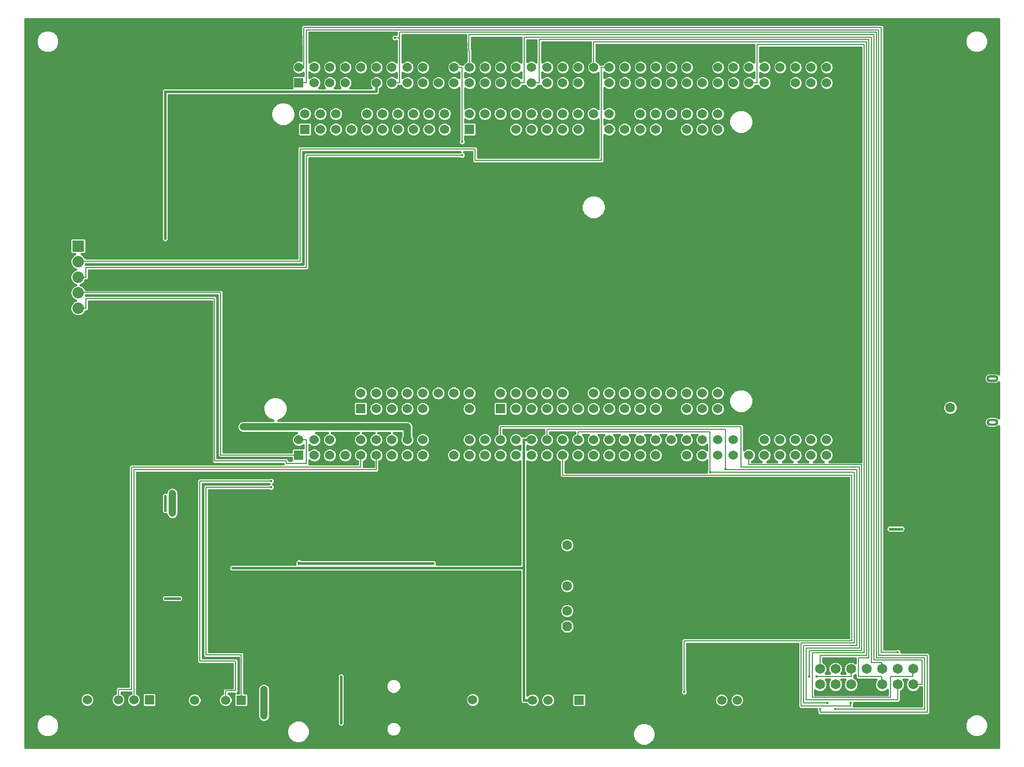
<source format=gbl>
G75*
%MOIN*%
%OFA0B0*%
%FSLAX24Y24*%
%IPPOS*%
%LPD*%
%AMOC8*
5,1,8,0,0,1.08239X$1,22.5*
%
%ADD10R,0.0602X0.0602*%
%ADD11C,0.0602*%
%ADD12C,0.0000*%
%ADD13C,0.0001*%
%ADD14R,0.0738X0.0738*%
%ADD15C,0.0738*%
%ADD16C,0.0650*%
%ADD17OC8,0.0630*%
%ADD18C,0.0630*%
%ADD19C,0.0354*%
%ADD20C,0.0472*%
%ADD21C,0.0157*%
%ADD22C,0.0157*%
%ADD23C,0.0079*%
%ADD24C,0.0236*%
D10*
X032213Y013048D03*
X038118Y013028D03*
X054036Y013051D03*
X059890Y013028D03*
X071079Y013028D03*
X041827Y028807D03*
X045827Y031807D03*
X054827Y031807D03*
X052827Y049807D03*
X042227Y049807D03*
X041835Y052807D03*
D11*
X042835Y052807D03*
X043835Y052807D03*
X044835Y052807D03*
X045835Y052807D03*
X046835Y052807D03*
X047835Y052807D03*
X048835Y052807D03*
X049835Y052807D03*
X050835Y052807D03*
X051835Y052807D03*
X052835Y052807D03*
X053835Y052807D03*
X054835Y052807D03*
X055835Y052807D03*
X056835Y052807D03*
X057835Y052807D03*
X058835Y052807D03*
X059835Y052807D03*
X060835Y052807D03*
X061835Y052807D03*
X062835Y052807D03*
X063835Y052807D03*
X064835Y052807D03*
X065835Y052807D03*
X066835Y052807D03*
X067835Y052807D03*
X068835Y052807D03*
X069835Y052807D03*
X070835Y052807D03*
X071835Y052807D03*
X072835Y052807D03*
X073835Y052807D03*
X074835Y052807D03*
X075835Y052807D03*
X076835Y052807D03*
X076835Y053807D03*
X075835Y053807D03*
X074835Y053807D03*
X073835Y053807D03*
X072835Y053807D03*
X071835Y053807D03*
X070835Y053807D03*
X069835Y053807D03*
X068835Y053807D03*
X067835Y053807D03*
X066835Y053807D03*
X065835Y053807D03*
X064835Y053807D03*
X063835Y053807D03*
X062835Y053807D03*
X061835Y053807D03*
X060835Y053807D03*
X059835Y053807D03*
X058835Y053807D03*
X057835Y053807D03*
X056835Y053807D03*
X055835Y053807D03*
X054835Y053807D03*
X053835Y053807D03*
X052835Y053807D03*
X051835Y053807D03*
X050835Y053807D03*
X049835Y053807D03*
X048835Y053807D03*
X047835Y053807D03*
X046835Y053807D03*
X045835Y053807D03*
X044835Y053807D03*
X043835Y053807D03*
X042835Y053807D03*
X041835Y053807D03*
X042227Y050807D03*
X043227Y050807D03*
X044227Y050807D03*
X045227Y050807D03*
X046227Y050807D03*
X047227Y050807D03*
X048227Y050807D03*
X049227Y050807D03*
X050227Y050807D03*
X051227Y050807D03*
X052827Y050807D03*
X053827Y050807D03*
X054827Y050807D03*
X055827Y050807D03*
X056827Y050807D03*
X057827Y050807D03*
X058827Y050807D03*
X059827Y050807D03*
X060827Y050807D03*
X061827Y050807D03*
X062827Y050807D03*
X063827Y050807D03*
X064827Y050807D03*
X065827Y050807D03*
X066827Y050807D03*
X067827Y050807D03*
X068827Y050807D03*
X068827Y049807D03*
X067827Y049807D03*
X066827Y049807D03*
X065827Y049807D03*
X064827Y049807D03*
X063827Y049807D03*
X062827Y049807D03*
X061827Y049807D03*
X060827Y049807D03*
X059827Y049807D03*
X058827Y049807D03*
X057827Y049807D03*
X056827Y049807D03*
X055827Y049807D03*
X054827Y049807D03*
X053827Y049807D03*
X051227Y049807D03*
X050227Y049807D03*
X049227Y049807D03*
X048227Y049807D03*
X047227Y049807D03*
X046227Y049807D03*
X045227Y049807D03*
X044227Y049807D03*
X043227Y049807D03*
X045827Y032807D03*
X046827Y032807D03*
X047827Y032807D03*
X048827Y032807D03*
X049827Y032807D03*
X050827Y032807D03*
X051827Y032807D03*
X052827Y032807D03*
X052827Y031807D03*
X051827Y031807D03*
X050827Y031807D03*
X049827Y031807D03*
X048827Y031807D03*
X047827Y031807D03*
X046827Y031807D03*
X046827Y029807D03*
X046827Y028807D03*
X045827Y028807D03*
X044827Y028807D03*
X043827Y028807D03*
X042827Y028807D03*
X042827Y029807D03*
X041827Y029807D03*
X043827Y029807D03*
X044827Y029807D03*
X045827Y029807D03*
X047827Y029807D03*
X047827Y028807D03*
X048827Y028807D03*
X049827Y028807D03*
X050827Y028807D03*
X051827Y028807D03*
X052827Y028807D03*
X053827Y028807D03*
X054827Y028807D03*
X055827Y028807D03*
X056827Y028807D03*
X057827Y028807D03*
X058827Y028807D03*
X059827Y028807D03*
X060827Y028807D03*
X061827Y028807D03*
X062827Y028807D03*
X063827Y028807D03*
X064827Y028807D03*
X065827Y028807D03*
X066827Y028807D03*
X067827Y028807D03*
X068827Y028807D03*
X069827Y028807D03*
X070827Y028807D03*
X071827Y028807D03*
X072827Y028807D03*
X073827Y028807D03*
X074827Y028807D03*
X075827Y028807D03*
X076827Y028807D03*
X076827Y029807D03*
X075827Y029807D03*
X074827Y029807D03*
X073827Y029807D03*
X072827Y029807D03*
X071827Y029807D03*
X070827Y029807D03*
X069827Y029807D03*
X068827Y029807D03*
X067827Y029807D03*
X066827Y029807D03*
X065827Y029807D03*
X064827Y029807D03*
X063827Y029807D03*
X062827Y029807D03*
X061827Y029807D03*
X060827Y029807D03*
X059827Y029807D03*
X058827Y029807D03*
X057827Y029807D03*
X056827Y029807D03*
X055827Y029807D03*
X054827Y029807D03*
X053827Y029807D03*
X052827Y029807D03*
X051827Y029807D03*
X050827Y029807D03*
X049827Y029807D03*
X048827Y029807D03*
X054827Y032807D03*
X055827Y032807D03*
X056827Y032807D03*
X057827Y032807D03*
X058827Y032807D03*
X059827Y032807D03*
X060827Y032807D03*
X061827Y032807D03*
X062827Y032807D03*
X063827Y032807D03*
X064827Y032807D03*
X065827Y032807D03*
X066827Y032807D03*
X067827Y032807D03*
X068827Y032807D03*
X068827Y031807D03*
X067827Y031807D03*
X066827Y031807D03*
X065827Y031807D03*
X064827Y031807D03*
X063827Y031807D03*
X062827Y031807D03*
X061827Y031807D03*
X060827Y031807D03*
X059827Y031807D03*
X058827Y031807D03*
X057827Y031807D03*
X056827Y031807D03*
X055827Y031807D03*
X056890Y013028D03*
X057890Y013028D03*
X058890Y013028D03*
X053036Y013051D03*
X037118Y013028D03*
X036118Y013028D03*
X035118Y013028D03*
X031213Y013048D03*
X030213Y013048D03*
X029213Y013048D03*
X028213Y013048D03*
X069079Y013028D03*
X070079Y013028D03*
D12*
X086218Y030786D02*
X086257Y030761D01*
X086301Y030746D01*
X086347Y030740D01*
X086504Y030740D01*
X086642Y030740D01*
X086684Y030743D01*
X086726Y030753D01*
X086764Y030771D01*
X086798Y030797D01*
X086826Y030828D01*
X086848Y030865D01*
X086862Y030905D01*
X086868Y030947D01*
X086863Y030993D01*
X086848Y031037D01*
X086823Y031076D01*
X086791Y031109D01*
X086751Y031133D01*
X086708Y031149D01*
X086662Y031154D01*
X086504Y031154D01*
X086504Y031036D01*
X086662Y031036D01*
X086685Y031033D01*
X086706Y031024D01*
X086724Y031010D01*
X086738Y030991D01*
X086747Y030970D01*
X086750Y030947D01*
X086747Y030924D01*
X086738Y030903D01*
X086724Y030884D01*
X086706Y030870D01*
X086685Y030862D01*
X086662Y030859D01*
X086504Y030859D01*
X086504Y030740D01*
X086504Y030859D01*
X086347Y030859D01*
X086324Y030862D01*
X086302Y030870D01*
X086284Y030884D01*
X086270Y030903D01*
X086261Y030924D01*
X086258Y030947D01*
X086261Y030970D01*
X086270Y030991D01*
X086284Y031010D01*
X086302Y031024D01*
X086324Y031033D01*
X086347Y031036D01*
X086504Y031036D01*
X086504Y031154D01*
X086366Y031154D01*
X086324Y031152D01*
X086283Y031141D01*
X086244Y031123D01*
X086210Y031097D01*
X086182Y031066D01*
X086160Y031029D01*
X086146Y030989D01*
X086140Y030947D01*
X086145Y030901D01*
X086160Y030857D01*
X086185Y030818D01*
X086218Y030786D01*
X086347Y033555D02*
X086301Y033561D01*
X086257Y033576D01*
X086218Y033600D01*
X086185Y033633D01*
X086160Y033672D01*
X086145Y033716D01*
X086140Y033762D01*
X086146Y033804D01*
X086160Y033844D01*
X086182Y033881D01*
X086210Y033912D01*
X086244Y033938D01*
X086283Y033956D01*
X086324Y033967D01*
X086366Y033969D01*
X086504Y033969D01*
X086504Y033851D01*
X086662Y033851D01*
X086685Y033848D01*
X086706Y033839D01*
X086724Y033825D01*
X086738Y033806D01*
X086747Y033785D01*
X086750Y033762D01*
X086747Y033739D01*
X086738Y033718D01*
X086724Y033699D01*
X086706Y033685D01*
X086685Y033677D01*
X086662Y033673D01*
X086504Y033673D01*
X086504Y033555D01*
X086642Y033555D01*
X086684Y033558D01*
X086726Y033568D01*
X086764Y033586D01*
X086798Y033612D01*
X086826Y033643D01*
X086848Y033680D01*
X086862Y033720D01*
X086868Y033762D01*
X086863Y033808D01*
X086848Y033852D01*
X086823Y033891D01*
X086791Y033924D01*
X086751Y033948D01*
X086708Y033964D01*
X086662Y033969D01*
X086504Y033969D01*
X086504Y033851D01*
X086347Y033851D01*
X086324Y033848D01*
X086302Y033839D01*
X086284Y033825D01*
X086270Y033806D01*
X086261Y033785D01*
X086258Y033762D01*
X086261Y033739D01*
X086270Y033718D01*
X086284Y033699D01*
X086302Y033685D01*
X086324Y033677D01*
X086347Y033673D01*
X086504Y033673D01*
X086504Y033555D01*
X086347Y033555D01*
D13*
X086344Y033556D02*
X086504Y033556D01*
X086647Y033556D01*
X086662Y033556D02*
X086504Y033556D01*
X086337Y033556D01*
X086330Y033557D02*
X086504Y033557D01*
X086677Y033557D01*
X086686Y033558D02*
X086504Y033558D01*
X086323Y033558D01*
X086316Y033559D02*
X086504Y033559D01*
X086689Y033559D01*
X086692Y033560D02*
X086504Y033560D01*
X086309Y033560D01*
X086302Y033560D02*
X086504Y033560D01*
X086696Y033560D01*
X086699Y033561D02*
X086504Y033561D01*
X086299Y033561D01*
X086296Y033562D02*
X086504Y033562D01*
X086702Y033562D01*
X086705Y033563D02*
X086504Y033563D01*
X086294Y033563D01*
X086292Y033564D02*
X086504Y033564D01*
X086708Y033564D01*
X086711Y033564D02*
X086504Y033564D01*
X086290Y033564D01*
X086287Y033565D02*
X086504Y033565D01*
X086715Y033565D01*
X086718Y033566D02*
X086504Y033566D01*
X086285Y033566D01*
X086283Y033567D02*
X086504Y033567D01*
X086721Y033567D01*
X086724Y033568D02*
X086504Y033568D01*
X086280Y033568D01*
X086278Y033568D02*
X086504Y033568D01*
X086726Y033568D01*
X086728Y033569D02*
X086504Y033569D01*
X086276Y033569D01*
X086273Y033570D02*
X086504Y033570D01*
X086730Y033570D01*
X086731Y033571D02*
X086504Y033571D01*
X086271Y033571D01*
X086269Y033572D02*
X086504Y033572D01*
X086733Y033572D01*
X086735Y033573D02*
X086504Y033573D01*
X086737Y033573D01*
X086738Y033574D02*
X086504Y033574D01*
X086262Y033574D01*
X086264Y033573D02*
X086504Y033573D01*
X086267Y033573D01*
X086260Y033575D02*
X086504Y033575D01*
X086740Y033575D01*
X086742Y033576D02*
X086504Y033576D01*
X086257Y033576D01*
X086256Y033577D02*
X086504Y033577D01*
X086745Y033577D01*
X086743Y033577D02*
X086504Y033577D01*
X086255Y033577D01*
X086253Y033578D02*
X086504Y033578D01*
X086747Y033578D01*
X086748Y033579D02*
X086504Y033579D01*
X086252Y033579D01*
X086251Y033580D02*
X086504Y033580D01*
X086750Y033580D01*
X086752Y033581D02*
X086504Y033581D01*
X086753Y033581D01*
X086755Y033582D02*
X086504Y033582D01*
X086247Y033582D01*
X086248Y033581D02*
X086504Y033581D01*
X086250Y033581D01*
X086246Y033583D02*
X086504Y033583D01*
X086757Y033583D01*
X086758Y033584D02*
X086504Y033584D01*
X086244Y033584D01*
X086243Y033585D02*
X086504Y033585D01*
X086762Y033585D01*
X086763Y033586D02*
X086504Y033586D01*
X086241Y033586D01*
X086242Y033585D02*
X086504Y033585D01*
X086760Y033585D01*
X086765Y033587D02*
X086504Y033587D01*
X086239Y033587D01*
X086238Y033588D02*
X086504Y033588D01*
X086766Y033588D01*
X086767Y033589D02*
X086504Y033589D01*
X086768Y033589D01*
X086769Y033590D02*
X086504Y033590D01*
X086234Y033590D01*
X086233Y033591D02*
X086504Y033591D01*
X086770Y033591D01*
X086771Y033592D02*
X086504Y033592D01*
X086232Y033592D01*
X086230Y033593D02*
X086504Y033593D01*
X086772Y033593D01*
X086773Y033593D02*
X086504Y033593D01*
X086229Y033593D01*
X086228Y033594D02*
X086504Y033594D01*
X086774Y033594D01*
X086775Y033595D02*
X086504Y033595D01*
X086227Y033595D01*
X086225Y033596D02*
X086504Y033596D01*
X086777Y033596D01*
X086778Y033597D02*
X086504Y033597D01*
X086224Y033597D01*
X086223Y033597D02*
X086504Y033597D01*
X086779Y033597D01*
X086780Y033598D02*
X086504Y033598D01*
X086221Y033598D01*
X086220Y033599D02*
X086504Y033599D01*
X086781Y033599D01*
X086782Y033600D02*
X086504Y033600D01*
X086219Y033600D01*
X086218Y033601D02*
X086504Y033601D01*
X086783Y033601D01*
X086784Y033601D02*
X086504Y033601D01*
X086217Y033601D01*
X086216Y033602D02*
X086504Y033602D01*
X086785Y033602D01*
X086786Y033603D02*
X086504Y033603D01*
X086215Y033603D01*
X086214Y033604D02*
X086504Y033604D01*
X086787Y033604D01*
X086788Y033605D02*
X086504Y033605D01*
X086214Y033605D01*
X086213Y033605D02*
X086504Y033605D01*
X086789Y033605D01*
X086791Y033606D02*
X086504Y033606D01*
X086212Y033606D01*
X086211Y033607D02*
X086504Y033607D01*
X086792Y033607D01*
X086793Y033608D02*
X086504Y033608D01*
X086210Y033608D01*
X086210Y033609D02*
X086504Y033609D01*
X086794Y033609D01*
X086795Y033609D02*
X086504Y033609D01*
X086209Y033609D01*
X086208Y033610D02*
X086504Y033610D01*
X086796Y033610D01*
X086797Y033611D02*
X086504Y033611D01*
X086207Y033611D01*
X086206Y033612D02*
X086504Y033612D01*
X086798Y033612D01*
X086799Y033613D02*
X086504Y033613D01*
X086206Y033613D01*
X086205Y033613D02*
X086504Y033613D01*
X086799Y033613D01*
X086800Y033614D02*
X086504Y033614D01*
X086204Y033614D01*
X086203Y033615D02*
X086504Y033615D01*
X086801Y033615D01*
X086802Y033616D02*
X086504Y033616D01*
X086202Y033616D01*
X086202Y033617D02*
X086504Y033617D01*
X086802Y033617D01*
X086803Y033618D02*
X086504Y033618D01*
X086804Y033618D01*
X086805Y033619D02*
X086504Y033619D01*
X086199Y033619D01*
X086198Y033620D02*
X086504Y033620D01*
X086805Y033620D01*
X086806Y033621D02*
X086504Y033621D01*
X086198Y033621D01*
X086197Y033622D02*
X086504Y033622D01*
X086807Y033622D01*
X086504Y033622D01*
X086196Y033622D01*
X086195Y033623D02*
X086504Y033623D01*
X086808Y033623D01*
X086809Y033624D02*
X086504Y033624D01*
X086194Y033624D01*
X086194Y033625D02*
X086504Y033625D01*
X086810Y033625D01*
X086810Y033626D02*
X086504Y033626D01*
X086811Y033626D01*
X086812Y033627D02*
X086504Y033627D01*
X086191Y033627D01*
X086190Y033628D02*
X086504Y033628D01*
X086812Y033628D01*
X086813Y033629D02*
X086504Y033629D01*
X086190Y033629D01*
X086189Y033630D02*
X086504Y033630D01*
X086815Y033630D01*
X086814Y033630D02*
X086504Y033630D01*
X086188Y033630D01*
X086187Y033631D02*
X086504Y033631D01*
X086815Y033631D01*
X086816Y033632D02*
X086504Y033632D01*
X086186Y033632D01*
X086186Y033633D02*
X086504Y033633D01*
X086817Y033633D01*
X086818Y033634D02*
X086504Y033634D01*
X086818Y033634D01*
X086819Y033635D02*
X086504Y033635D01*
X086184Y033635D01*
X086184Y033634D02*
X086504Y033634D01*
X086185Y033634D01*
X086183Y033636D02*
X086504Y033636D01*
X086820Y033636D01*
X086820Y033637D02*
X086504Y033637D01*
X086183Y033637D01*
X086182Y033638D02*
X086504Y033638D01*
X086822Y033638D01*
X086821Y033638D02*
X086504Y033638D01*
X086182Y033638D01*
X086181Y033639D02*
X086504Y033639D01*
X086823Y033639D01*
X086823Y033640D02*
X086504Y033640D01*
X086181Y033640D01*
X086180Y033641D02*
X086504Y033641D01*
X086824Y033641D01*
X086825Y033642D02*
X086504Y033642D01*
X086180Y033642D01*
X086179Y033642D02*
X086504Y033642D01*
X086825Y033642D01*
X086826Y033643D02*
X086504Y033643D01*
X086179Y033643D01*
X086178Y033644D02*
X086504Y033644D01*
X086827Y033644D01*
X086827Y033645D02*
X086504Y033645D01*
X086178Y033645D01*
X086177Y033646D02*
X086504Y033646D01*
X086828Y033646D01*
X086504Y033646D01*
X086177Y033646D01*
X086176Y033647D02*
X086504Y033647D01*
X086829Y033647D01*
X086829Y033648D02*
X086504Y033648D01*
X086176Y033648D01*
X086175Y033649D02*
X086504Y033649D01*
X086830Y033649D01*
X086830Y033650D02*
X086504Y033650D01*
X086175Y033650D01*
X086174Y033650D02*
X086504Y033650D01*
X086831Y033650D01*
X086831Y033651D02*
X086504Y033651D01*
X086174Y033651D01*
X086173Y033652D02*
X086504Y033652D01*
X086832Y033652D01*
X086832Y033653D02*
X086504Y033653D01*
X086173Y033653D01*
X086172Y033654D02*
X086504Y033654D01*
X086832Y033654D01*
X086833Y033654D02*
X086504Y033654D01*
X086172Y033654D01*
X086171Y033655D02*
X086504Y033655D01*
X086833Y033655D01*
X086834Y033656D02*
X086504Y033656D01*
X086171Y033656D01*
X086170Y033657D02*
X086504Y033657D01*
X086834Y033657D01*
X086835Y033658D02*
X086504Y033658D01*
X086170Y033658D01*
X086169Y033658D02*
X086504Y033658D01*
X086835Y033658D01*
X086836Y033659D02*
X086504Y033659D01*
X086169Y033659D01*
X086168Y033660D02*
X086504Y033660D01*
X086836Y033660D01*
X086837Y033661D02*
X086504Y033661D01*
X086168Y033661D01*
X086167Y033662D02*
X086504Y033662D01*
X086837Y033662D01*
X086838Y033662D02*
X086504Y033662D01*
X086167Y033662D01*
X086166Y033663D02*
X086504Y033663D01*
X086838Y033663D01*
X086839Y033664D02*
X086504Y033664D01*
X086166Y033664D01*
X086165Y033665D02*
X086504Y033665D01*
X086839Y033665D01*
X086840Y033666D02*
X086504Y033666D01*
X086165Y033666D01*
X086164Y033667D02*
X086504Y033667D01*
X086841Y033667D01*
X086840Y033667D02*
X086504Y033667D01*
X086164Y033667D01*
X086163Y033668D02*
X086504Y033668D01*
X086841Y033668D01*
X086842Y033669D02*
X086504Y033669D01*
X086163Y033669D01*
X086162Y033670D02*
X086504Y033670D01*
X086842Y033670D01*
X086843Y033671D02*
X086504Y033671D01*
X086843Y033671D01*
X086843Y033672D02*
X086504Y033672D01*
X086161Y033672D01*
X086161Y033671D02*
X086504Y033671D01*
X086162Y033671D01*
X086160Y033673D02*
X086504Y033673D01*
X086844Y033673D01*
X086844Y033674D02*
X086664Y033674D01*
X086670Y033675D02*
X086845Y033675D01*
X086676Y033675D01*
X086682Y033676D02*
X086846Y033676D01*
X086846Y033677D02*
X086686Y033677D01*
X086688Y033678D02*
X086847Y033678D01*
X086847Y033679D02*
X086690Y033679D01*
X086692Y033679D02*
X086848Y033679D01*
X086848Y033680D02*
X086693Y033680D01*
X086695Y033681D02*
X086848Y033681D01*
X086849Y033682D02*
X086697Y033682D01*
X086699Y033683D02*
X086849Y033683D01*
X086701Y033683D01*
X086703Y033684D02*
X086850Y033684D01*
X086850Y033685D02*
X086705Y033685D01*
X086707Y033686D02*
X086850Y033686D01*
X086850Y033687D02*
X086708Y033687D01*
X086709Y033687D02*
X086851Y033687D01*
X086851Y033688D02*
X086710Y033688D01*
X086711Y033689D02*
X086851Y033689D01*
X086852Y033690D02*
X086712Y033690D01*
X086713Y033691D02*
X086852Y033691D01*
X086714Y033691D01*
X086715Y033692D02*
X086852Y033692D01*
X086853Y033693D02*
X086716Y033693D01*
X086717Y033694D02*
X086853Y033694D01*
X086853Y033695D02*
X086718Y033695D01*
X086719Y033695D02*
X086854Y033695D01*
X086854Y033696D02*
X086720Y033696D01*
X086721Y033697D02*
X086854Y033697D01*
X086854Y033698D02*
X086722Y033698D01*
X086723Y033699D02*
X086855Y033699D01*
X086724Y033699D01*
X086725Y033700D02*
X086855Y033700D01*
X086856Y033701D02*
X086726Y033701D01*
X086726Y033702D02*
X086856Y033702D01*
X086856Y033703D02*
X086727Y033703D01*
X086856Y033703D01*
X086857Y033704D02*
X086728Y033704D01*
X086729Y033705D02*
X086857Y033705D01*
X086857Y033706D02*
X086729Y033706D01*
X086730Y033707D02*
X086858Y033707D01*
X086730Y033707D01*
X086731Y033708D02*
X086858Y033708D01*
X086858Y033709D02*
X086732Y033709D01*
X086732Y033710D02*
X086859Y033710D01*
X086859Y033711D02*
X086733Y033711D01*
X086734Y033712D02*
X086859Y033712D01*
X086860Y033712D02*
X086734Y033712D01*
X086735Y033713D02*
X086860Y033713D01*
X086860Y033714D02*
X086735Y033714D01*
X086736Y033715D02*
X086860Y033715D01*
X086861Y033716D02*
X086737Y033716D01*
X086861Y033716D01*
X086861Y033717D02*
X086738Y033717D01*
X086738Y033718D02*
X086862Y033718D01*
X086862Y033719D02*
X086739Y033719D01*
X086739Y033720D02*
X086862Y033720D01*
X086739Y033720D01*
X086740Y033721D02*
X086862Y033721D01*
X086863Y033722D02*
X086740Y033722D01*
X086740Y033723D02*
X086863Y033723D01*
X086863Y033724D02*
X086741Y033724D01*
X086863Y033724D01*
X086863Y033725D02*
X086741Y033725D01*
X086742Y033726D02*
X086863Y033726D01*
X086863Y033727D02*
X086742Y033727D01*
X086742Y033728D02*
X086863Y033728D01*
X086743Y033728D01*
X086743Y033729D02*
X086864Y033729D01*
X086864Y033730D02*
X086743Y033730D01*
X086744Y033731D02*
X086864Y033731D01*
X086864Y033732D02*
X086744Y033732D01*
X086864Y033732D01*
X086864Y033733D02*
X086745Y033733D01*
X086745Y033734D02*
X086864Y033734D01*
X086864Y033735D02*
X086745Y033735D01*
X086746Y033736D02*
X086865Y033736D01*
X086746Y033736D01*
X086746Y033737D02*
X086865Y033737D01*
X086865Y033738D02*
X086747Y033738D01*
X086747Y033739D02*
X086865Y033739D01*
X086865Y033740D02*
X086747Y033740D01*
X086865Y033740D01*
X086865Y033741D02*
X086748Y033741D01*
X086748Y033742D02*
X086865Y033742D01*
X086866Y033743D02*
X086748Y033743D01*
X086748Y033744D02*
X086866Y033744D01*
X086748Y033744D01*
X086748Y033745D02*
X086866Y033745D01*
X086866Y033746D02*
X086748Y033746D01*
X086748Y033747D02*
X086866Y033747D01*
X086866Y033748D02*
X086748Y033748D01*
X086866Y033748D01*
X086867Y033749D02*
X086749Y033749D01*
X086749Y033750D02*
X086867Y033750D01*
X086867Y033751D02*
X086749Y033751D01*
X086749Y033752D02*
X086867Y033752D01*
X086749Y033752D01*
X086749Y033753D02*
X086867Y033753D01*
X086867Y033754D02*
X086749Y033754D01*
X086749Y033755D02*
X086867Y033755D01*
X086867Y033756D02*
X086749Y033756D01*
X086750Y033756D02*
X086868Y033756D01*
X086868Y033757D02*
X086750Y033757D01*
X086750Y033758D02*
X086868Y033758D01*
X086868Y033759D02*
X086750Y033759D01*
X086750Y033760D02*
X086868Y033760D01*
X086868Y033761D02*
X086750Y033761D01*
X086868Y033761D01*
X086868Y033762D02*
X086750Y033762D01*
X086750Y033763D02*
X086868Y033763D01*
X086868Y033764D02*
X086750Y033764D01*
X086750Y033765D02*
X086868Y033765D01*
X086750Y033765D01*
X086750Y033766D02*
X086868Y033766D01*
X086868Y033767D02*
X086750Y033767D01*
X086750Y033768D02*
X086868Y033768D01*
X086868Y033769D02*
X086749Y033769D01*
X086868Y033769D01*
X086867Y033770D02*
X086749Y033770D01*
X086749Y033771D02*
X086867Y033771D01*
X086867Y033772D02*
X086749Y033772D01*
X086749Y033773D02*
X086867Y033773D01*
X086749Y033773D01*
X086749Y033774D02*
X086867Y033774D01*
X086867Y033775D02*
X086749Y033775D01*
X086748Y033776D02*
X086867Y033776D01*
X086867Y033777D02*
X086748Y033777D01*
X086867Y033777D01*
X086867Y033778D02*
X086748Y033778D01*
X086748Y033779D02*
X086866Y033779D01*
X086866Y033780D02*
X086748Y033780D01*
X086748Y033781D02*
X086866Y033781D01*
X086748Y033781D01*
X086748Y033782D02*
X086866Y033782D01*
X086866Y033783D02*
X086748Y033783D01*
X086747Y033784D02*
X086866Y033784D01*
X086866Y033785D02*
X086747Y033785D01*
X086866Y033785D01*
X086866Y033786D02*
X086747Y033786D01*
X086746Y033787D02*
X086866Y033787D01*
X086865Y033788D02*
X086746Y033788D01*
X086746Y033789D02*
X086865Y033789D01*
X086745Y033789D01*
X086745Y033790D02*
X086865Y033790D01*
X086865Y033791D02*
X086745Y033791D01*
X086744Y033792D02*
X086865Y033792D01*
X086865Y033793D02*
X086744Y033793D01*
X086865Y033793D01*
X086865Y033794D02*
X086743Y033794D01*
X086743Y033795D02*
X086865Y033795D01*
X086865Y033796D02*
X086743Y033796D01*
X086742Y033797D02*
X086864Y033797D01*
X086742Y033797D01*
X086742Y033798D02*
X086864Y033798D01*
X086864Y033799D02*
X086741Y033799D01*
X086741Y033800D02*
X086864Y033800D01*
X086864Y033801D02*
X086741Y033801D01*
X086740Y033801D02*
X086864Y033801D01*
X086864Y033802D02*
X086740Y033802D01*
X086740Y033803D02*
X086864Y033803D01*
X086864Y033804D02*
X086739Y033804D01*
X086739Y033805D02*
X086864Y033805D01*
X086863Y033806D02*
X086739Y033806D01*
X086738Y033806D02*
X086863Y033806D01*
X086863Y033807D02*
X086738Y033807D01*
X086737Y033808D02*
X086863Y033808D01*
X086863Y033809D02*
X086737Y033809D01*
X086736Y033810D02*
X086863Y033810D01*
X086862Y033810D02*
X086735Y033810D01*
X086735Y033811D02*
X086862Y033811D01*
X086862Y033812D02*
X086734Y033812D01*
X086734Y033813D02*
X086862Y033813D01*
X086861Y033814D02*
X086733Y033814D01*
X086732Y033814D02*
X086861Y033814D01*
X086861Y033815D02*
X086732Y033815D01*
X086731Y033816D02*
X086860Y033816D01*
X086860Y033817D02*
X086730Y033817D01*
X086730Y033818D02*
X086860Y033818D01*
X086729Y033818D01*
X086729Y033819D02*
X086859Y033819D01*
X086859Y033820D02*
X086728Y033820D01*
X086727Y033821D02*
X086859Y033821D01*
X086858Y033822D02*
X086727Y033822D01*
X086726Y033822D02*
X086858Y033822D01*
X086858Y033823D02*
X086725Y033823D01*
X086725Y033824D02*
X086858Y033824D01*
X086857Y033825D02*
X086724Y033825D01*
X086723Y033826D02*
X086857Y033826D01*
X086722Y033826D01*
X086721Y033827D02*
X086856Y033827D01*
X086856Y033828D02*
X086720Y033828D01*
X086719Y033829D02*
X086856Y033829D01*
X086856Y033830D02*
X086718Y033830D01*
X086717Y033830D02*
X086855Y033830D01*
X086855Y033831D02*
X086716Y033831D01*
X086715Y033832D02*
X086855Y033832D01*
X086855Y033833D02*
X086714Y033833D01*
X086713Y033834D02*
X086854Y033834D01*
X086712Y033834D01*
X086711Y033835D02*
X086854Y033835D01*
X086853Y033836D02*
X086710Y033836D01*
X086709Y033837D02*
X086853Y033837D01*
X086853Y033838D02*
X086707Y033838D01*
X086706Y033838D02*
X086853Y033838D01*
X086852Y033839D02*
X086705Y033839D01*
X086703Y033840D02*
X086852Y033840D01*
X086852Y033841D02*
X086701Y033841D01*
X086699Y033842D02*
X086851Y033842D01*
X086697Y033842D01*
X086695Y033843D02*
X086851Y033843D01*
X086851Y033844D02*
X086693Y033844D01*
X086691Y033845D02*
X086850Y033845D01*
X086850Y033846D02*
X086689Y033846D01*
X086687Y033846D02*
X086850Y033846D01*
X086849Y033847D02*
X086685Y033847D01*
X086681Y033848D02*
X086849Y033848D01*
X086849Y033849D02*
X086675Y033849D01*
X086669Y033850D02*
X086849Y033850D01*
X086848Y033850D02*
X086663Y033850D01*
X086678Y033967D02*
X086504Y033967D01*
X086333Y033967D01*
X086323Y033966D02*
X086504Y033966D01*
X086685Y033966D01*
X086692Y033965D02*
X086504Y033965D01*
X086319Y033965D01*
X086316Y033965D02*
X086504Y033965D01*
X086699Y033965D01*
X086706Y033964D02*
X086504Y033964D01*
X086313Y033964D01*
X086310Y033963D02*
X086504Y033963D01*
X086709Y033963D01*
X086712Y033962D02*
X086504Y033962D01*
X086307Y033962D01*
X086304Y033961D02*
X086504Y033961D01*
X086714Y033961D01*
X086716Y033961D02*
X086504Y033961D01*
X086301Y033961D01*
X086297Y033960D02*
X086504Y033960D01*
X086719Y033960D01*
X086721Y033959D02*
X086504Y033959D01*
X086294Y033959D01*
X086291Y033958D02*
X086504Y033958D01*
X086723Y033958D01*
X086726Y033957D02*
X086504Y033957D01*
X086288Y033957D01*
X086285Y033957D02*
X086504Y033957D01*
X086728Y033957D01*
X086730Y033956D02*
X086504Y033956D01*
X086282Y033956D01*
X086280Y033955D02*
X086504Y033955D01*
X086732Y033955D01*
X086735Y033954D02*
X086504Y033954D01*
X086279Y033954D01*
X086277Y033953D02*
X086504Y033953D01*
X086737Y033953D01*
X086739Y033953D02*
X086504Y033953D01*
X086275Y033953D01*
X086274Y033952D02*
X086504Y033952D01*
X086742Y033952D01*
X086744Y033951D02*
X086504Y033951D01*
X086272Y033951D01*
X086270Y033950D02*
X086504Y033950D01*
X086746Y033950D01*
X086748Y033949D02*
X086504Y033949D01*
X086269Y033949D01*
X086267Y033949D02*
X086504Y033949D01*
X086751Y033949D01*
X086752Y033948D02*
X086504Y033948D01*
X086265Y033948D01*
X086264Y033947D02*
X086504Y033947D01*
X086754Y033947D01*
X086755Y033946D02*
X086504Y033946D01*
X086262Y033946D01*
X086260Y033945D02*
X086504Y033945D01*
X086756Y033945D01*
X086757Y033944D02*
X086504Y033944D01*
X086759Y033944D01*
X086760Y033943D02*
X086504Y033943D01*
X086255Y033943D01*
X086254Y033942D02*
X086504Y033942D01*
X086761Y033942D01*
X086763Y033941D02*
X086504Y033941D01*
X086252Y033941D01*
X086250Y033940D02*
X086504Y033940D01*
X086765Y033940D01*
X086764Y033940D02*
X086504Y033940D01*
X086248Y033940D01*
X086247Y033939D02*
X086504Y033939D01*
X086766Y033939D01*
X086768Y033938D02*
X086504Y033938D01*
X086245Y033938D01*
X086244Y033937D02*
X086504Y033937D01*
X086769Y033937D01*
X086770Y033936D02*
X086504Y033936D01*
X086771Y033936D01*
X086773Y033935D02*
X086504Y033935D01*
X086241Y033935D01*
X086242Y033936D02*
X086504Y033936D01*
X086243Y033936D01*
X086239Y033934D02*
X086504Y033934D01*
X086774Y033934D01*
X086775Y033933D02*
X086504Y033933D01*
X086238Y033933D01*
X086237Y033932D02*
X086504Y033932D01*
X086778Y033932D01*
X086777Y033932D02*
X086504Y033932D01*
X086236Y033932D01*
X086235Y033931D02*
X086504Y033931D01*
X086779Y033931D01*
X086780Y033930D02*
X086504Y033930D01*
X086234Y033930D01*
X086233Y033929D02*
X086504Y033929D01*
X086782Y033929D01*
X086783Y033928D02*
X086504Y033928D01*
X086784Y033928D01*
X086786Y033927D02*
X086504Y033927D01*
X086230Y033927D01*
X086231Y033928D02*
X086504Y033928D01*
X086232Y033928D01*
X086229Y033926D02*
X086504Y033926D01*
X086787Y033926D01*
X086788Y033925D02*
X086504Y033925D01*
X086228Y033925D01*
X086227Y033924D02*
X086504Y033924D01*
X086791Y033924D01*
X086791Y033923D02*
X086504Y033923D01*
X086224Y033923D01*
X086223Y033922D02*
X086504Y033922D01*
X086792Y033922D01*
X086793Y033921D02*
X086504Y033921D01*
X086222Y033921D01*
X086221Y033920D02*
X086504Y033920D01*
X086794Y033920D01*
X086795Y033920D02*
X086504Y033920D01*
X086220Y033920D01*
X086219Y033919D02*
X086504Y033919D01*
X086795Y033919D01*
X086796Y033918D02*
X086504Y033918D01*
X086218Y033918D01*
X086217Y033917D02*
X086504Y033917D01*
X086797Y033917D01*
X086798Y033916D02*
X086504Y033916D01*
X086216Y033916D01*
X086215Y033916D02*
X086504Y033916D01*
X086799Y033916D01*
X086799Y033915D02*
X086504Y033915D01*
X086214Y033915D01*
X086213Y033914D02*
X086504Y033914D01*
X086800Y033914D01*
X086801Y033913D02*
X086504Y033913D01*
X086212Y033913D01*
X086210Y033912D02*
X086504Y033912D01*
X086802Y033912D01*
X086803Y033912D02*
X086504Y033912D01*
X086210Y033912D01*
X086209Y033911D02*
X086504Y033911D01*
X086803Y033911D01*
X086804Y033910D02*
X086504Y033910D01*
X086208Y033910D01*
X086208Y033909D02*
X086504Y033909D01*
X086805Y033909D01*
X086806Y033908D02*
X086504Y033908D01*
X086207Y033908D01*
X086206Y033908D02*
X086504Y033908D01*
X086807Y033908D01*
X086807Y033907D02*
X086504Y033907D01*
X086205Y033907D01*
X086205Y033906D02*
X086504Y033906D01*
X086808Y033906D01*
X086809Y033905D02*
X086504Y033905D01*
X086204Y033905D01*
X086203Y033904D02*
X086504Y033904D01*
X086810Y033904D01*
X086811Y033904D02*
X086504Y033904D01*
X086203Y033904D01*
X086202Y033903D02*
X086504Y033903D01*
X086812Y033903D01*
X086812Y033902D02*
X086504Y033902D01*
X086201Y033902D01*
X086200Y033901D02*
X086504Y033901D01*
X086813Y033901D01*
X086814Y033900D02*
X086504Y033900D01*
X086200Y033900D01*
X086199Y033899D02*
X086504Y033899D01*
X086816Y033899D01*
X086816Y033898D02*
X086504Y033898D01*
X086197Y033898D01*
X086197Y033897D02*
X086504Y033897D01*
X086817Y033897D01*
X086818Y033896D02*
X086504Y033896D01*
X086196Y033896D01*
X086195Y033895D02*
X086504Y033895D01*
X086820Y033895D01*
X086820Y033894D02*
X086504Y033894D01*
X086194Y033894D01*
X086195Y033895D02*
X086504Y033895D01*
X086819Y033895D01*
X086821Y033893D02*
X086504Y033893D01*
X086193Y033893D01*
X086192Y033892D02*
X086504Y033892D01*
X086822Y033892D01*
X086823Y033891D02*
X086504Y033891D01*
X086823Y033891D01*
X086824Y033890D02*
X086504Y033890D01*
X086190Y033890D01*
X086189Y033889D02*
X086504Y033889D01*
X086824Y033889D01*
X086825Y033888D02*
X086504Y033888D01*
X086189Y033888D01*
X086188Y033887D02*
X086504Y033887D01*
X086826Y033887D01*
X086825Y033887D02*
X086504Y033887D01*
X086187Y033887D01*
X086187Y033886D02*
X086504Y033886D01*
X086826Y033886D01*
X086827Y033885D02*
X086504Y033885D01*
X086186Y033885D01*
X086185Y033884D02*
X086504Y033884D01*
X086827Y033884D01*
X086828Y033883D02*
X086504Y033883D01*
X086829Y033883D01*
X086829Y033882D02*
X086504Y033882D01*
X086183Y033882D01*
X086184Y033883D02*
X086504Y033883D01*
X086184Y033883D01*
X086182Y033881D02*
X086504Y033881D01*
X086830Y033881D01*
X086830Y033880D02*
X086504Y033880D01*
X086182Y033880D01*
X086181Y033879D02*
X086504Y033879D01*
X086831Y033879D01*
X086504Y033879D01*
X086181Y033879D01*
X086180Y033878D02*
X086504Y033878D01*
X086832Y033878D01*
X086832Y033877D02*
X086504Y033877D01*
X086180Y033877D01*
X086179Y033876D02*
X086504Y033876D01*
X086833Y033876D01*
X086833Y033875D02*
X086504Y033875D01*
X086179Y033875D01*
X086178Y033875D02*
X086504Y033875D01*
X086834Y033875D01*
X086834Y033874D02*
X086504Y033874D01*
X086178Y033874D01*
X086177Y033873D02*
X086504Y033873D01*
X086835Y033873D01*
X086835Y033872D02*
X086504Y033872D01*
X086177Y033872D01*
X086176Y033871D02*
X086504Y033871D01*
X086836Y033871D01*
X086504Y033871D01*
X086176Y033871D01*
X086175Y033870D02*
X086504Y033870D01*
X086837Y033870D01*
X086837Y033869D02*
X086504Y033869D01*
X086175Y033869D01*
X086175Y033868D02*
X086504Y033868D01*
X086838Y033868D01*
X086838Y033867D02*
X086504Y033867D01*
X086174Y033867D01*
X086504Y033867D01*
X086839Y033867D01*
X086839Y033866D02*
X086504Y033866D01*
X086173Y033866D01*
X086173Y033865D02*
X086504Y033865D01*
X086840Y033865D01*
X086840Y033864D02*
X086504Y033864D01*
X086172Y033864D01*
X086172Y033863D02*
X086504Y033863D01*
X086841Y033863D01*
X086504Y033863D01*
X086171Y033863D01*
X086171Y033862D02*
X086504Y033862D01*
X086842Y033862D01*
X086842Y033861D02*
X086504Y033861D01*
X086170Y033861D01*
X086170Y033860D02*
X086504Y033860D01*
X086843Y033860D01*
X086843Y033859D02*
X086504Y033859D01*
X086169Y033859D01*
X086504Y033859D01*
X086844Y033859D01*
X086844Y033858D02*
X086504Y033858D01*
X086168Y033858D01*
X086168Y033857D02*
X086504Y033857D01*
X086845Y033857D01*
X086845Y033856D02*
X086504Y033856D01*
X086167Y033856D01*
X086167Y033855D02*
X086504Y033855D01*
X086846Y033855D01*
X086504Y033855D01*
X086166Y033855D01*
X086166Y033854D02*
X086504Y033854D01*
X086847Y033854D01*
X086847Y033853D02*
X086504Y033853D01*
X086165Y033853D01*
X086165Y033852D02*
X086504Y033852D01*
X086848Y033852D01*
X086848Y033851D02*
X086504Y033851D01*
X086165Y033851D01*
X086164Y033850D02*
X086345Y033850D01*
X086339Y033850D02*
X086164Y033850D01*
X086163Y033849D02*
X086333Y033849D01*
X086327Y033848D02*
X086163Y033848D01*
X086162Y033847D02*
X086323Y033847D01*
X086321Y033846D02*
X086162Y033846D01*
X086161Y033846D02*
X086319Y033846D01*
X086317Y033845D02*
X086161Y033845D01*
X086160Y033844D02*
X086315Y033844D01*
X086313Y033843D02*
X086160Y033843D01*
X086160Y033842D02*
X086311Y033842D01*
X086309Y033842D02*
X086159Y033842D01*
X086159Y033841D02*
X086307Y033841D01*
X086305Y033840D02*
X086159Y033840D01*
X086159Y033839D02*
X086304Y033839D01*
X086302Y033838D02*
X086158Y033838D01*
X086301Y033838D01*
X086300Y033837D02*
X086158Y033837D01*
X086157Y033836D02*
X086299Y033836D01*
X086298Y033835D02*
X086157Y033835D01*
X086157Y033834D02*
X086297Y033834D01*
X086296Y033834D02*
X086157Y033834D01*
X086156Y033833D02*
X086295Y033833D01*
X086294Y033832D02*
X086156Y033832D01*
X086156Y033831D02*
X086293Y033831D01*
X086292Y033830D02*
X086155Y033830D01*
X086290Y033830D01*
X086289Y033829D02*
X086155Y033829D01*
X086155Y033828D02*
X086288Y033828D01*
X086287Y033827D02*
X086154Y033827D01*
X086154Y033826D02*
X086286Y033826D01*
X086285Y033826D02*
X086154Y033826D01*
X086153Y033825D02*
X086284Y033825D01*
X086284Y033824D02*
X086153Y033824D01*
X086153Y033823D02*
X086283Y033823D01*
X086282Y033822D02*
X086153Y033822D01*
X086152Y033822D02*
X086282Y033822D01*
X086281Y033821D02*
X086152Y033821D01*
X086152Y033820D02*
X086280Y033820D01*
X086280Y033819D02*
X086151Y033819D01*
X086151Y033818D02*
X086279Y033818D01*
X086151Y033818D01*
X086151Y033817D02*
X086278Y033817D01*
X086277Y033816D02*
X086150Y033816D01*
X086150Y033815D02*
X086277Y033815D01*
X086276Y033814D02*
X086150Y033814D01*
X086149Y033814D02*
X086276Y033814D01*
X086275Y033813D02*
X086149Y033813D01*
X086149Y033812D02*
X086274Y033812D01*
X086274Y033811D02*
X086149Y033811D01*
X086148Y033810D02*
X086273Y033810D01*
X086272Y033810D02*
X086148Y033810D01*
X086148Y033809D02*
X086272Y033809D01*
X086271Y033808D02*
X086147Y033808D01*
X086147Y033807D02*
X086271Y033807D01*
X086270Y033806D02*
X086147Y033806D01*
X086270Y033806D01*
X086269Y033805D02*
X086146Y033805D01*
X086146Y033804D02*
X086269Y033804D01*
X086269Y033803D02*
X086146Y033803D01*
X086146Y033802D02*
X086268Y033802D01*
X086268Y033801D02*
X086146Y033801D01*
X086268Y033801D01*
X086267Y033800D02*
X086145Y033800D01*
X086145Y033799D02*
X086267Y033799D01*
X086267Y033798D02*
X086145Y033798D01*
X086145Y033797D02*
X086266Y033797D01*
X086145Y033797D01*
X086145Y033796D02*
X086266Y033796D01*
X086265Y033795D02*
X086145Y033795D01*
X086145Y033794D02*
X086265Y033794D01*
X086265Y033793D02*
X086145Y033793D01*
X086144Y033793D02*
X086264Y033793D01*
X086264Y033792D02*
X086144Y033792D01*
X086144Y033791D02*
X086264Y033791D01*
X086263Y033790D02*
X086144Y033790D01*
X086144Y033789D02*
X086263Y033789D01*
X086144Y033789D01*
X086144Y033788D02*
X086262Y033788D01*
X086262Y033787D02*
X086144Y033787D01*
X086144Y033786D02*
X086262Y033786D01*
X086261Y033785D02*
X086143Y033785D01*
X086261Y033785D01*
X086261Y033784D02*
X086143Y033784D01*
X086143Y033783D02*
X086261Y033783D01*
X086261Y033782D02*
X086143Y033782D01*
X086143Y033781D02*
X086261Y033781D01*
X086143Y033781D01*
X086143Y033780D02*
X086260Y033780D01*
X086260Y033779D02*
X086142Y033779D01*
X086142Y033778D02*
X086260Y033778D01*
X086260Y033777D02*
X086142Y033777D01*
X086260Y033777D01*
X086260Y033776D02*
X086142Y033776D01*
X086142Y033775D02*
X086260Y033775D01*
X086260Y033774D02*
X086142Y033774D01*
X086142Y033773D02*
X086260Y033773D01*
X086142Y033773D01*
X086141Y033772D02*
X086259Y033772D01*
X086259Y033771D02*
X086141Y033771D01*
X086141Y033770D02*
X086259Y033770D01*
X086259Y033769D02*
X086141Y033769D01*
X086259Y033769D01*
X086259Y033768D02*
X086141Y033768D01*
X086141Y033767D02*
X086259Y033767D01*
X086259Y033766D02*
X086141Y033766D01*
X086140Y033765D02*
X086259Y033765D01*
X086258Y033765D02*
X086140Y033765D01*
X086140Y033764D02*
X086258Y033764D01*
X086258Y033763D02*
X086140Y033763D01*
X086140Y033762D02*
X086258Y033762D01*
X086258Y033761D02*
X086140Y033761D01*
X086258Y033761D01*
X086258Y033760D02*
X086140Y033760D01*
X086140Y033759D02*
X086259Y033759D01*
X086259Y033758D02*
X086140Y033758D01*
X086141Y033757D02*
X086259Y033757D01*
X086259Y033756D02*
X086141Y033756D01*
X086259Y033756D01*
X086259Y033755D02*
X086141Y033755D01*
X086141Y033754D02*
X086259Y033754D01*
X086259Y033753D02*
X086141Y033753D01*
X086141Y033752D02*
X086259Y033752D01*
X086260Y033752D02*
X086141Y033752D01*
X086141Y033751D02*
X086260Y033751D01*
X086260Y033750D02*
X086141Y033750D01*
X086141Y033749D02*
X086260Y033749D01*
X086260Y033748D02*
X086142Y033748D01*
X086260Y033748D01*
X086260Y033747D02*
X086142Y033747D01*
X086142Y033746D02*
X086260Y033746D01*
X086260Y033745D02*
X086142Y033745D01*
X086142Y033744D02*
X086260Y033744D01*
X086261Y033744D02*
X086142Y033744D01*
X086142Y033743D02*
X086261Y033743D01*
X086261Y033742D02*
X086142Y033742D01*
X086142Y033741D02*
X086261Y033741D01*
X086261Y033740D02*
X086142Y033740D01*
X086143Y033740D02*
X086261Y033740D01*
X086261Y033739D02*
X086143Y033739D01*
X086143Y033738D02*
X086262Y033738D01*
X086262Y033737D02*
X086143Y033737D01*
X086143Y033736D02*
X086262Y033736D01*
X086263Y033736D02*
X086143Y033736D01*
X086143Y033735D02*
X086263Y033735D01*
X086263Y033734D02*
X086143Y033734D01*
X086143Y033733D02*
X086264Y033733D01*
X086264Y033732D02*
X086143Y033732D01*
X086264Y033732D01*
X086265Y033731D02*
X086144Y033731D01*
X086144Y033730D02*
X086265Y033730D01*
X086265Y033729D02*
X086144Y033729D01*
X086144Y033728D02*
X086266Y033728D01*
X086144Y033728D01*
X086144Y033727D02*
X086266Y033727D01*
X086267Y033726D02*
X086144Y033726D01*
X086144Y033725D02*
X086267Y033725D01*
X086267Y033724D02*
X086144Y033724D01*
X086268Y033724D01*
X086268Y033723D02*
X086144Y033723D01*
X086145Y033722D02*
X086268Y033722D01*
X086269Y033721D02*
X086145Y033721D01*
X086145Y033720D02*
X086269Y033720D01*
X086145Y033720D01*
X086145Y033719D02*
X086270Y033719D01*
X086270Y033718D02*
X086145Y033718D01*
X086145Y033717D02*
X086271Y033717D01*
X086271Y033716D02*
X086145Y033716D01*
X086272Y033716D01*
X086272Y033715D02*
X086146Y033715D01*
X086146Y033714D02*
X086273Y033714D01*
X086274Y033713D02*
X086146Y033713D01*
X086147Y033712D02*
X086274Y033712D01*
X086275Y033712D02*
X086147Y033712D01*
X086147Y033711D02*
X086275Y033711D01*
X086276Y033710D02*
X086147Y033710D01*
X086148Y033709D02*
X086277Y033709D01*
X086277Y033708D02*
X086148Y033708D01*
X086148Y033707D02*
X086278Y033707D01*
X086279Y033707D02*
X086148Y033707D01*
X086149Y033706D02*
X086279Y033706D01*
X086280Y033705D02*
X086149Y033705D01*
X086149Y033704D02*
X086280Y033704D01*
X086281Y033703D02*
X086150Y033703D01*
X086282Y033703D01*
X086282Y033702D02*
X086150Y033702D01*
X086150Y033701D02*
X086283Y033701D01*
X086283Y033700D02*
X086151Y033700D01*
X086151Y033699D02*
X086284Y033699D01*
X086285Y033699D02*
X086151Y033699D01*
X086152Y033698D02*
X086286Y033698D01*
X086287Y033697D02*
X086152Y033697D01*
X086152Y033696D02*
X086288Y033696D01*
X086289Y033695D02*
X086152Y033695D01*
X086153Y033695D02*
X086290Y033695D01*
X086291Y033694D02*
X086153Y033694D01*
X086153Y033693D02*
X086292Y033693D01*
X086293Y033692D02*
X086154Y033692D01*
X086154Y033691D02*
X086295Y033691D01*
X086296Y033691D02*
X086154Y033691D01*
X086154Y033690D02*
X086297Y033690D01*
X086298Y033689D02*
X086155Y033689D01*
X086155Y033688D02*
X086299Y033688D01*
X086300Y033687D02*
X086155Y033687D01*
X086156Y033687D02*
X086301Y033687D01*
X086302Y033686D02*
X086156Y033686D01*
X086156Y033685D02*
X086303Y033685D01*
X086305Y033684D02*
X086156Y033684D01*
X086157Y033683D02*
X086307Y033683D01*
X086309Y033683D02*
X086157Y033683D01*
X086157Y033682D02*
X086311Y033682D01*
X086313Y033681D02*
X086157Y033681D01*
X086158Y033680D02*
X086315Y033680D01*
X086317Y033679D02*
X086158Y033679D01*
X086319Y033679D01*
X086321Y033678D02*
X086159Y033678D01*
X086159Y033677D02*
X086323Y033677D01*
X086326Y033676D02*
X086159Y033676D01*
X086159Y033675D02*
X086333Y033675D01*
X086339Y033675D02*
X086160Y033675D01*
X086160Y033674D02*
X086345Y033674D01*
X086237Y033589D02*
X086504Y033589D01*
X086235Y033589D01*
X086201Y033618D02*
X086504Y033618D01*
X086200Y033618D01*
X086193Y033626D02*
X086504Y033626D01*
X086192Y033626D01*
X086191Y033891D02*
X086504Y033891D01*
X086192Y033891D01*
X086198Y033899D02*
X086504Y033899D01*
X086815Y033899D01*
X086789Y033924D02*
X086504Y033924D01*
X086226Y033924D01*
X086257Y033944D02*
X086504Y033944D01*
X086259Y033944D01*
X086348Y033968D02*
X086504Y033968D01*
X086670Y033968D01*
X086663Y033969D02*
X086504Y033969D01*
X086363Y033969D01*
X086360Y031153D02*
X086504Y031153D01*
X086672Y031153D01*
X086679Y031152D02*
X086504Y031152D01*
X086330Y031152D01*
X086322Y031151D02*
X086504Y031151D01*
X086686Y031151D01*
X086693Y031150D02*
X086504Y031150D01*
X086319Y031150D01*
X086316Y031149D02*
X086504Y031149D01*
X086707Y031149D01*
X086710Y031148D02*
X086504Y031148D01*
X086309Y031148D01*
X086306Y031147D02*
X086504Y031147D01*
X086712Y031147D01*
X086714Y031146D02*
X086504Y031146D01*
X086303Y031146D01*
X086300Y031145D02*
X086504Y031145D01*
X086719Y031145D01*
X086717Y031145D02*
X086504Y031145D01*
X086297Y031145D01*
X086294Y031144D02*
X086504Y031144D01*
X086721Y031144D01*
X086724Y031143D02*
X086504Y031143D01*
X086290Y031143D01*
X086287Y031142D02*
X086504Y031142D01*
X086726Y031142D01*
X086728Y031141D02*
X086504Y031141D01*
X086730Y031141D01*
X086733Y031140D02*
X086504Y031140D01*
X086280Y031140D01*
X086278Y031139D02*
X086504Y031139D01*
X086735Y031139D01*
X086737Y031138D02*
X086504Y031138D01*
X086277Y031138D01*
X086275Y031137D02*
X086504Y031137D01*
X086742Y031137D01*
X086740Y031137D02*
X086504Y031137D01*
X086273Y031137D01*
X086272Y031136D02*
X086504Y031136D01*
X086744Y031136D01*
X086747Y031135D02*
X086504Y031135D01*
X086270Y031135D01*
X086268Y031134D02*
X086504Y031134D01*
X086749Y031134D01*
X086751Y031133D02*
X086504Y031133D01*
X086753Y031133D01*
X086754Y031132D02*
X086504Y031132D01*
X086263Y031132D01*
X086262Y031131D02*
X086504Y031131D01*
X086755Y031131D01*
X086756Y031130D02*
X086504Y031130D01*
X086260Y031130D01*
X086258Y031129D02*
X086504Y031129D01*
X086758Y031129D01*
X086759Y031129D02*
X086504Y031129D01*
X086257Y031129D01*
X086255Y031128D02*
X086504Y031128D01*
X086760Y031128D01*
X086761Y031127D02*
X086504Y031127D01*
X086253Y031127D01*
X086252Y031126D02*
X086504Y031126D01*
X086763Y031126D01*
X086764Y031125D02*
X086504Y031125D01*
X086250Y031125D01*
X086248Y031125D02*
X086504Y031125D01*
X086765Y031125D01*
X086767Y031124D02*
X086504Y031124D01*
X086247Y031124D01*
X086245Y031123D02*
X086504Y031123D01*
X086768Y031123D01*
X086769Y031122D02*
X086504Y031122D01*
X086244Y031122D01*
X086243Y031121D02*
X086504Y031121D01*
X086770Y031121D01*
X086772Y031121D02*
X086504Y031121D01*
X086241Y031121D01*
X086240Y031120D02*
X086504Y031120D01*
X086773Y031120D01*
X086774Y031119D02*
X086504Y031119D01*
X086239Y031119D01*
X086238Y031118D02*
X086504Y031118D01*
X086776Y031118D01*
X086777Y031117D02*
X086504Y031117D01*
X086237Y031117D01*
X086236Y031117D02*
X086504Y031117D01*
X086778Y031117D01*
X086779Y031116D02*
X086504Y031116D01*
X086235Y031116D01*
X086234Y031115D02*
X086504Y031115D01*
X086781Y031115D01*
X086782Y031114D02*
X086504Y031114D01*
X086233Y031114D01*
X086232Y031113D02*
X086504Y031113D01*
X086783Y031113D01*
X086784Y031113D02*
X086504Y031113D01*
X086231Y031113D01*
X086230Y031112D02*
X086504Y031112D01*
X086786Y031112D01*
X086787Y031111D02*
X086504Y031111D01*
X086229Y031111D01*
X086227Y031110D02*
X086504Y031110D01*
X086788Y031110D01*
X086790Y031109D02*
X086504Y031109D01*
X086226Y031109D01*
X086225Y031109D02*
X086504Y031109D01*
X086791Y031109D01*
X086792Y031108D02*
X086504Y031108D01*
X086224Y031108D01*
X086223Y031107D02*
X086504Y031107D01*
X086792Y031107D01*
X086793Y031106D02*
X086504Y031106D01*
X086222Y031106D01*
X086221Y031105D02*
X086504Y031105D01*
X086794Y031105D01*
X086795Y031104D02*
X086504Y031104D01*
X086796Y031104D01*
X086796Y031103D02*
X086504Y031103D01*
X086218Y031103D01*
X086219Y031104D02*
X086504Y031104D01*
X086220Y031104D01*
X086217Y031102D02*
X086504Y031102D01*
X086797Y031102D01*
X086798Y031101D02*
X086504Y031101D01*
X086216Y031101D01*
X086215Y031100D02*
X086504Y031100D01*
X086800Y031100D01*
X086800Y031099D02*
X086504Y031099D01*
X086212Y031099D01*
X086211Y031098D02*
X086504Y031098D01*
X086801Y031098D01*
X086802Y031097D02*
X086504Y031097D01*
X086210Y031097D01*
X086210Y031096D02*
X086504Y031096D01*
X086804Y031096D01*
X086804Y031095D02*
X086504Y031095D01*
X086208Y031095D01*
X086209Y031096D02*
X086504Y031096D01*
X086803Y031096D01*
X086805Y031094D02*
X086504Y031094D01*
X086207Y031094D01*
X086207Y031093D02*
X086504Y031093D01*
X086806Y031093D01*
X086807Y031092D02*
X086504Y031092D01*
X086808Y031092D01*
X086808Y031091D02*
X086504Y031091D01*
X086205Y031091D01*
X086205Y031092D02*
X086504Y031092D01*
X086206Y031092D01*
X086204Y031090D02*
X086504Y031090D01*
X086809Y031090D01*
X086810Y031089D02*
X086504Y031089D01*
X086203Y031089D01*
X086202Y031088D02*
X086504Y031088D01*
X086812Y031088D01*
X086811Y031088D02*
X086504Y031088D01*
X086202Y031088D01*
X086201Y031087D02*
X086504Y031087D01*
X086812Y031087D01*
X086813Y031086D02*
X086504Y031086D01*
X086200Y031086D01*
X086199Y031085D02*
X086504Y031085D01*
X086814Y031085D01*
X086815Y031084D02*
X086504Y031084D01*
X086199Y031084D01*
X086198Y031084D02*
X086504Y031084D01*
X086816Y031084D01*
X086816Y031083D02*
X086504Y031083D01*
X086197Y031083D01*
X086197Y031082D02*
X086504Y031082D01*
X086817Y031082D01*
X086818Y031081D02*
X086504Y031081D01*
X086196Y031081D01*
X086195Y031080D02*
X086504Y031080D01*
X086819Y031080D01*
X086820Y031080D02*
X086504Y031080D01*
X086194Y031080D01*
X086194Y031079D02*
X086504Y031079D01*
X086820Y031079D01*
X086821Y031078D02*
X086504Y031078D01*
X086193Y031078D01*
X086192Y031077D02*
X086504Y031077D01*
X086822Y031077D01*
X086823Y031076D02*
X086504Y031076D01*
X086192Y031076D01*
X086191Y031076D02*
X086504Y031076D01*
X086824Y031076D01*
X086824Y031075D02*
X086504Y031075D01*
X086190Y031075D01*
X086189Y031074D02*
X086504Y031074D01*
X086825Y031074D01*
X086825Y031073D02*
X086504Y031073D01*
X086189Y031073D01*
X086188Y031072D02*
X086504Y031072D01*
X086826Y031072D01*
X086504Y031072D01*
X086187Y031072D01*
X086186Y031071D02*
X086504Y031071D01*
X086827Y031071D01*
X086827Y031070D02*
X086504Y031070D01*
X086186Y031070D01*
X086185Y031069D02*
X086504Y031069D01*
X086828Y031069D01*
X086828Y031068D02*
X086504Y031068D01*
X086184Y031068D01*
X086504Y031068D01*
X086829Y031068D01*
X086829Y031067D02*
X086504Y031067D01*
X086183Y031067D01*
X086182Y031066D02*
X086504Y031066D01*
X086830Y031066D01*
X086830Y031065D02*
X086504Y031065D01*
X086182Y031065D01*
X086181Y031064D02*
X086504Y031064D01*
X086831Y031064D01*
X086504Y031064D01*
X086181Y031064D01*
X086180Y031063D02*
X086504Y031063D01*
X086832Y031063D01*
X086832Y031062D02*
X086504Y031062D01*
X086180Y031062D01*
X086179Y031061D02*
X086504Y031061D01*
X086833Y031061D01*
X086833Y031060D02*
X086504Y031060D01*
X086179Y031060D01*
X086178Y031059D02*
X086504Y031059D01*
X086834Y031059D01*
X086504Y031059D01*
X086178Y031059D01*
X086177Y031058D02*
X086504Y031058D01*
X086835Y031058D01*
X086835Y031057D02*
X086504Y031057D01*
X086177Y031057D01*
X086176Y031056D02*
X086504Y031056D01*
X086836Y031056D01*
X086836Y031055D02*
X086504Y031055D01*
X086837Y031055D01*
X086837Y031054D02*
X086504Y031054D01*
X086175Y031054D01*
X086175Y031055D02*
X086504Y031055D01*
X086176Y031055D01*
X086174Y031053D02*
X086504Y031053D01*
X086838Y031053D01*
X086838Y031052D02*
X086504Y031052D01*
X086174Y031052D01*
X086173Y031051D02*
X086504Y031051D01*
X086839Y031051D01*
X086504Y031051D01*
X086173Y031051D01*
X086173Y031050D02*
X086504Y031050D01*
X086840Y031050D01*
X086840Y031049D02*
X086504Y031049D01*
X086172Y031049D01*
X086172Y031048D02*
X086504Y031048D01*
X086841Y031048D01*
X086841Y031047D02*
X086504Y031047D01*
X086842Y031047D01*
X086842Y031046D02*
X086504Y031046D01*
X086170Y031046D01*
X086171Y031047D02*
X086504Y031047D01*
X086171Y031047D01*
X086170Y031045D02*
X086504Y031045D01*
X086843Y031045D01*
X086843Y031044D02*
X086504Y031044D01*
X086169Y031044D01*
X086169Y031043D02*
X086504Y031043D01*
X086844Y031043D01*
X086504Y031043D01*
X086168Y031043D01*
X086168Y031042D02*
X086504Y031042D01*
X086845Y031042D01*
X086845Y031041D02*
X086504Y031041D01*
X086167Y031041D01*
X086167Y031040D02*
X086504Y031040D01*
X086846Y031040D01*
X086846Y031039D02*
X086504Y031039D01*
X086847Y031039D01*
X086847Y031038D02*
X086504Y031038D01*
X086165Y031038D01*
X086165Y031037D02*
X086504Y031037D01*
X086848Y031037D01*
X086848Y031036D02*
X086504Y031036D01*
X086164Y031036D01*
X086164Y031035D02*
X086344Y031035D01*
X086338Y031035D02*
X086163Y031035D01*
X086163Y031034D02*
X086332Y031034D01*
X086326Y031033D02*
X086163Y031033D01*
X086162Y031032D02*
X086323Y031032D01*
X086321Y031031D02*
X086162Y031031D01*
X086161Y031031D02*
X086319Y031031D01*
X086317Y031030D02*
X086161Y031030D01*
X086160Y031029D02*
X086315Y031029D01*
X086313Y031028D02*
X086160Y031028D01*
X086160Y031027D02*
X086311Y031027D01*
X086309Y031027D02*
X086159Y031027D01*
X086159Y031026D02*
X086307Y031026D01*
X086305Y031025D02*
X086159Y031025D01*
X086158Y031024D02*
X086303Y031024D01*
X086302Y031023D02*
X086158Y031023D01*
X086301Y031023D01*
X086300Y031022D02*
X086158Y031022D01*
X086157Y031021D02*
X086299Y031021D01*
X086298Y031020D02*
X086157Y031020D01*
X086157Y031019D02*
X086297Y031019D01*
X086296Y031019D02*
X086156Y031019D01*
X086156Y031018D02*
X086294Y031018D01*
X086293Y031017D02*
X086156Y031017D01*
X086156Y031016D02*
X086292Y031016D01*
X086291Y031015D02*
X086155Y031015D01*
X086290Y031015D01*
X086289Y031014D02*
X086155Y031014D01*
X086155Y031013D02*
X086288Y031013D01*
X086287Y031012D02*
X086154Y031012D01*
X086154Y031011D02*
X086286Y031011D01*
X086285Y031010D02*
X086154Y031010D01*
X086153Y031010D02*
X086284Y031010D01*
X086283Y031009D02*
X086153Y031009D01*
X086153Y031008D02*
X086283Y031008D01*
X086282Y031007D02*
X086153Y031007D01*
X086152Y031006D02*
X086282Y031006D01*
X086281Y031006D02*
X086152Y031006D01*
X086152Y031005D02*
X086280Y031005D01*
X086280Y031004D02*
X086151Y031004D01*
X086151Y031003D02*
X086279Y031003D01*
X086278Y031002D02*
X086151Y031002D01*
X086278Y031002D01*
X086277Y031001D02*
X086150Y031001D01*
X086150Y031000D02*
X086277Y031000D01*
X086276Y030999D02*
X086150Y030999D01*
X086149Y030998D02*
X086275Y030998D01*
X086149Y030998D01*
X086149Y030997D02*
X086274Y030997D01*
X086274Y030996D02*
X086149Y030996D01*
X086148Y030995D02*
X086273Y030995D01*
X086272Y030994D02*
X086148Y030994D01*
X086272Y030994D01*
X086271Y030993D02*
X086147Y030993D01*
X086147Y030992D02*
X086270Y030992D01*
X086270Y030991D02*
X086147Y030991D01*
X086147Y030990D02*
X086270Y030990D01*
X086269Y030990D02*
X086146Y030990D01*
X086146Y030989D02*
X086269Y030989D01*
X086269Y030988D02*
X086146Y030988D01*
X086146Y030987D02*
X086268Y030987D01*
X086268Y030986D02*
X086146Y030986D01*
X086268Y030986D01*
X086267Y030985D02*
X086145Y030985D01*
X086145Y030984D02*
X086267Y030984D01*
X086267Y030983D02*
X086145Y030983D01*
X086145Y030982D02*
X086266Y030982D01*
X086145Y030982D01*
X086145Y030981D02*
X086266Y030981D01*
X086265Y030980D02*
X086145Y030980D01*
X086145Y030979D02*
X086265Y030979D01*
X086265Y030978D02*
X086145Y030978D01*
X086144Y030978D02*
X086264Y030978D01*
X086264Y030977D02*
X086144Y030977D01*
X086144Y030976D02*
X086264Y030976D01*
X086263Y030975D02*
X086144Y030975D01*
X086144Y030974D02*
X086263Y030974D01*
X086144Y030974D01*
X086144Y030973D02*
X086262Y030973D01*
X086262Y030972D02*
X086144Y030972D01*
X086143Y030971D02*
X086262Y030971D01*
X086261Y030970D02*
X086143Y030970D01*
X086261Y030970D01*
X086261Y030969D02*
X086143Y030969D01*
X086143Y030968D02*
X086261Y030968D01*
X086261Y030967D02*
X086143Y030967D01*
X086143Y030966D02*
X086261Y030966D01*
X086261Y030965D02*
X086143Y030965D01*
X086260Y030965D01*
X086260Y030964D02*
X086142Y030964D01*
X086142Y030963D02*
X086260Y030963D01*
X086260Y030962D02*
X086142Y030962D01*
X086142Y030961D02*
X086260Y030961D01*
X086142Y030961D01*
X086142Y030960D02*
X086260Y030960D01*
X086260Y030959D02*
X086142Y030959D01*
X086142Y030958D02*
X086260Y030958D01*
X086259Y030957D02*
X086142Y030957D01*
X086141Y030957D02*
X086259Y030957D01*
X086259Y030956D02*
X086141Y030956D01*
X086141Y030955D02*
X086259Y030955D01*
X086259Y030954D02*
X086141Y030954D01*
X086141Y030953D02*
X086259Y030953D01*
X086141Y030953D01*
X086141Y030952D02*
X086259Y030952D01*
X086259Y030951D02*
X086141Y030951D01*
X086140Y030950D02*
X086259Y030950D01*
X086258Y030949D02*
X086140Y030949D01*
X086258Y030949D01*
X086258Y030948D02*
X086140Y030948D01*
X086140Y030947D02*
X086258Y030947D01*
X086258Y030946D02*
X086140Y030946D01*
X086140Y030945D02*
X086258Y030945D01*
X086140Y030945D01*
X086140Y030944D02*
X086259Y030944D01*
X086259Y030943D02*
X086140Y030943D01*
X086141Y030942D02*
X086259Y030942D01*
X086259Y030941D02*
X086141Y030941D01*
X086259Y030941D01*
X086259Y030940D02*
X086141Y030940D01*
X086141Y030939D02*
X086259Y030939D01*
X086259Y030938D02*
X086141Y030938D01*
X086141Y030937D02*
X086259Y030937D01*
X086260Y030937D02*
X086141Y030937D01*
X086141Y030936D02*
X086260Y030936D01*
X086260Y030935D02*
X086141Y030935D01*
X086141Y030934D02*
X086260Y030934D01*
X086260Y030933D02*
X086142Y030933D01*
X086260Y030933D01*
X086260Y030932D02*
X086142Y030932D01*
X086142Y030931D02*
X086260Y030931D01*
X086260Y030930D02*
X086142Y030930D01*
X086142Y030929D02*
X086260Y030929D01*
X086261Y030929D02*
X086142Y030929D01*
X086142Y030928D02*
X086261Y030928D01*
X086261Y030927D02*
X086142Y030927D01*
X086142Y030926D02*
X086261Y030926D01*
X086261Y030925D02*
X086142Y030925D01*
X086143Y030925D02*
X086261Y030925D01*
X086261Y030924D02*
X086143Y030924D01*
X086143Y030923D02*
X086262Y030923D01*
X086262Y030922D02*
X086143Y030922D01*
X086143Y030921D02*
X086262Y030921D01*
X086263Y030921D02*
X086143Y030921D01*
X086143Y030920D02*
X086263Y030920D01*
X086263Y030919D02*
X086143Y030919D01*
X086143Y030918D02*
X086264Y030918D01*
X086264Y030917D02*
X086143Y030917D01*
X086143Y030916D02*
X086264Y030916D01*
X086265Y030916D02*
X086144Y030916D01*
X086144Y030915D02*
X086265Y030915D01*
X086265Y030914D02*
X086144Y030914D01*
X086144Y030913D02*
X086266Y030913D01*
X086266Y030912D02*
X086144Y030912D01*
X086266Y030912D01*
X086267Y030911D02*
X086144Y030911D01*
X086144Y030910D02*
X086267Y030910D01*
X086267Y030909D02*
X086144Y030909D01*
X086144Y030908D02*
X086268Y030908D01*
X086144Y030908D01*
X086145Y030907D02*
X086268Y030907D01*
X086269Y030906D02*
X086145Y030906D01*
X086145Y030905D02*
X086269Y030905D01*
X086269Y030904D02*
X086145Y030904D01*
X086270Y030904D01*
X086270Y030903D02*
X086145Y030903D01*
X086145Y030902D02*
X086271Y030902D01*
X086271Y030901D02*
X086145Y030901D01*
X086145Y030900D02*
X086272Y030900D01*
X086146Y030900D01*
X086146Y030899D02*
X086273Y030899D01*
X086274Y030898D02*
X086146Y030898D01*
X086147Y030897D02*
X086274Y030897D01*
X086275Y030896D02*
X086147Y030896D01*
X086276Y030896D01*
X086276Y030895D02*
X086147Y030895D01*
X086148Y030894D02*
X086277Y030894D01*
X086277Y030893D02*
X086148Y030893D01*
X086148Y030892D02*
X086278Y030892D01*
X086279Y030892D02*
X086149Y030892D01*
X086149Y030891D02*
X086279Y030891D01*
X086280Y030890D02*
X086149Y030890D01*
X086149Y030889D02*
X086280Y030889D01*
X086281Y030888D02*
X086150Y030888D01*
X086282Y030888D01*
X086282Y030887D02*
X086150Y030887D01*
X086151Y030886D02*
X086283Y030886D01*
X086284Y030885D02*
X086151Y030885D01*
X086151Y030884D02*
X086284Y030884D01*
X086285Y030884D02*
X086151Y030884D01*
X086152Y030883D02*
X086286Y030883D01*
X086287Y030882D02*
X086152Y030882D01*
X086152Y030881D02*
X086288Y030881D01*
X086289Y030880D02*
X086152Y030880D01*
X086153Y030880D02*
X086291Y030880D01*
X086292Y030879D02*
X086153Y030879D01*
X086153Y030878D02*
X086293Y030878D01*
X086294Y030877D02*
X086154Y030877D01*
X086154Y030876D02*
X086295Y030876D01*
X086296Y030876D02*
X086154Y030876D01*
X086154Y030875D02*
X086297Y030875D01*
X086298Y030874D02*
X086155Y030874D01*
X086155Y030873D02*
X086299Y030873D01*
X086300Y030872D02*
X086155Y030872D01*
X086156Y030871D02*
X086301Y030871D01*
X086302Y030871D02*
X086156Y030871D01*
X086156Y030870D02*
X086304Y030870D01*
X086306Y030869D02*
X086156Y030869D01*
X086157Y030868D02*
X086308Y030868D01*
X086309Y030867D02*
X086157Y030867D01*
X086311Y030867D01*
X086313Y030866D02*
X086158Y030866D01*
X086158Y030865D02*
X086315Y030865D01*
X086317Y030864D02*
X086158Y030864D01*
X086158Y030863D02*
X086319Y030863D01*
X086321Y030863D02*
X086159Y030863D01*
X086159Y030862D02*
X086323Y030862D01*
X086328Y030861D02*
X086159Y030861D01*
X086160Y030860D02*
X086334Y030860D01*
X086340Y030859D02*
X086160Y030859D01*
X086346Y030859D01*
X086331Y030742D02*
X086504Y030742D01*
X086675Y030742D01*
X086686Y030743D02*
X086504Y030743D01*
X086324Y030743D01*
X086317Y030744D02*
X086504Y030744D01*
X086689Y030744D01*
X086692Y030745D02*
X086504Y030745D01*
X086695Y030745D01*
X086698Y030746D02*
X086504Y030746D01*
X086299Y030746D01*
X086297Y030747D02*
X086504Y030747D01*
X086701Y030747D01*
X086705Y030748D02*
X086504Y030748D01*
X086295Y030748D01*
X086292Y030749D02*
X086504Y030749D01*
X086711Y030749D01*
X086714Y030750D02*
X086504Y030750D01*
X086288Y030750D01*
X086290Y030749D02*
X086504Y030749D01*
X086708Y030749D01*
X086717Y030751D02*
X086504Y030751D01*
X086285Y030751D01*
X086283Y030752D02*
X086504Y030752D01*
X086720Y030752D01*
X086723Y030753D02*
X086504Y030753D01*
X086726Y030753D01*
X086728Y030754D02*
X086504Y030754D01*
X086276Y030754D01*
X086274Y030755D02*
X086504Y030755D01*
X086730Y030755D01*
X086731Y030756D02*
X086504Y030756D01*
X086272Y030756D01*
X086269Y030757D02*
X086504Y030757D01*
X086733Y030757D01*
X086735Y030757D02*
X086504Y030757D01*
X086267Y030757D01*
X086265Y030758D02*
X086504Y030758D01*
X086736Y030758D01*
X086738Y030759D02*
X086504Y030759D01*
X086262Y030759D01*
X086260Y030760D02*
X086504Y030760D01*
X086740Y030760D01*
X086741Y030761D02*
X086504Y030761D01*
X086258Y030761D01*
X086256Y030761D02*
X086504Y030761D01*
X086743Y030761D01*
X086745Y030762D02*
X086504Y030762D01*
X086255Y030762D01*
X086254Y030763D02*
X086504Y030763D01*
X086746Y030763D01*
X086748Y030764D02*
X086504Y030764D01*
X086252Y030764D01*
X086251Y030765D02*
X086504Y030765D01*
X086750Y030765D01*
X086751Y030765D02*
X086504Y030765D01*
X086250Y030765D01*
X086248Y030766D02*
X086504Y030766D01*
X086753Y030766D01*
X086755Y030767D02*
X086504Y030767D01*
X086247Y030767D01*
X086246Y030768D02*
X086504Y030768D01*
X086756Y030768D01*
X086758Y030769D02*
X086504Y030769D01*
X086245Y030769D01*
X086243Y030769D02*
X086504Y030769D01*
X086760Y030769D01*
X086761Y030770D02*
X086504Y030770D01*
X086242Y030770D01*
X086241Y030771D02*
X086504Y030771D01*
X086763Y030771D01*
X086765Y030772D02*
X086504Y030772D01*
X086240Y030772D01*
X086238Y030773D02*
X086504Y030773D01*
X086766Y030773D01*
X086767Y030773D02*
X086504Y030773D01*
X086237Y030773D01*
X086236Y030774D02*
X086504Y030774D01*
X086768Y030774D01*
X086769Y030775D02*
X086504Y030775D01*
X086234Y030775D01*
X086233Y030776D02*
X086504Y030776D01*
X086770Y030776D01*
X086771Y030777D02*
X086504Y030777D01*
X086232Y030777D01*
X086231Y030778D02*
X086504Y030778D01*
X086773Y030778D01*
X086772Y030778D02*
X086504Y030778D01*
X086229Y030778D01*
X086228Y030779D02*
X086504Y030779D01*
X086774Y030779D01*
X086775Y030780D02*
X086504Y030780D01*
X086227Y030780D01*
X086225Y030781D02*
X086504Y030781D01*
X086776Y030781D01*
X086777Y030782D02*
X086504Y030782D01*
X086779Y030782D01*
X086780Y030783D02*
X086504Y030783D01*
X086222Y030783D01*
X086223Y030782D02*
X086504Y030782D01*
X086224Y030782D01*
X086220Y030784D02*
X086504Y030784D01*
X086781Y030784D01*
X086782Y030785D02*
X086504Y030785D01*
X086219Y030785D01*
X086218Y030786D02*
X086504Y030786D01*
X086784Y030786D01*
X086783Y030786D02*
X086504Y030786D01*
X086217Y030786D01*
X086216Y030787D02*
X086504Y030787D01*
X086785Y030787D01*
X086786Y030788D02*
X086504Y030788D01*
X086215Y030788D01*
X086215Y030789D02*
X086504Y030789D01*
X086787Y030789D01*
X086788Y030790D02*
X086504Y030790D01*
X086789Y030790D01*
X086790Y030791D02*
X086504Y030791D01*
X086212Y030791D01*
X086211Y030792D02*
X086504Y030792D01*
X086791Y030792D01*
X086792Y030793D02*
X086504Y030793D01*
X086211Y030793D01*
X086210Y030794D02*
X086504Y030794D01*
X086795Y030794D01*
X086796Y030795D02*
X086504Y030795D01*
X086208Y030795D01*
X086207Y030796D02*
X086504Y030796D01*
X086797Y030796D01*
X086798Y030797D02*
X086504Y030797D01*
X086207Y030797D01*
X086206Y030798D02*
X086504Y030798D01*
X086799Y030798D01*
X086504Y030798D01*
X086205Y030798D01*
X086204Y030799D02*
X086504Y030799D01*
X086800Y030799D01*
X086801Y030800D02*
X086504Y030800D01*
X086203Y030800D01*
X086203Y030801D02*
X086504Y030801D01*
X086802Y030801D01*
X086802Y030802D02*
X086504Y030802D01*
X086202Y030802D01*
X086201Y030802D02*
X086504Y030802D01*
X086803Y030802D01*
X086804Y030803D02*
X086504Y030803D01*
X086200Y030803D01*
X086199Y030804D02*
X086504Y030804D01*
X086804Y030804D01*
X086805Y030805D02*
X086504Y030805D01*
X086199Y030805D01*
X086198Y030806D02*
X086504Y030806D01*
X086806Y030806D01*
X086807Y030806D02*
X086504Y030806D01*
X086197Y030806D01*
X086196Y030807D02*
X086504Y030807D01*
X086807Y030807D01*
X086808Y030808D02*
X086504Y030808D01*
X086195Y030808D01*
X086195Y030809D02*
X086504Y030809D01*
X086809Y030809D01*
X086809Y030810D02*
X086504Y030810D01*
X086194Y030810D01*
X086193Y030810D02*
X086504Y030810D01*
X086810Y030810D01*
X086811Y030811D02*
X086504Y030811D01*
X086192Y030811D01*
X086191Y030812D02*
X086504Y030812D01*
X086812Y030812D01*
X086812Y030813D02*
X086504Y030813D01*
X086191Y030813D01*
X086190Y030814D02*
X086504Y030814D01*
X086813Y030814D01*
X086814Y030814D02*
X086504Y030814D01*
X086189Y030814D01*
X086188Y030815D02*
X086504Y030815D01*
X086815Y030815D01*
X086815Y030816D02*
X086504Y030816D01*
X086187Y030816D01*
X086186Y030817D02*
X086504Y030817D01*
X086816Y030817D01*
X086817Y030818D02*
X086504Y030818D01*
X086186Y030818D01*
X086185Y030818D02*
X086504Y030818D01*
X086817Y030818D01*
X086818Y030819D02*
X086504Y030819D01*
X086184Y030819D01*
X086184Y030820D02*
X086504Y030820D01*
X086819Y030820D01*
X086820Y030821D02*
X086504Y030821D01*
X086183Y030821D01*
X086183Y030822D02*
X086504Y030822D01*
X086820Y030822D01*
X086821Y030822D02*
X086504Y030822D01*
X086182Y030822D01*
X086182Y030823D02*
X086504Y030823D01*
X086822Y030823D01*
X086822Y030824D02*
X086504Y030824D01*
X086181Y030824D01*
X086181Y030825D02*
X086504Y030825D01*
X086823Y030825D01*
X086824Y030826D02*
X086504Y030826D01*
X086180Y030826D01*
X086180Y030827D02*
X086504Y030827D01*
X086825Y030827D01*
X086504Y030827D01*
X086179Y030827D01*
X086179Y030828D02*
X086504Y030828D01*
X086826Y030828D01*
X086827Y030829D02*
X086504Y030829D01*
X086178Y030829D01*
X086178Y030830D02*
X086504Y030830D01*
X086827Y030830D01*
X086828Y030831D02*
X086504Y030831D01*
X086828Y030831D01*
X086829Y030832D02*
X086504Y030832D01*
X086176Y030832D01*
X086176Y030833D02*
X086504Y030833D01*
X086829Y030833D01*
X086830Y030834D02*
X086504Y030834D01*
X086175Y030834D01*
X086175Y030835D02*
X086504Y030835D01*
X086830Y030835D01*
X086504Y030835D01*
X086174Y030835D01*
X086174Y030836D02*
X086504Y030836D01*
X086831Y030836D01*
X086831Y030837D02*
X086504Y030837D01*
X086173Y030837D01*
X086173Y030838D02*
X086504Y030838D01*
X086832Y030838D01*
X086832Y030839D02*
X086504Y030839D01*
X086833Y030839D01*
X086833Y030840D02*
X086504Y030840D01*
X086171Y030840D01*
X086171Y030841D02*
X086504Y030841D01*
X086834Y030841D01*
X086834Y030842D02*
X086504Y030842D01*
X086170Y030842D01*
X086170Y030843D02*
X086504Y030843D01*
X086835Y030843D01*
X086504Y030843D01*
X086169Y030843D01*
X086169Y030844D02*
X086504Y030844D01*
X086836Y030844D01*
X086836Y030845D02*
X086504Y030845D01*
X086168Y030845D01*
X086168Y030846D02*
X086504Y030846D01*
X086837Y030846D01*
X086837Y030847D02*
X086504Y030847D01*
X086838Y030847D01*
X086838Y030848D02*
X086504Y030848D01*
X086166Y030848D01*
X086167Y030847D02*
X086504Y030847D01*
X086167Y030847D01*
X086166Y030849D02*
X086504Y030849D01*
X086839Y030849D01*
X086839Y030850D02*
X086504Y030850D01*
X086165Y030850D01*
X086165Y030851D02*
X086504Y030851D01*
X086840Y030851D01*
X086504Y030851D01*
X086164Y030851D01*
X086164Y030852D02*
X086504Y030852D01*
X086841Y030852D01*
X086841Y030853D02*
X086504Y030853D01*
X086163Y030853D01*
X086163Y030854D02*
X086504Y030854D01*
X086841Y030854D01*
X086842Y030855D02*
X086504Y030855D01*
X086162Y030855D01*
X086504Y030855D01*
X086842Y030855D01*
X086843Y030856D02*
X086504Y030856D01*
X086161Y030856D01*
X086161Y030857D02*
X086504Y030857D01*
X086843Y030857D01*
X086844Y030858D02*
X086504Y030858D01*
X086160Y030858D01*
X086172Y030839D02*
X086504Y030839D01*
X086172Y030839D01*
X086177Y030831D02*
X086504Y030831D01*
X086177Y030831D01*
X086209Y030794D02*
X086504Y030794D01*
X086794Y030794D01*
X086844Y030859D02*
X086663Y030859D01*
X086669Y030859D02*
X086845Y030859D01*
X086845Y030860D02*
X086675Y030860D01*
X086681Y030861D02*
X086846Y030861D01*
X086846Y030862D02*
X086685Y030862D01*
X086687Y030863D02*
X086847Y030863D01*
X086689Y030863D01*
X086691Y030864D02*
X086848Y030864D01*
X086848Y030865D02*
X086693Y030865D01*
X086695Y030866D02*
X086848Y030866D01*
X086849Y030867D02*
X086697Y030867D01*
X086699Y030867D02*
X086849Y030867D01*
X086849Y030868D02*
X086701Y030868D01*
X086703Y030869D02*
X086850Y030869D01*
X086850Y030870D02*
X086705Y030870D01*
X086706Y030871D02*
X086850Y030871D01*
X086707Y030871D01*
X086708Y030872D02*
X086851Y030872D01*
X086851Y030873D02*
X086710Y030873D01*
X086711Y030874D02*
X086851Y030874D01*
X086852Y030875D02*
X086712Y030875D01*
X086713Y030876D02*
X086852Y030876D01*
X086714Y030876D01*
X086715Y030877D02*
X086852Y030877D01*
X086853Y030878D02*
X086716Y030878D01*
X086717Y030879D02*
X086853Y030879D01*
X086853Y030880D02*
X086718Y030880D01*
X086719Y030880D02*
X086854Y030880D01*
X086854Y030881D02*
X086720Y030881D01*
X086721Y030882D02*
X086854Y030882D01*
X086854Y030883D02*
X086722Y030883D01*
X086723Y030884D02*
X086855Y030884D01*
X086724Y030884D01*
X086725Y030885D02*
X086855Y030885D01*
X086856Y030886D02*
X086725Y030886D01*
X086726Y030887D02*
X086856Y030887D01*
X086856Y030888D02*
X086727Y030888D01*
X086856Y030888D01*
X086857Y030889D02*
X086728Y030889D01*
X086729Y030890D02*
X086857Y030890D01*
X086857Y030891D02*
X086729Y030891D01*
X086730Y030892D02*
X086858Y030892D01*
X086730Y030892D01*
X086731Y030893D02*
X086858Y030893D01*
X086858Y030894D02*
X086732Y030894D01*
X086732Y030895D02*
X086859Y030895D01*
X086859Y030896D02*
X086733Y030896D01*
X086859Y030896D01*
X086860Y030897D02*
X086734Y030897D01*
X086735Y030898D02*
X086860Y030898D01*
X086860Y030899D02*
X086735Y030899D01*
X086736Y030900D02*
X086860Y030900D01*
X086861Y030900D02*
X086737Y030900D01*
X086737Y030901D02*
X086861Y030901D01*
X086861Y030902D02*
X086738Y030902D01*
X086738Y030903D02*
X086862Y030903D01*
X086862Y030904D02*
X086739Y030904D01*
X086862Y030904D01*
X086862Y030905D02*
X086739Y030905D01*
X086740Y030906D02*
X086862Y030906D01*
X086863Y030907D02*
X086740Y030907D01*
X086740Y030908D02*
X086863Y030908D01*
X086741Y030908D01*
X086741Y030909D02*
X086863Y030909D01*
X086863Y030910D02*
X086741Y030910D01*
X086742Y030911D02*
X086863Y030911D01*
X086863Y030912D02*
X086742Y030912D01*
X086863Y030912D01*
X086863Y030913D02*
X086743Y030913D01*
X086743Y030914D02*
X086864Y030914D01*
X086864Y030915D02*
X086743Y030915D01*
X086744Y030916D02*
X086864Y030916D01*
X086744Y030916D01*
X086744Y030917D02*
X086864Y030917D01*
X086864Y030918D02*
X086745Y030918D01*
X086745Y030919D02*
X086864Y030919D01*
X086864Y030920D02*
X086745Y030920D01*
X086746Y030921D02*
X086865Y030921D01*
X086746Y030921D01*
X086746Y030922D02*
X086865Y030922D01*
X086865Y030923D02*
X086747Y030923D01*
X086747Y030924D02*
X086865Y030924D01*
X086865Y030925D02*
X086747Y030925D01*
X086865Y030925D01*
X086865Y030926D02*
X086748Y030926D01*
X086748Y030927D02*
X086865Y030927D01*
X086866Y030928D02*
X086748Y030928D01*
X086748Y030929D02*
X086866Y030929D01*
X086748Y030929D01*
X086748Y030930D02*
X086866Y030930D01*
X086866Y030931D02*
X086748Y030931D01*
X086748Y030932D02*
X086866Y030932D01*
X086866Y030933D02*
X086748Y030933D01*
X086866Y030933D01*
X086866Y030934D02*
X086749Y030934D01*
X086749Y030935D02*
X086867Y030935D01*
X086867Y030936D02*
X086749Y030936D01*
X086749Y030937D02*
X086867Y030937D01*
X086749Y030937D01*
X086749Y030938D02*
X086867Y030938D01*
X086867Y030939D02*
X086749Y030939D01*
X086749Y030940D02*
X086867Y030940D01*
X086867Y030941D02*
X086749Y030941D01*
X086750Y030941D02*
X086868Y030941D01*
X086868Y030942D02*
X086750Y030942D01*
X086750Y030943D02*
X086868Y030943D01*
X086868Y030944D02*
X086750Y030944D01*
X086750Y030945D02*
X086868Y030945D01*
X086750Y030945D01*
X086750Y030946D02*
X086868Y030946D01*
X086868Y030947D02*
X086750Y030947D01*
X086750Y030948D02*
X086868Y030948D01*
X086868Y030949D02*
X086750Y030949D01*
X086868Y030949D01*
X086868Y030950D02*
X086750Y030950D01*
X086750Y030951D02*
X086868Y030951D01*
X086868Y030952D02*
X086750Y030952D01*
X086750Y030953D02*
X086868Y030953D01*
X086749Y030953D01*
X086749Y030954D02*
X086868Y030954D01*
X086867Y030955D02*
X086749Y030955D01*
X086749Y030956D02*
X086867Y030956D01*
X086867Y030957D02*
X086749Y030957D01*
X086867Y030957D01*
X086867Y030958D02*
X086749Y030958D01*
X086749Y030959D02*
X086867Y030959D01*
X086867Y030960D02*
X086749Y030960D01*
X086748Y030961D02*
X086867Y030961D01*
X086748Y030961D01*
X086748Y030962D02*
X086867Y030962D01*
X086867Y030963D02*
X086748Y030963D01*
X086748Y030964D02*
X086866Y030964D01*
X086866Y030965D02*
X086748Y030965D01*
X086866Y030965D01*
X086866Y030966D02*
X086748Y030966D01*
X086748Y030967D02*
X086866Y030967D01*
X086866Y030968D02*
X086748Y030968D01*
X086747Y030969D02*
X086866Y030969D01*
X086866Y030970D02*
X086747Y030970D01*
X086866Y030970D01*
X086866Y030971D02*
X086747Y030971D01*
X086746Y030972D02*
X086866Y030972D01*
X086865Y030973D02*
X086746Y030973D01*
X086746Y030974D02*
X086865Y030974D01*
X086745Y030974D01*
X086745Y030975D02*
X086865Y030975D01*
X086865Y030976D02*
X086745Y030976D01*
X086744Y030977D02*
X086865Y030977D01*
X086865Y030978D02*
X086744Y030978D01*
X086865Y030978D01*
X086865Y030979D02*
X086743Y030979D01*
X086743Y030980D02*
X086865Y030980D01*
X086865Y030981D02*
X086743Y030981D01*
X086742Y030982D02*
X086864Y030982D01*
X086742Y030982D01*
X086742Y030983D02*
X086864Y030983D01*
X086864Y030984D02*
X086741Y030984D01*
X086741Y030985D02*
X086864Y030985D01*
X086864Y030986D02*
X086741Y030986D01*
X086740Y030986D02*
X086864Y030986D01*
X086864Y030987D02*
X086740Y030987D01*
X086740Y030988D02*
X086864Y030988D01*
X086864Y030989D02*
X086739Y030989D01*
X086739Y030990D02*
X086864Y030990D01*
X086863Y030990D02*
X086739Y030990D01*
X086738Y030991D02*
X086863Y030991D01*
X086863Y030992D02*
X086738Y030992D01*
X086737Y030993D02*
X086863Y030993D01*
X086863Y030994D02*
X086737Y030994D01*
X086736Y030994D02*
X086863Y030994D01*
X086862Y030995D02*
X086735Y030995D01*
X086735Y030996D02*
X086862Y030996D01*
X086862Y030997D02*
X086734Y030997D01*
X086734Y030998D02*
X086862Y030998D01*
X086861Y030998D02*
X086733Y030998D01*
X086732Y030999D02*
X086861Y030999D01*
X086861Y031000D02*
X086732Y031000D01*
X086731Y031001D02*
X086860Y031001D01*
X086860Y031002D02*
X086731Y031002D01*
X086730Y031002D02*
X086860Y031002D01*
X086860Y031003D02*
X086729Y031003D01*
X086729Y031004D02*
X086859Y031004D01*
X086859Y031005D02*
X086728Y031005D01*
X086727Y031006D02*
X086859Y031006D01*
X086727Y031006D01*
X086726Y031007D02*
X086858Y031007D01*
X086858Y031008D02*
X086726Y031008D01*
X086725Y031009D02*
X086858Y031009D01*
X086857Y031010D02*
X086724Y031010D01*
X086723Y031010D02*
X086857Y031010D01*
X086857Y031011D02*
X086722Y031011D01*
X086721Y031012D02*
X086857Y031012D01*
X086856Y031013D02*
X086720Y031013D01*
X086719Y031014D02*
X086856Y031014D01*
X086856Y031015D02*
X086718Y031015D01*
X086717Y031015D02*
X086855Y031015D01*
X086855Y031016D02*
X086716Y031016D01*
X086715Y031017D02*
X086855Y031017D01*
X086855Y031018D02*
X086714Y031018D01*
X086713Y031019D02*
X086854Y031019D01*
X086712Y031019D01*
X086711Y031020D02*
X086854Y031020D01*
X086853Y031021D02*
X086710Y031021D01*
X086709Y031022D02*
X086853Y031022D01*
X086853Y031023D02*
X086708Y031023D01*
X086707Y031023D02*
X086853Y031023D01*
X086852Y031024D02*
X086705Y031024D01*
X086703Y031025D02*
X086852Y031025D01*
X086852Y031026D02*
X086701Y031026D01*
X086699Y031027D02*
X086851Y031027D01*
X086697Y031027D01*
X086696Y031028D02*
X086851Y031028D01*
X086851Y031029D02*
X086694Y031029D01*
X086692Y031030D02*
X086850Y031030D01*
X086850Y031031D02*
X086690Y031031D01*
X086688Y031031D02*
X086850Y031031D01*
X086850Y031032D02*
X086686Y031032D01*
X086682Y031033D02*
X086849Y031033D01*
X086849Y031034D02*
X086676Y031034D01*
X086670Y031035D02*
X086849Y031035D01*
X086848Y031035D02*
X086664Y031035D01*
X086664Y031153D02*
X086504Y031153D01*
X086345Y031153D01*
X086313Y031149D02*
X086504Y031149D01*
X086700Y031149D01*
X086799Y031100D02*
X086504Y031100D01*
X086214Y031100D01*
X086265Y031133D02*
X086504Y031133D01*
X086267Y031133D01*
X086282Y031141D02*
X086504Y031141D01*
X086284Y031141D01*
X086166Y031039D02*
X086504Y031039D01*
X086166Y031039D01*
X086213Y030790D02*
X086504Y030790D01*
X086214Y030790D01*
X086278Y030753D02*
X086504Y030753D01*
X086281Y030753D01*
X086303Y030745D02*
X086504Y030745D01*
X086310Y030745D01*
X086338Y030741D02*
X086504Y030741D01*
X086660Y030741D01*
X086644Y030741D02*
X086504Y030741D01*
X086346Y030741D01*
D14*
X027626Y042292D03*
D15*
X027626Y041292D03*
X027626Y040292D03*
X027626Y039292D03*
X027626Y038292D03*
X027626Y037292D03*
D16*
X075414Y015036D03*
X076414Y015036D03*
X077414Y015036D03*
X078414Y015036D03*
X079414Y015036D03*
X080414Y015036D03*
X081414Y015036D03*
X081414Y014036D03*
X080414Y014036D03*
X079414Y014036D03*
X078414Y014036D03*
X077414Y014036D03*
X076414Y014036D03*
X075414Y014036D03*
D17*
X059122Y017776D03*
X059122Y021374D03*
X059122Y024012D03*
X083807Y032870D03*
D18*
X083807Y031870D03*
X059122Y023012D03*
X059122Y020374D03*
X059122Y018776D03*
D19*
X039595Y013709D03*
X039595Y012016D03*
X033689Y025087D03*
X033689Y026347D03*
X038256Y030638D03*
X076819Y034673D03*
X076819Y036032D03*
D20*
X076819Y034673D01*
X048827Y030638D02*
X048827Y029807D01*
X048827Y030638D02*
X038256Y030638D01*
X033689Y026347D02*
X033689Y025087D01*
X039595Y013709D02*
X039595Y012016D01*
D21*
X040618Y011622D03*
X040264Y010362D03*
X038059Y010599D03*
X036485Y011110D03*
X035422Y010481D03*
X035697Y012685D03*
X036524Y012685D03*
X036681Y013630D03*
X036563Y014418D03*
X037548Y014811D03*
X037941Y014811D03*
X038335Y014811D03*
X039595Y015599D03*
X040973Y016268D03*
X042311Y017095D03*
X043099Y017843D03*
X044083Y017725D03*
X044083Y016937D03*
X044083Y016150D03*
X044083Y015402D03*
X045028Y015796D03*
X045028Y016583D03*
X045028Y017370D03*
X045028Y018158D03*
X046170Y018630D03*
X047469Y018709D03*
X045973Y019614D03*
X043768Y019063D03*
X043414Y019890D03*
X043414Y020402D03*
X043374Y021229D03*
X042666Y021229D03*
X042548Y020362D03*
X041839Y018709D03*
X041170Y019103D03*
X040618Y019142D03*
X040461Y018551D03*
X040264Y017646D03*
X039437Y018670D03*
X037862Y018197D03*
X036603Y018748D03*
X036051Y019969D03*
X035658Y019969D03*
X035264Y019969D03*
X034162Y019575D03*
X033217Y019575D03*
X032744Y018591D03*
X031799Y017016D03*
X030579Y017764D03*
X029910Y018118D03*
X029516Y018670D03*
X029122Y018670D03*
X030225Y020048D03*
X031996Y020481D03*
X032548Y022016D03*
X034713Y023040D03*
X035264Y021898D03*
X035658Y021898D03*
X036051Y021898D03*
X036563Y021032D03*
X037548Y021544D03*
X037705Y021977D03*
X038099Y021150D03*
X038886Y020756D03*
X038965Y022410D03*
X038571Y022410D03*
X038217Y023158D03*
X036642Y023079D03*
X036051Y024339D03*
X035658Y024339D03*
X035264Y024339D03*
X033217Y025244D03*
X033217Y026189D03*
X034595Y027134D03*
X035264Y026504D03*
X035658Y026504D03*
X036051Y026504D03*
X037626Y026544D03*
X037626Y026937D03*
X037626Y027331D03*
X038059Y028236D03*
X038059Y028630D03*
X038059Y029024D03*
X038296Y029890D03*
X037508Y029969D03*
X036996Y029575D03*
X036603Y029575D03*
X036209Y029575D03*
X035658Y028866D03*
X034988Y029221D03*
X032587Y028748D03*
X032626Y030638D03*
X030736Y029733D03*
X030894Y031819D03*
X032351Y032646D03*
X034831Y031662D03*
X036209Y032410D03*
X036603Y032410D03*
X036996Y032410D03*
X038138Y031465D03*
X038138Y033433D03*
X036996Y034575D03*
X036603Y034575D03*
X036209Y034575D03*
X035303Y033433D03*
X034752Y035677D03*
X035579Y036465D03*
X036209Y036859D03*
X036603Y036859D03*
X036996Y036859D03*
X036996Y037764D03*
X036603Y037764D03*
X036209Y037764D03*
X035146Y038709D03*
X035146Y039103D03*
X035146Y039496D03*
X035146Y040717D03*
X035146Y041110D03*
X035146Y041504D03*
X036681Y042370D03*
X037862Y041504D03*
X037862Y041110D03*
X037862Y040717D03*
X036603Y040087D03*
X038099Y038827D03*
X040461Y040717D03*
X040461Y041110D03*
X040461Y041504D03*
X041721Y041937D03*
X042114Y041937D03*
X042508Y041937D03*
X040461Y042922D03*
X041721Y044221D03*
X042114Y044221D03*
X042508Y044221D03*
X044713Y044772D03*
X046248Y044693D03*
X048453Y046425D03*
X049319Y047331D03*
X050540Y047961D03*
X050540Y048355D03*
X050540Y048748D03*
X049319Y049024D03*
X047902Y048748D03*
X047902Y048355D03*
X047902Y047961D03*
X046524Y047213D03*
X045618Y047961D03*
X045618Y048355D03*
X045618Y048748D03*
X046642Y049103D03*
X044555Y049024D03*
X043335Y048748D03*
X043335Y048355D03*
X043335Y047961D03*
X042508Y047882D03*
X042114Y047882D03*
X041721Y047882D03*
X040461Y046740D03*
X038177Y047882D03*
X036642Y048670D03*
X038414Y049772D03*
X036012Y050244D03*
X034516Y049221D03*
X032548Y050323D03*
X034201Y051189D03*
X032902Y053000D03*
X035185Y053315D03*
X037390Y053197D03*
X038177Y051425D03*
X040303Y052961D03*
X040264Y054457D03*
X040736Y055835D03*
X042272Y056740D03*
X043807Y056740D03*
X043650Y055402D03*
X044870Y054575D03*
X046327Y055284D03*
X046012Y055835D03*
X045618Y055441D03*
X047272Y054733D03*
X048020Y055717D03*
X049004Y055441D03*
X050303Y054733D03*
X051799Y055402D03*
X052193Y056740D03*
X054477Y056701D03*
X056839Y056819D03*
X058453Y056701D03*
X060382Y056740D03*
X062390Y056701D03*
X064713Y056701D03*
X067311Y056740D03*
X069477Y056662D03*
X069280Y054614D03*
X070500Y054575D03*
X071996Y054614D03*
X073847Y054614D03*
X075579Y054693D03*
X077429Y054614D03*
X077666Y053394D03*
X080540Y053591D03*
X080461Y055796D03*
X079437Y056662D03*
X076957Y056701D03*
X074752Y056740D03*
X072114Y056740D03*
X067429Y054614D03*
X065303Y054733D03*
X063453Y054693D03*
X061957Y054733D03*
X060343Y054614D03*
X059280Y054811D03*
X057902Y054733D03*
X056839Y054378D03*
X055618Y055205D03*
X054673Y054693D03*
X053532Y055284D03*
X056839Y055441D03*
X057351Y051662D03*
X059044Y051819D03*
X060540Y051662D03*
X062587Y051819D03*
X064398Y051780D03*
X065973Y051740D03*
X067587Y051819D03*
X071366Y051819D03*
X073650Y051150D03*
X074437Y049614D03*
X075382Y051268D03*
X076996Y050048D03*
X077469Y051740D03*
X080579Y050362D03*
X080579Y049181D03*
X082390Y048512D03*
X080618Y046937D03*
X080815Y044890D03*
X082351Y044614D03*
X084792Y044339D03*
X086012Y044063D03*
X085264Y045992D03*
X086327Y046819D03*
X085264Y047961D03*
X085028Y048473D03*
X085028Y050441D03*
X086012Y050796D03*
X083099Y051071D03*
X084792Y052843D03*
X083610Y053630D03*
X086209Y053906D03*
X084044Y055481D03*
X081878Y055874D03*
X076248Y048394D03*
X077429Y046977D03*
X074319Y047055D03*
X072784Y048630D03*
X070185Y047095D03*
X068059Y046977D03*
X067548Y045284D03*
X069634Y044260D03*
X066957Y042528D03*
X064437Y041150D03*
X061485Y042488D03*
X058965Y041110D03*
X060658Y038591D03*
X062311Y036583D03*
X062823Y034418D03*
X063296Y032331D03*
X063296Y031110D03*
X062351Y029339D03*
X063335Y028197D03*
X064398Y029299D03*
X065028Y028276D03*
X064122Y027331D03*
X064122Y026937D03*
X064122Y026544D03*
X064634Y025559D03*
X066288Y026544D03*
X066288Y026937D03*
X066288Y027331D03*
X066642Y027882D03*
X067036Y027882D03*
X067429Y027882D03*
X068335Y027725D03*
X069319Y027922D03*
X070658Y026898D03*
X071878Y026898D03*
X071248Y025992D03*
X069910Y025835D03*
X069555Y025402D03*
X069162Y025284D03*
X068335Y025481D03*
X067784Y025756D03*
X067154Y025481D03*
X064398Y023473D03*
X063296Y022488D03*
X061642Y022134D03*
X061563Y023433D03*
X059792Y024536D03*
X059004Y024693D03*
X058414Y024496D03*
X057626Y023827D03*
X056996Y025008D03*
X055422Y025048D03*
X055185Y026544D03*
X055185Y026937D03*
X055185Y027331D03*
X053886Y027961D03*
X052744Y027331D03*
X052744Y026937D03*
X052744Y026544D03*
X051839Y025717D03*
X052862Y024851D03*
X053847Y025717D03*
X050579Y026544D03*
X050579Y026937D03*
X050579Y027331D03*
X049555Y027961D03*
X048453Y027331D03*
X048453Y026937D03*
X048453Y026544D03*
X049477Y025796D03*
X050028Y024063D03*
X048335Y023158D03*
X049595Y022646D03*
X050500Y021859D03*
X051878Y021977D03*
X052154Y022449D03*
X052508Y021898D03*
X052469Y021032D03*
X052036Y020874D03*
X051760Y020953D03*
X050855Y020087D03*
X048886Y020599D03*
X049162Y019181D03*
X050107Y018906D03*
X050933Y018276D03*
X051603Y017607D03*
X052587Y017764D03*
X053217Y018236D03*
X054004Y018236D03*
X054792Y018236D03*
X055579Y018236D03*
X055382Y018945D03*
X056603Y018945D03*
X057154Y019418D03*
X058414Y019575D03*
X059083Y019654D03*
X059713Y019575D03*
X058374Y018236D03*
X057587Y018236D03*
X056799Y018236D03*
X056957Y017292D03*
X057744Y017292D03*
X058532Y017292D03*
X059831Y017567D03*
X061681Y017252D03*
X060500Y016229D03*
X058807Y015874D03*
X057193Y015441D03*
X055618Y015520D03*
X054673Y015520D03*
X053532Y015717D03*
X053532Y016504D03*
X053532Y017292D03*
X054280Y017292D03*
X055067Y017292D03*
X055855Y017292D03*
X053925Y019181D03*
X053650Y019575D03*
X053689Y020126D03*
X053138Y021110D03*
X055107Y020087D03*
X055697Y020992D03*
X058335Y022055D03*
X059201Y022134D03*
X059752Y022134D03*
X061563Y020638D03*
X062705Y018866D03*
X063807Y020677D03*
X065658Y021937D03*
X065973Y020008D03*
X067902Y020441D03*
X069437Y020008D03*
X069044Y021662D03*
X067390Y023276D03*
X071445Y022922D03*
X072981Y021662D03*
X071485Y021110D03*
X073925Y020008D03*
X075855Y020756D03*
X076799Y021780D03*
X074595Y022843D03*
X076327Y023355D03*
X076563Y024929D03*
X076918Y025756D03*
X076642Y026622D03*
X074831Y026071D03*
X073138Y026701D03*
X072902Y025284D03*
X072587Y029260D03*
X071288Y029339D03*
X071799Y030796D03*
X072981Y031898D03*
X073296Y030323D03*
X074516Y031189D03*
X075264Y030323D03*
X076327Y029378D03*
X074398Y029299D03*
X077036Y030677D03*
X076563Y032410D03*
X075225Y032528D03*
X074477Y033788D03*
X072114Y034260D03*
X072823Y036583D03*
X074555Y037370D03*
X076406Y038394D03*
X077587Y038551D03*
X079988Y038040D03*
X081957Y039103D03*
X084831Y040323D03*
X085264Y040087D03*
X086327Y040362D03*
X086288Y038473D03*
X085264Y038118D03*
X085107Y037646D03*
X084713Y036780D03*
X083296Y037292D03*
X083335Y035520D03*
X081996Y035559D03*
X080933Y035441D03*
X080422Y033827D03*
X082036Y033079D03*
X084437Y034260D03*
X085855Y034378D03*
X086721Y034378D03*
X086248Y035362D03*
X085107Y035677D03*
X077548Y036662D03*
X075894Y040205D03*
X074201Y040166D03*
X073099Y042607D03*
X077193Y043276D03*
X076051Y044929D03*
X073256Y045048D03*
X080422Y042764D03*
X082666Y042646D03*
X082666Y040914D03*
X085264Y042055D03*
X086091Y042410D03*
X083059Y046386D03*
X068925Y040048D03*
X067075Y037843D03*
X067902Y036229D03*
X069555Y037016D03*
X065540Y036347D03*
X067823Y034418D03*
X069634Y033000D03*
X067351Y032331D03*
X065382Y032252D03*
X066130Y031189D03*
X066327Y029339D03*
X068177Y031071D03*
X065382Y033866D03*
X061445Y032370D03*
X060264Y031110D03*
X059201Y032292D03*
X058650Y033945D03*
X059477Y034614D03*
X057981Y036465D03*
X054634Y036819D03*
X054122Y038158D03*
X052075Y038000D03*
X054477Y039811D03*
X051760Y042213D03*
X050973Y043670D03*
X052941Y043394D03*
X050855Y045677D03*
X053689Y047607D03*
X053689Y048000D03*
X052351Y048158D03*
X052351Y049024D03*
X051878Y050362D03*
X051445Y051859D03*
X049634Y051740D03*
X047666Y051701D03*
X045736Y051583D03*
X043650Y051386D03*
X038414Y056425D03*
X035815Y055677D03*
X032823Y056110D03*
X028532Y056465D03*
X027075Y055244D03*
X026327Y056150D03*
X024792Y056662D03*
X024752Y053040D03*
X027075Y053276D03*
X028374Y051859D03*
X027311Y050481D03*
X028689Y049378D03*
X027705Y048197D03*
X028768Y047252D03*
X030303Y048158D03*
X030658Y050126D03*
X030264Y051937D03*
X024870Y050205D03*
X025028Y047567D03*
X025579Y045638D03*
X027075Y044772D03*
X027548Y044929D03*
X027902Y044536D03*
X029831Y044221D03*
X032075Y044693D03*
X032075Y046662D03*
X034240Y046780D03*
X036288Y047055D03*
X035382Y043906D03*
X033217Y042764D03*
X031130Y041504D03*
X031130Y041110D03*
X031130Y040717D03*
X032390Y040087D03*
X031130Y039496D03*
X031130Y039103D03*
X031130Y038709D03*
X032390Y038079D03*
X030185Y037370D03*
X028492Y038709D03*
X028492Y039103D03*
X028492Y039496D03*
X028492Y040717D03*
X028492Y041110D03*
X028492Y041504D03*
X025303Y041347D03*
X025343Y039221D03*
X024988Y036937D03*
X026603Y036150D03*
X026996Y035992D03*
X028099Y034733D03*
X026996Y034024D03*
X026524Y032803D03*
X027902Y031386D03*
X025185Y030796D03*
X026839Y028945D03*
X028059Y027882D03*
X029831Y026819D03*
X032075Y026819D03*
X030225Y024733D03*
X031996Y024221D03*
X029359Y022331D03*
X027626Y020835D03*
X025185Y020914D03*
X026681Y023315D03*
X024870Y024378D03*
X026524Y025953D03*
X027548Y025402D03*
X024792Y028040D03*
X025185Y034418D03*
X030264Y035835D03*
X030697Y034772D03*
X032233Y035874D03*
X038177Y035559D03*
X038296Y036544D03*
X040303Y035402D03*
X040776Y037213D03*
X042862Y037134D03*
X044831Y037173D03*
X046130Y037370D03*
X049122Y036386D03*
X048532Y034181D03*
X046799Y033591D03*
X045067Y034063D03*
X044516Y032685D03*
X044949Y031977D03*
X044949Y031150D03*
X042981Y031268D03*
X040815Y029811D03*
X040658Y029024D03*
X040658Y028630D03*
X040658Y028236D03*
X040067Y027134D03*
X040067Y026740D03*
X041681Y026544D03*
X041681Y026937D03*
X041681Y027331D03*
X043256Y028394D03*
X044359Y029260D03*
X045343Y028394D03*
X046327Y028236D03*
X046485Y029299D03*
X048296Y029221D03*
X047823Y027922D03*
X046288Y027331D03*
X046288Y026937D03*
X046288Y026544D03*
X046288Y025008D03*
X044280Y024929D03*
X042862Y024103D03*
X042548Y023158D03*
X040973Y022410D03*
X040146Y023000D03*
X040579Y024851D03*
X037114Y024575D03*
X043847Y026544D03*
X043847Y026937D03*
X043847Y027331D03*
X046327Y023827D03*
X046248Y022961D03*
X045303Y023158D03*
X044949Y022095D03*
X052587Y018985D03*
X052587Y016977D03*
X052587Y016189D03*
X052587Y015402D03*
X051799Y014733D03*
X051366Y015402D03*
X052587Y014614D03*
X052626Y013827D03*
X053532Y014142D03*
X053689Y013591D03*
X054595Y013670D03*
X054752Y014221D03*
X055540Y014024D03*
X057311Y013788D03*
X058571Y013551D03*
X059201Y013591D03*
X059477Y014142D03*
X060894Y013906D03*
X062036Y013551D03*
X063965Y012882D03*
X064713Y013079D03*
X064240Y013709D03*
X063965Y014339D03*
X065028Y014536D03*
X065500Y013236D03*
X065579Y012764D03*
X066642Y012488D03*
X068335Y012528D03*
X069437Y012567D03*
X070815Y012528D03*
X071366Y012528D03*
X073414Y013079D03*
X075185Y013473D03*
X075618Y013512D03*
X076130Y013551D03*
X075894Y012843D03*
X075422Y012449D03*
X075579Y011544D03*
X076406Y012449D03*
X077390Y012843D03*
X076918Y013591D03*
X077981Y013551D03*
X077862Y014299D03*
X076918Y014811D03*
X077075Y015599D03*
X075973Y015559D03*
X075185Y014536D03*
X074713Y014536D03*
X073335Y014811D03*
X071760Y015441D03*
X070264Y015638D03*
X070618Y014142D03*
X071681Y014024D03*
X068020Y015756D03*
X067429Y014418D03*
X066662Y013551D03*
X065973Y015677D03*
X063689Y015677D03*
X061130Y014772D03*
X060697Y012567D03*
X061485Y012528D03*
X062823Y012528D03*
X061051Y010953D03*
X062587Y010323D03*
X065461Y011229D03*
X067351Y011071D03*
X067941Y010914D03*
X068296Y011032D03*
X069437Y011110D03*
X070697Y010481D03*
X072666Y010441D03*
X073965Y011780D03*
X075264Y010520D03*
X077075Y011268D03*
X078768Y011544D03*
X079988Y011465D03*
X079359Y012725D03*
X079673Y013473D03*
X078886Y013591D03*
X078453Y012764D03*
X080618Y012725D03*
X080855Y013158D03*
X081642Y013315D03*
X081603Y012764D03*
X082351Y011544D03*
X084044Y011386D03*
X084752Y010835D03*
X081170Y010402D03*
X078689Y010441D03*
X080894Y014260D03*
X083650Y014536D03*
X085225Y014929D03*
X086524Y014299D03*
X086130Y013866D03*
X086327Y015992D03*
X086839Y017410D03*
X086799Y018709D03*
X085382Y019339D03*
X085500Y020481D03*
X086839Y020126D03*
X086839Y021977D03*
X085500Y022016D03*
X084988Y021544D03*
X084044Y020835D03*
X082705Y021740D03*
X082508Y021504D03*
X081721Y022055D03*
X080107Y022095D03*
X080343Y023394D03*
X080697Y024063D03*
X079910Y024063D03*
X081642Y024929D03*
X081603Y026189D03*
X083059Y026977D03*
X085028Y026977D03*
X084044Y025953D03*
X085028Y024969D03*
X086209Y025362D03*
X085855Y023709D03*
X086839Y023197D03*
X084044Y023985D03*
X081248Y021110D03*
X081878Y019851D03*
X080185Y019733D03*
X081524Y018591D03*
X081918Y017410D03*
X082862Y018473D03*
X084044Y019260D03*
X085185Y017685D03*
X080185Y017607D03*
X080422Y016110D03*
X076248Y018985D03*
X075225Y018197D03*
X072823Y017843D03*
X071721Y019103D03*
X069910Y017961D03*
X067508Y018512D03*
X065776Y017843D03*
X057075Y010874D03*
X059044Y010323D03*
X054988Y010205D03*
X052902Y010874D03*
X051170Y010638D03*
X048571Y011701D03*
X047351Y010323D03*
X045658Y011032D03*
X044870Y011032D03*
X044555Y011544D03*
X044083Y011937D03*
X044083Y011150D03*
X043335Y011544D03*
X045028Y012016D03*
X045618Y012016D03*
X045028Y013827D03*
X045776Y014063D03*
X046563Y014063D03*
X047351Y014063D03*
X047390Y015008D03*
X046603Y015008D03*
X045815Y015008D03*
X045028Y015008D03*
X044555Y014536D03*
X044083Y014614D03*
X044083Y013827D03*
X043374Y014103D03*
X042862Y015914D03*
X040973Y014378D03*
X038453Y016780D03*
X036721Y017173D03*
X036051Y017803D03*
X035658Y017803D03*
X035264Y017803D03*
X034949Y017173D03*
X034555Y015914D03*
X032862Y015284D03*
X034673Y014063D03*
X035736Y013630D03*
X036681Y015362D03*
X036681Y015756D03*
X036681Y016150D03*
X034713Y018551D03*
X030028Y015638D03*
X029673Y017252D03*
X028925Y016937D03*
X026957Y018591D03*
X025579Y018473D03*
X025303Y016071D03*
X027272Y014890D03*
X025579Y014142D03*
X025264Y012725D03*
X026839Y013197D03*
X028768Y012331D03*
X029516Y012173D03*
X030461Y011819D03*
X031563Y012213D03*
X029477Y013630D03*
X028807Y013591D03*
X028729Y010874D03*
X026760Y010992D03*
X031485Y010520D03*
X043532Y010441D03*
X048610Y014063D03*
X048177Y015008D03*
X047548Y017134D03*
X046485Y017134D03*
X050618Y017252D03*
X053532Y014929D03*
X051130Y013945D03*
X053138Y022882D03*
X058296Y025914D03*
X057351Y026544D03*
X057351Y026937D03*
X057351Y027331D03*
X058177Y027961D03*
X057390Y028315D03*
X057193Y029221D03*
X055343Y029299D03*
X055736Y028040D03*
X055461Y030284D03*
X057154Y030244D03*
X057351Y031110D03*
X058374Y030126D03*
X059240Y029260D03*
X060185Y028276D03*
X059516Y027331D03*
X059516Y026937D03*
X059516Y026544D03*
X060776Y025874D03*
X061681Y026544D03*
X061681Y026937D03*
X061681Y027331D03*
X062626Y025441D03*
X059477Y025323D03*
X052390Y029221D03*
X051721Y028040D03*
X050185Y029260D03*
X050461Y030835D03*
X051091Y031268D03*
X050225Y032331D03*
X049359Y031307D03*
X048177Y032292D03*
X047390Y031347D03*
X050697Y034221D03*
X052193Y033906D03*
X053886Y033000D03*
X052233Y032252D03*
X053256Y030874D03*
X053414Y030323D03*
X055382Y032252D03*
X057272Y032370D03*
X055028Y034575D03*
X049477Y039536D03*
X046878Y040402D03*
X044359Y040441D03*
X042981Y038670D03*
X042666Y035048D03*
X041051Y033355D03*
X043099Y032764D03*
X049162Y043236D03*
X055146Y045796D03*
X056996Y044614D03*
X057311Y046662D03*
X056091Y047607D03*
X056091Y048000D03*
X055067Y048748D03*
X057233Y048748D03*
X058610Y048000D03*
X058610Y047607D03*
X059595Y048866D03*
X060461Y048000D03*
X060461Y047607D03*
X062862Y048276D03*
X065303Y048748D03*
X064870Y046504D03*
X064555Y044496D03*
X055225Y051780D03*
X053650Y051740D03*
X049792Y056740D03*
X047823Y056780D03*
X045658Y056740D03*
X024988Y044260D03*
X037981Y043866D03*
X079673Y025992D03*
X080461Y027607D03*
X080382Y029260D03*
X081760Y028788D03*
X083059Y028945D03*
X084792Y029851D03*
X085028Y028945D03*
X086209Y028512D03*
X086563Y030244D03*
X084673Y030796D03*
X082784Y030914D03*
X080461Y030677D03*
X067233Y010284D03*
D22*
X024240Y009969D02*
X024240Y056898D01*
X086918Y056898D01*
X086918Y034031D01*
X086915Y034032D01*
X086889Y034048D01*
X086868Y034069D01*
X086865Y034076D01*
X086860Y034077D01*
X086856Y034081D01*
X086849Y034081D01*
X086820Y034091D01*
X086795Y034107D01*
X086790Y034113D01*
X086785Y034114D01*
X086780Y034117D01*
X086773Y034115D01*
X086743Y034118D01*
X086731Y034122D01*
X086727Y034126D01*
X086720Y034126D01*
X086698Y034134D01*
X086682Y034126D01*
X086671Y034126D01*
X086614Y034133D01*
X086607Y034126D01*
X086427Y034126D01*
X086423Y034130D01*
X086363Y034127D01*
X086348Y034135D01*
X086313Y034126D01*
X086301Y034126D01*
X086298Y034123D01*
X086285Y034122D01*
X086274Y034126D01*
X086263Y034121D01*
X086250Y034121D01*
X086242Y034111D01*
X086229Y034105D01*
X086215Y034101D01*
X086202Y034103D01*
X086193Y034096D01*
X086181Y034093D01*
X086174Y034082D01*
X086162Y034073D01*
X086149Y034067D01*
X086137Y034066D01*
X086129Y034057D01*
X086118Y034052D01*
X086113Y034040D01*
X086104Y034029D01*
X086092Y034020D01*
X086080Y034017D01*
X086074Y034007D01*
X086064Y034000D01*
X086062Y033987D01*
X086054Y033975D01*
X086044Y033964D01*
X086033Y033958D01*
X086029Y033947D01*
X086021Y033938D01*
X086022Y033925D01*
X086017Y033911D01*
X086009Y033899D01*
X085999Y033891D01*
X085998Y033879D01*
X085991Y033869D01*
X085994Y033857D01*
X085992Y033842D01*
X085984Y033820D01*
X085976Y033809D01*
X085977Y033799D01*
X085976Y033795D01*
X085978Y033790D01*
X085981Y033765D01*
X085976Y033728D01*
X085975Y033726D01*
X085975Y033724D01*
X085975Y033720D01*
X085979Y033715D01*
X085991Y033681D01*
X085994Y033651D01*
X085992Y033644D01*
X085995Y033639D01*
X085996Y033634D01*
X086002Y033629D01*
X086018Y033604D01*
X086027Y033575D01*
X086027Y033568D01*
X086031Y033564D01*
X086033Y033559D01*
X086040Y033555D01*
X086061Y033534D01*
X086077Y033509D01*
X086079Y033502D01*
X086083Y033499D01*
X086086Y033494D01*
X086094Y033492D01*
X086119Y033476D01*
X086140Y033455D01*
X086143Y033449D01*
X086149Y033447D01*
X086153Y033443D01*
X086160Y033443D01*
X086188Y033433D01*
X086214Y033417D01*
X086218Y033411D01*
X086224Y033411D01*
X086228Y033408D01*
X086236Y033409D01*
X086265Y033406D01*
X086277Y033402D01*
X086281Y033398D01*
X086289Y033398D01*
X086310Y033390D01*
X086326Y033398D01*
X086338Y033398D01*
X086394Y033391D01*
X086402Y033398D01*
X086582Y033398D01*
X086585Y033394D01*
X086645Y033398D01*
X086660Y033389D01*
X086695Y033398D01*
X086707Y033398D01*
X086711Y033401D01*
X086723Y033402D01*
X086735Y033398D01*
X086746Y033403D01*
X086758Y033404D01*
X086766Y033413D01*
X086780Y033419D01*
X086794Y033423D01*
X086806Y033421D01*
X086816Y033428D01*
X086828Y033431D01*
X086834Y033442D01*
X086846Y033451D01*
X086859Y033457D01*
X086872Y033458D01*
X086880Y033467D01*
X086891Y033472D01*
X086895Y033484D01*
X086905Y033495D01*
X086917Y033504D01*
X086918Y033504D01*
X086918Y031216D01*
X086915Y031217D01*
X086889Y031233D01*
X086868Y031254D01*
X086865Y031261D01*
X086860Y031262D01*
X086856Y031266D01*
X086849Y031266D01*
X086820Y031276D01*
X086795Y031292D01*
X086790Y031298D01*
X086785Y031299D01*
X086780Y031302D01*
X086773Y031300D01*
X086743Y031303D01*
X086731Y031308D01*
X086727Y031311D01*
X086720Y031311D01*
X086698Y031319D01*
X086682Y031311D01*
X086671Y031311D01*
X086614Y031318D01*
X086607Y031311D01*
X086427Y031311D01*
X086423Y031315D01*
X086363Y031312D01*
X086348Y031320D01*
X086313Y031311D01*
X086301Y031311D01*
X086298Y031308D01*
X086285Y031307D01*
X086274Y031312D01*
X086263Y031306D01*
X086250Y031306D01*
X086242Y031296D01*
X086229Y031290D01*
X086215Y031286D01*
X086202Y031288D01*
X086193Y031281D01*
X086181Y031278D01*
X086174Y031267D01*
X086162Y031258D01*
X086149Y031252D01*
X086137Y031251D01*
X086129Y031242D01*
X086118Y031237D01*
X086113Y031225D01*
X086104Y031214D01*
X086092Y031205D01*
X086080Y031202D01*
X086074Y031192D01*
X086064Y031185D01*
X086062Y031172D01*
X086054Y031160D01*
X086044Y031149D01*
X086033Y031143D01*
X086029Y031132D01*
X086021Y031123D01*
X086022Y031110D01*
X086017Y031096D01*
X086009Y031084D01*
X085999Y031076D01*
X085998Y031064D01*
X085991Y031054D01*
X085994Y031042D01*
X085992Y031027D01*
X085984Y031005D01*
X085976Y030994D01*
X085977Y030984D01*
X085976Y030980D01*
X085978Y030975D01*
X085981Y030950D01*
X085976Y030913D01*
X085975Y030911D01*
X085975Y030909D01*
X085975Y030905D01*
X085979Y030900D01*
X085991Y030866D01*
X085994Y030836D01*
X085992Y030829D01*
X085995Y030824D01*
X085996Y030819D01*
X086002Y030814D01*
X086018Y030789D01*
X086027Y030760D01*
X086027Y030753D01*
X086031Y030749D01*
X086033Y030744D01*
X086040Y030741D01*
X086061Y030719D01*
X086077Y030694D01*
X086079Y030687D01*
X086083Y030684D01*
X086086Y030679D01*
X086094Y030677D01*
X086119Y030661D01*
X086140Y030640D01*
X086143Y030634D01*
X086149Y030632D01*
X086153Y030628D01*
X086160Y030628D01*
X086188Y030618D01*
X086214Y030602D01*
X086218Y030596D01*
X086224Y030596D01*
X086228Y030593D01*
X086236Y030594D01*
X086265Y030591D01*
X086277Y030587D01*
X086281Y030583D01*
X086289Y030583D01*
X086310Y030575D01*
X086326Y030583D01*
X086338Y030583D01*
X086394Y030576D01*
X086402Y030583D01*
X086582Y030583D01*
X086585Y030580D01*
X086645Y030583D01*
X086660Y030574D01*
X086695Y030583D01*
X086707Y030583D01*
X086711Y030586D01*
X086723Y030587D01*
X086735Y030583D01*
X086746Y030588D01*
X086758Y030589D01*
X086766Y030598D01*
X086780Y030604D01*
X086794Y030608D01*
X086806Y030606D01*
X086816Y030613D01*
X086828Y030616D01*
X086834Y030627D01*
X086846Y030636D01*
X086859Y030642D01*
X086872Y030643D01*
X086880Y030652D01*
X086891Y030657D01*
X086895Y030669D01*
X086905Y030680D01*
X086917Y030689D01*
X086918Y030689D01*
X086918Y009969D01*
X024240Y009969D01*
X024240Y010123D02*
X063846Y010123D01*
X063934Y010087D02*
X064232Y010087D01*
X064507Y010201D01*
X064717Y010411D01*
X064831Y010686D01*
X064831Y010984D01*
X064717Y011259D01*
X064507Y011469D01*
X064232Y011583D01*
X063934Y011583D01*
X063659Y011469D01*
X063449Y011259D01*
X063335Y010984D01*
X063335Y010686D01*
X063449Y010411D01*
X063659Y010201D01*
X063934Y010087D01*
X064320Y010123D02*
X086918Y010123D01*
X086918Y010279D02*
X064585Y010279D01*
X064727Y010435D02*
X086918Y010435D01*
X086918Y010591D02*
X064792Y010591D01*
X064831Y010747D02*
X085088Y010747D01*
X085077Y010752D02*
X085351Y010638D01*
X085649Y010638D01*
X085924Y010752D01*
X086134Y010962D01*
X086248Y011237D01*
X086248Y011535D01*
X086134Y011810D01*
X085924Y012020D01*
X085649Y012134D01*
X085351Y012134D01*
X085077Y012020D01*
X084866Y011810D01*
X084752Y011535D01*
X084752Y011237D01*
X084866Y010962D01*
X085077Y010752D01*
X084925Y010903D02*
X064831Y010903D01*
X064800Y011059D02*
X084826Y011059D01*
X084761Y011215D02*
X064735Y011215D01*
X064605Y011371D02*
X084752Y011371D01*
X084752Y011527D02*
X064367Y011527D01*
X063799Y011527D02*
X048284Y011527D01*
X048228Y011583D02*
X048047Y011658D01*
X047851Y011658D01*
X047670Y011583D01*
X047532Y011444D01*
X047457Y011264D01*
X047457Y011068D01*
X047532Y010887D01*
X047670Y010748D01*
X047851Y010673D01*
X048047Y010673D01*
X048228Y010748D01*
X048366Y010887D01*
X048441Y011068D01*
X048441Y011264D01*
X048366Y011444D01*
X048228Y011583D01*
X048397Y011371D02*
X063561Y011371D01*
X063431Y011215D02*
X048441Y011215D01*
X048438Y011059D02*
X063366Y011059D01*
X063335Y010903D02*
X048373Y010903D01*
X048225Y010747D02*
X063335Y010747D01*
X063374Y010591D02*
X042443Y010591D01*
X042434Y010569D02*
X042548Y010844D01*
X042548Y011141D01*
X042434Y011416D01*
X042223Y011627D01*
X041948Y011740D01*
X041651Y011740D01*
X041376Y011627D01*
X041165Y011416D01*
X041051Y011141D01*
X041051Y010844D01*
X041165Y010569D01*
X041376Y010358D01*
X041651Y010244D01*
X041948Y010244D01*
X042223Y010358D01*
X042434Y010569D01*
X042300Y010435D02*
X063439Y010435D01*
X063581Y010279D02*
X042032Y010279D01*
X041566Y010279D02*
X024240Y010279D01*
X024240Y010435D02*
X041299Y010435D01*
X041156Y010591D02*
X024240Y010591D01*
X024240Y010747D02*
X025246Y010747D01*
X025234Y010752D02*
X025509Y010638D01*
X025807Y010638D01*
X026081Y010752D01*
X026292Y010962D01*
X026406Y011237D01*
X026406Y011535D01*
X026292Y011810D01*
X026081Y012020D01*
X025807Y012134D01*
X025509Y012134D01*
X025234Y012020D01*
X025024Y011810D01*
X024910Y011535D01*
X024910Y011237D01*
X025024Y010962D01*
X025234Y010752D01*
X025083Y010903D02*
X024240Y010903D01*
X024240Y011059D02*
X024984Y011059D01*
X024919Y011215D02*
X024240Y011215D01*
X024240Y011371D02*
X024910Y011371D01*
X024910Y011527D02*
X024240Y011527D01*
X024240Y011683D02*
X024971Y011683D01*
X025053Y011839D02*
X024240Y011839D01*
X024240Y011995D02*
X025209Y011995D01*
X026107Y011995D02*
X039201Y011995D01*
X039201Y011938D02*
X039261Y011793D01*
X039372Y011682D01*
X039516Y011622D01*
X039673Y011622D01*
X039818Y011682D01*
X039929Y011793D01*
X039988Y011938D01*
X039988Y013787D01*
X039929Y013932D01*
X039818Y014043D01*
X039673Y014103D01*
X039516Y014103D01*
X039372Y014043D01*
X039261Y013932D01*
X039201Y013787D01*
X039201Y011938D01*
X039242Y011839D02*
X026263Y011839D01*
X026344Y011683D02*
X039371Y011683D01*
X039819Y011683D02*
X041512Y011683D01*
X041276Y011527D02*
X026406Y011527D01*
X026406Y011371D02*
X041147Y011371D01*
X041082Y011215D02*
X026397Y011215D01*
X026332Y011059D02*
X041051Y011059D01*
X041051Y010903D02*
X026233Y010903D01*
X026070Y010747D02*
X041091Y010747D01*
X042087Y011683D02*
X044319Y011683D01*
X044319Y011527D02*
X042323Y011527D01*
X042452Y011371D02*
X044394Y011371D01*
X044458Y011307D02*
X044319Y011446D01*
X044319Y014634D01*
X044458Y014772D01*
X044653Y014772D01*
X044792Y014634D01*
X044792Y011641D01*
X044792Y011446D01*
X044653Y011307D01*
X044458Y011307D01*
X044555Y011544D02*
X044555Y014536D01*
X044319Y014491D02*
X038335Y014491D01*
X038335Y014647D02*
X044332Y014647D01*
X044319Y014335D02*
X038335Y014335D01*
X038335Y014179D02*
X044319Y014179D01*
X044319Y014023D02*
X039838Y014023D01*
X039956Y013867D02*
X044319Y013867D01*
X044319Y013711D02*
X039988Y013711D01*
X039988Y013555D02*
X044319Y013555D01*
X044319Y013399D02*
X039988Y013399D01*
X039988Y013243D02*
X044319Y013243D01*
X044319Y013087D02*
X039988Y013087D01*
X039988Y012931D02*
X044319Y012931D01*
X044319Y012775D02*
X039988Y012775D01*
X039988Y012619D02*
X044319Y012619D01*
X044319Y012463D02*
X039988Y012463D01*
X039988Y012307D02*
X044319Y012307D01*
X044319Y012151D02*
X039988Y012151D01*
X039988Y011995D02*
X044319Y011995D01*
X044319Y011839D02*
X039948Y011839D01*
X039201Y012151D02*
X024240Y012151D01*
X024240Y012307D02*
X039201Y012307D01*
X039201Y012463D02*
X024240Y012463D01*
X024240Y012619D02*
X028049Y012619D01*
X028122Y012589D02*
X028304Y012589D01*
X028473Y012659D01*
X028602Y012788D01*
X028672Y012956D01*
X028672Y013139D01*
X028602Y013307D01*
X028473Y013436D01*
X028304Y013506D01*
X028122Y013506D01*
X027953Y013436D01*
X027824Y013307D01*
X027754Y013139D01*
X027754Y012956D01*
X027824Y012788D01*
X027953Y012659D01*
X028122Y012589D01*
X028377Y012619D02*
X030049Y012619D01*
X030122Y012589D02*
X030304Y012589D01*
X030473Y012659D01*
X030602Y012788D01*
X030672Y012956D01*
X030672Y013139D01*
X030602Y013307D01*
X030473Y013436D01*
X030410Y013462D01*
X030410Y013512D01*
X031016Y013512D01*
X031016Y013462D01*
X030953Y013436D01*
X030824Y013307D01*
X030754Y013139D01*
X030754Y012956D01*
X030824Y012788D01*
X030953Y012659D01*
X031122Y012589D01*
X031304Y012589D01*
X031473Y012659D01*
X031602Y012788D01*
X031672Y012956D01*
X031672Y013139D01*
X031602Y013307D01*
X031473Y013436D01*
X031410Y013462D01*
X031410Y027685D01*
X046920Y027685D01*
X047036Y027801D01*
X047036Y028397D01*
X047087Y028419D01*
X047216Y028548D01*
X047286Y028716D01*
X047286Y028899D01*
X047216Y029067D01*
X047087Y029196D01*
X046918Y029266D01*
X046736Y029266D01*
X046567Y029196D01*
X046438Y029067D01*
X046368Y028899D01*
X046368Y028716D01*
X046438Y028548D01*
X046567Y028419D01*
X046642Y028388D01*
X046642Y028079D01*
X046012Y028079D01*
X046012Y028388D01*
X046087Y028419D01*
X046216Y028548D01*
X046286Y028716D01*
X046286Y028899D01*
X046216Y029067D01*
X046087Y029196D01*
X045918Y029266D01*
X045736Y029266D01*
X045567Y029196D01*
X045438Y029067D01*
X045368Y028899D01*
X045368Y028716D01*
X045438Y028548D01*
X045567Y028419D01*
X045618Y028397D01*
X045618Y028236D01*
X042508Y028236D01*
X042508Y028478D01*
X042567Y028419D01*
X042736Y028349D01*
X042918Y028349D01*
X043087Y028419D01*
X043216Y028548D01*
X043286Y028716D01*
X043286Y028899D01*
X043216Y029067D01*
X043087Y029196D01*
X042918Y029266D01*
X042736Y029266D01*
X042567Y029196D01*
X042508Y029137D01*
X042508Y029478D01*
X042567Y029419D01*
X042736Y029349D01*
X042918Y029349D01*
X043087Y029419D01*
X043216Y029548D01*
X043286Y029716D01*
X043286Y029899D01*
X043216Y030067D01*
X043087Y030196D01*
X042971Y030244D01*
X043684Y030244D01*
X043567Y030196D01*
X043438Y030067D01*
X043368Y029899D01*
X043368Y029716D01*
X043438Y029548D01*
X043567Y029419D01*
X043736Y029349D01*
X043918Y029349D01*
X044087Y029419D01*
X044216Y029548D01*
X044286Y029716D01*
X044286Y029899D01*
X044216Y030067D01*
X044087Y030196D01*
X043971Y030244D01*
X045684Y030244D01*
X045567Y030196D01*
X045438Y030067D01*
X045368Y029899D01*
X045368Y029716D01*
X045438Y029548D01*
X045567Y029419D01*
X045736Y029349D01*
X045918Y029349D01*
X046087Y029419D01*
X046216Y029548D01*
X046286Y029716D01*
X046286Y029899D01*
X046216Y030067D01*
X046087Y030196D01*
X045971Y030244D01*
X046684Y030244D01*
X046567Y030196D01*
X046438Y030067D01*
X046368Y029899D01*
X046368Y029716D01*
X046438Y029548D01*
X046567Y029419D01*
X046736Y029349D01*
X046918Y029349D01*
X047087Y029419D01*
X047216Y029548D01*
X047286Y029716D01*
X047286Y029899D01*
X047216Y030067D01*
X047087Y030196D01*
X046971Y030244D01*
X047684Y030244D01*
X047567Y030196D01*
X047438Y030067D01*
X047368Y029899D01*
X047368Y029716D01*
X047438Y029548D01*
X047567Y029419D01*
X047736Y029349D01*
X047918Y029349D01*
X048087Y029419D01*
X048216Y029548D01*
X048286Y029716D01*
X048286Y029899D01*
X048216Y030067D01*
X048087Y030196D01*
X047971Y030244D01*
X048433Y030244D01*
X048433Y030055D01*
X048368Y029899D01*
X048368Y029716D01*
X048438Y029548D01*
X048567Y029419D01*
X048736Y029349D01*
X048918Y029349D01*
X049087Y029419D01*
X049216Y029548D01*
X049286Y029716D01*
X049286Y029899D01*
X049221Y030055D01*
X049221Y030716D01*
X049161Y030861D01*
X049050Y030972D01*
X048905Y031032D01*
X040512Y031032D01*
X040773Y031140D01*
X040995Y031361D01*
X041114Y031651D01*
X041114Y031964D01*
X040995Y032253D01*
X040773Y032475D01*
X040484Y032595D01*
X040170Y032595D01*
X039881Y032475D01*
X039660Y032253D01*
X039540Y031964D01*
X039540Y031651D01*
X039660Y031361D01*
X039881Y031140D01*
X040142Y031032D01*
X038178Y031032D01*
X038033Y030972D01*
X037922Y030861D01*
X037862Y030716D01*
X037862Y030560D01*
X037922Y030415D01*
X038033Y030304D01*
X038178Y030244D01*
X041684Y030244D01*
X041567Y030196D01*
X041438Y030067D01*
X041368Y029899D01*
X041368Y029716D01*
X041438Y029548D01*
X041567Y029419D01*
X041736Y029349D01*
X041918Y029349D01*
X042087Y029419D01*
X042114Y029446D01*
X042114Y029266D01*
X041461Y029266D01*
X041368Y029174D01*
X041368Y029024D01*
X036996Y029024D01*
X036996Y039381D01*
X036881Y039496D01*
X028111Y039496D01*
X028073Y039590D01*
X027925Y039738D01*
X027795Y039792D01*
X027925Y039845D01*
X028073Y039993D01*
X028115Y040095D01*
X028220Y040095D01*
X028335Y040210D01*
X028335Y040717D01*
X042393Y040717D01*
X042508Y040832D01*
X042508Y047961D01*
X052213Y047961D01*
X052253Y047922D01*
X052449Y047922D01*
X052587Y048060D01*
X052587Y048256D01*
X052488Y048355D01*
X052981Y048355D01*
X052981Y047722D01*
X053096Y047607D01*
X061409Y047607D01*
X061524Y047722D01*
X061524Y049462D01*
X061567Y049419D01*
X061736Y049349D01*
X061918Y049349D01*
X062087Y049419D01*
X062216Y049548D01*
X062286Y049716D01*
X062286Y049899D01*
X062216Y050067D01*
X062087Y050196D01*
X061918Y050266D01*
X061736Y050266D01*
X061567Y050196D01*
X061524Y050153D01*
X061524Y050462D01*
X061567Y050419D01*
X061736Y050349D01*
X061918Y050349D01*
X062087Y050419D01*
X062216Y050548D01*
X062286Y050716D01*
X062286Y050899D01*
X062216Y051067D01*
X062087Y051196D01*
X061918Y051266D01*
X061736Y051266D01*
X061567Y051196D01*
X061524Y051153D01*
X061524Y052470D01*
X061575Y052419D01*
X061744Y052349D01*
X061926Y052349D01*
X062095Y052419D01*
X062224Y052548D01*
X062294Y052716D01*
X062294Y052899D01*
X062224Y053067D01*
X062095Y053196D01*
X061926Y053266D01*
X061744Y053266D01*
X061575Y053196D01*
X061524Y053145D01*
X061524Y053470D01*
X061575Y053419D01*
X061744Y053349D01*
X061926Y053349D01*
X062095Y053419D01*
X062224Y053548D01*
X062294Y053716D01*
X062294Y053899D01*
X062224Y054067D01*
X062095Y054196D01*
X061926Y054266D01*
X061744Y054266D01*
X061575Y054196D01*
X061446Y054067D01*
X061420Y054004D01*
X061250Y054004D01*
X061224Y054067D01*
X061095Y054196D01*
X061032Y054222D01*
X061032Y055244D01*
X071150Y055244D01*
X071150Y054141D01*
X071095Y054196D01*
X070926Y054266D01*
X070744Y054266D01*
X070575Y054196D01*
X070446Y054067D01*
X070376Y053899D01*
X070376Y053716D01*
X070446Y053548D01*
X070575Y053419D01*
X070744Y053349D01*
X070926Y053349D01*
X071095Y053419D01*
X071150Y053474D01*
X071150Y053141D01*
X071095Y053196D01*
X070926Y053266D01*
X070744Y053266D01*
X070575Y053196D01*
X070446Y053067D01*
X070376Y052899D01*
X070376Y052716D01*
X070446Y052548D01*
X070575Y052419D01*
X070744Y052349D01*
X070926Y052349D01*
X071095Y052419D01*
X071224Y052548D01*
X071250Y052610D01*
X071420Y052610D01*
X071446Y052548D01*
X071575Y052419D01*
X071744Y052349D01*
X071926Y052349D01*
X072095Y052419D01*
X072224Y052548D01*
X072294Y052716D01*
X072294Y052899D01*
X072224Y053067D01*
X072095Y053196D01*
X071926Y053266D01*
X071744Y053266D01*
X071575Y053196D01*
X071544Y053165D01*
X071544Y053450D01*
X071575Y053419D01*
X071744Y053349D01*
X071926Y053349D01*
X072095Y053419D01*
X072224Y053548D01*
X072294Y053716D01*
X072294Y053899D01*
X072224Y054067D01*
X072095Y054196D01*
X071926Y054266D01*
X071744Y054266D01*
X071575Y054196D01*
X071544Y054165D01*
X071544Y055087D01*
X078059Y055087D01*
X078059Y028394D01*
X076028Y028394D01*
X076087Y028419D01*
X076216Y028548D01*
X076286Y028716D01*
X076286Y028899D01*
X076216Y029067D01*
X076087Y029196D01*
X075918Y029266D01*
X075736Y029266D01*
X075567Y029196D01*
X075438Y029067D01*
X075368Y028899D01*
X075368Y028716D01*
X075438Y028548D01*
X075567Y028419D01*
X075626Y028394D01*
X075028Y028394D01*
X075087Y028419D01*
X075216Y028548D01*
X075286Y028716D01*
X075286Y028899D01*
X075216Y029067D01*
X075087Y029196D01*
X074918Y029266D01*
X074736Y029266D01*
X074567Y029196D01*
X074438Y029067D01*
X074368Y028899D01*
X074368Y028716D01*
X074438Y028548D01*
X074567Y028419D01*
X074626Y028394D01*
X074028Y028394D01*
X074087Y028419D01*
X074216Y028548D01*
X074286Y028716D01*
X074286Y028899D01*
X074216Y029067D01*
X074087Y029196D01*
X073918Y029266D01*
X073736Y029266D01*
X073567Y029196D01*
X073438Y029067D01*
X073368Y028899D01*
X073368Y028716D01*
X073438Y028548D01*
X073567Y028419D01*
X073626Y028394D01*
X073028Y028394D01*
X073087Y028419D01*
X073216Y028548D01*
X073286Y028716D01*
X073286Y028899D01*
X073216Y029067D01*
X073087Y029196D01*
X072918Y029266D01*
X072736Y029266D01*
X072567Y029196D01*
X072438Y029067D01*
X072368Y028899D01*
X072368Y028716D01*
X072438Y028548D01*
X072567Y028419D01*
X072626Y028394D01*
X072028Y028394D01*
X072087Y028419D01*
X072216Y028548D01*
X072286Y028716D01*
X072286Y028899D01*
X072216Y029067D01*
X072087Y029196D01*
X071918Y029266D01*
X071736Y029266D01*
X071567Y029196D01*
X071438Y029067D01*
X071368Y028899D01*
X071368Y028716D01*
X071438Y028548D01*
X071567Y028419D01*
X071626Y028394D01*
X071028Y028394D01*
X071087Y028419D01*
X071216Y028548D01*
X071286Y028716D01*
X071286Y028899D01*
X071216Y029067D01*
X071087Y029196D01*
X070918Y029266D01*
X070736Y029266D01*
X070567Y029196D01*
X070520Y029149D01*
X070520Y030720D01*
X070405Y030835D01*
X054745Y030835D01*
X054630Y030720D01*
X054630Y030222D01*
X054567Y030196D01*
X054438Y030067D01*
X054368Y029899D01*
X054368Y029716D01*
X054438Y029548D01*
X054567Y029419D01*
X054736Y029349D01*
X054918Y029349D01*
X055087Y029419D01*
X055216Y029548D01*
X055286Y029716D01*
X055286Y029899D01*
X055216Y030067D01*
X055087Y030196D01*
X055024Y030222D01*
X055024Y030441D01*
X057630Y030441D01*
X057630Y030222D01*
X057567Y030196D01*
X057438Y030067D01*
X057368Y029899D01*
X057368Y029716D01*
X057438Y029548D01*
X057567Y029419D01*
X057736Y029349D01*
X057918Y029349D01*
X058087Y029419D01*
X058216Y029548D01*
X058286Y029716D01*
X058286Y029899D01*
X058216Y030067D01*
X058087Y030196D01*
X058024Y030222D01*
X058024Y030284D01*
X059630Y030284D01*
X059630Y030222D01*
X059567Y030196D01*
X059438Y030067D01*
X059368Y029899D01*
X059368Y029716D01*
X059438Y029548D01*
X059567Y029419D01*
X059736Y029349D01*
X059918Y029349D01*
X060087Y029419D01*
X060216Y029548D01*
X060286Y029716D01*
X060286Y029899D01*
X060216Y030067D01*
X060157Y030126D01*
X060497Y030126D01*
X060438Y030067D01*
X060368Y029899D01*
X060368Y029716D01*
X060438Y029548D01*
X060567Y029419D01*
X060736Y029349D01*
X060918Y029349D01*
X061087Y029419D01*
X061216Y029548D01*
X061286Y029716D01*
X061286Y029899D01*
X061216Y030067D01*
X061157Y030126D01*
X061497Y030126D01*
X061438Y030067D01*
X061368Y029899D01*
X061368Y029716D01*
X061438Y029548D01*
X061567Y029419D01*
X061736Y029349D01*
X061918Y029349D01*
X062087Y029419D01*
X062216Y029548D01*
X062286Y029716D01*
X062286Y029899D01*
X062216Y030067D01*
X062157Y030126D01*
X062497Y030126D01*
X062438Y030067D01*
X062368Y029899D01*
X062368Y029716D01*
X062438Y029548D01*
X062567Y029419D01*
X062736Y029349D01*
X062918Y029349D01*
X063087Y029419D01*
X063216Y029548D01*
X063286Y029716D01*
X063286Y029899D01*
X063216Y030067D01*
X063157Y030126D01*
X063497Y030126D01*
X063438Y030067D01*
X063368Y029899D01*
X063368Y029716D01*
X063438Y029548D01*
X063567Y029419D01*
X063736Y029349D01*
X063918Y029349D01*
X064087Y029419D01*
X064216Y029548D01*
X064286Y029716D01*
X064286Y029899D01*
X064216Y030067D01*
X064157Y030126D01*
X064497Y030126D01*
X064438Y030067D01*
X064368Y029899D01*
X064368Y029716D01*
X064438Y029548D01*
X064567Y029419D01*
X064736Y029349D01*
X064918Y029349D01*
X065087Y029419D01*
X065216Y029548D01*
X065286Y029716D01*
X065286Y029899D01*
X065216Y030067D01*
X065157Y030126D01*
X065497Y030126D01*
X065438Y030067D01*
X065368Y029899D01*
X065368Y029716D01*
X065438Y029548D01*
X065567Y029419D01*
X065736Y029349D01*
X065918Y029349D01*
X066087Y029419D01*
X066216Y029548D01*
X066286Y029716D01*
X066286Y029899D01*
X066216Y030067D01*
X066157Y030126D01*
X066497Y030126D01*
X066438Y030067D01*
X066368Y029899D01*
X066368Y029716D01*
X066438Y029548D01*
X066567Y029419D01*
X066736Y029349D01*
X066918Y029349D01*
X067087Y029419D01*
X067216Y029548D01*
X067286Y029716D01*
X067286Y029899D01*
X067216Y030067D01*
X067157Y030126D01*
X067497Y030126D01*
X067438Y030067D01*
X067368Y029899D01*
X067368Y029716D01*
X067438Y029548D01*
X067567Y029419D01*
X067736Y029349D01*
X067918Y029349D01*
X068087Y029419D01*
X068138Y029470D01*
X068138Y029145D01*
X068087Y029196D01*
X067918Y029266D01*
X067736Y029266D01*
X067567Y029196D01*
X067438Y029067D01*
X067368Y028899D01*
X067368Y028716D01*
X067438Y028548D01*
X067567Y028419D01*
X067736Y028349D01*
X067918Y028349D01*
X068087Y028419D01*
X068138Y028470D01*
X068138Y027862D01*
X068099Y027823D01*
X068099Y027725D01*
X059024Y027725D01*
X059024Y028392D01*
X059087Y028419D01*
X059216Y028548D01*
X059286Y028716D01*
X059286Y028899D01*
X059216Y029067D01*
X059087Y029196D01*
X058918Y029266D01*
X058736Y029266D01*
X058567Y029196D01*
X058438Y029067D01*
X058368Y028899D01*
X058368Y028716D01*
X058438Y028548D01*
X058567Y028419D01*
X058630Y028392D01*
X058630Y027446D01*
X058745Y027331D01*
X077272Y027331D01*
X077272Y017055D01*
X066580Y017055D01*
X066465Y016940D01*
X066465Y013689D01*
X066425Y013649D01*
X066425Y013454D01*
X066564Y013315D01*
X066760Y013315D01*
X066898Y013454D01*
X066898Y013649D01*
X066859Y013689D01*
X066859Y016662D01*
X074004Y016662D01*
X074004Y012564D01*
X074120Y012449D01*
X075185Y012449D01*
X075185Y012351D01*
X075225Y012312D01*
X075225Y012171D01*
X075340Y012055D01*
X082393Y012055D01*
X082508Y012171D01*
X082508Y015995D01*
X082393Y016110D01*
X080658Y016110D01*
X080658Y016208D01*
X080519Y016347D01*
X080324Y016347D01*
X080284Y016307D01*
X079555Y016307D01*
X079555Y056468D01*
X079440Y056583D01*
X042251Y056583D01*
X042251Y056583D01*
X042170Y056583D01*
X042088Y056583D01*
X042088Y056583D01*
X042088Y056583D01*
X042031Y056525D01*
X041973Y056468D01*
X041973Y056467D01*
X041973Y056386D01*
X041973Y056305D01*
X041973Y056304D01*
X041976Y054245D01*
X041926Y054266D01*
X041744Y054266D01*
X041575Y054196D01*
X041446Y054067D01*
X041376Y053899D01*
X041376Y053716D01*
X041446Y053548D01*
X041575Y053419D01*
X041744Y053349D01*
X041926Y053349D01*
X042095Y053419D01*
X042134Y053458D01*
X042134Y053266D01*
X041468Y053266D01*
X041376Y053174D01*
X041376Y052488D01*
X033119Y052488D01*
X032981Y052350D01*
X032981Y042666D01*
X033119Y042528D01*
X033315Y042528D01*
X033453Y042666D01*
X033453Y052016D01*
X046933Y052016D01*
X047071Y052154D01*
X047071Y052409D01*
X047095Y052419D01*
X047224Y052548D01*
X047294Y052716D01*
X047294Y052899D01*
X047224Y053067D01*
X047095Y053196D01*
X046926Y053266D01*
X046744Y053266D01*
X046575Y053196D01*
X046446Y053067D01*
X046376Y052899D01*
X046376Y052716D01*
X046446Y052548D01*
X046505Y052488D01*
X045165Y052488D01*
X045224Y052548D01*
X045294Y052716D01*
X045294Y052899D01*
X045224Y053067D01*
X045095Y053196D01*
X044926Y053266D01*
X044744Y053266D01*
X044575Y053196D01*
X044446Y053067D01*
X044376Y052899D01*
X044376Y052716D01*
X044446Y052548D01*
X044505Y052488D01*
X044165Y052488D01*
X044224Y052548D01*
X044294Y052716D01*
X044294Y052899D01*
X044224Y053067D01*
X044095Y053196D01*
X043926Y053266D01*
X043744Y053266D01*
X043575Y053196D01*
X043446Y053067D01*
X043376Y052899D01*
X043376Y052716D01*
X043446Y052548D01*
X043505Y052488D01*
X043165Y052488D01*
X043224Y052548D01*
X043294Y052716D01*
X043294Y052899D01*
X043224Y053067D01*
X043095Y053196D01*
X042926Y053266D01*
X042744Y053266D01*
X042575Y053196D01*
X042528Y053149D01*
X042528Y053466D01*
X042575Y053419D01*
X042744Y053349D01*
X042926Y053349D01*
X043095Y053419D01*
X043224Y053548D01*
X043294Y053716D01*
X043294Y053899D01*
X043224Y054067D01*
X043095Y054196D01*
X042926Y054266D01*
X042744Y054266D01*
X042575Y054196D01*
X042528Y054149D01*
X042528Y056032D01*
X048138Y056032D01*
X048138Y055933D01*
X048118Y055953D01*
X047922Y055953D01*
X047784Y055815D01*
X047784Y055619D01*
X047922Y055481D01*
X048118Y055481D01*
X048138Y055501D01*
X048138Y054153D01*
X048095Y054196D01*
X047926Y054266D01*
X047744Y054266D01*
X047575Y054196D01*
X047446Y054067D01*
X047376Y053899D01*
X047376Y053716D01*
X047446Y053548D01*
X047575Y053419D01*
X047744Y053349D01*
X047926Y053349D01*
X048095Y053419D01*
X048138Y053462D01*
X048138Y053153D01*
X048095Y053196D01*
X047926Y053266D01*
X047744Y053266D01*
X047575Y053196D01*
X047446Y053067D01*
X047376Y052899D01*
X047376Y052716D01*
X047446Y052548D01*
X047575Y052419D01*
X047744Y052349D01*
X047926Y052349D01*
X048095Y052419D01*
X048224Y052548D01*
X048250Y052610D01*
X048416Y052610D01*
X048419Y052613D01*
X048446Y052548D01*
X048575Y052419D01*
X048744Y052349D01*
X048926Y052349D01*
X049095Y052419D01*
X049224Y052548D01*
X049294Y052716D01*
X049294Y052899D01*
X049224Y053067D01*
X049095Y053196D01*
X048926Y053266D01*
X048744Y053266D01*
X048575Y053196D01*
X048532Y053153D01*
X048532Y053462D01*
X048575Y053419D01*
X048744Y053349D01*
X048926Y053349D01*
X049095Y053419D01*
X049224Y053548D01*
X049294Y053716D01*
X049294Y053899D01*
X049224Y054067D01*
X049095Y054196D01*
X048926Y054266D01*
X048744Y054266D01*
X048575Y054196D01*
X048532Y054153D01*
X048532Y055874D01*
X052599Y055874D01*
X052599Y055832D01*
X052600Y055831D01*
X052630Y054219D01*
X052575Y054196D01*
X052446Y054067D01*
X052420Y054004D01*
X052250Y054004D01*
X052224Y054067D01*
X052095Y054196D01*
X051926Y054266D01*
X051744Y054266D01*
X051575Y054196D01*
X051446Y054067D01*
X051376Y053899D01*
X051376Y053716D01*
X051446Y053548D01*
X051575Y053419D01*
X051744Y053349D01*
X051926Y053349D01*
X052095Y053419D01*
X052154Y053478D01*
X052154Y053137D01*
X052095Y053196D01*
X051926Y053266D01*
X051744Y053266D01*
X051575Y053196D01*
X051446Y053067D01*
X051376Y052899D01*
X051376Y052716D01*
X051446Y052548D01*
X051575Y052419D01*
X051744Y052349D01*
X051926Y052349D01*
X052095Y052419D01*
X052154Y052478D01*
X052154Y049161D01*
X052114Y049122D01*
X052114Y048926D01*
X052253Y048788D01*
X052449Y048788D01*
X052587Y048926D01*
X052587Y049122D01*
X052548Y049161D01*
X052548Y049349D01*
X053193Y049349D01*
X053286Y049441D01*
X053286Y050174D01*
X053193Y050266D01*
X052548Y050266D01*
X052548Y050438D01*
X052567Y050419D01*
X052736Y050349D01*
X052918Y050349D01*
X053087Y050419D01*
X053216Y050548D01*
X053286Y050716D01*
X053286Y050899D01*
X053216Y051067D01*
X053087Y051196D01*
X052918Y051266D01*
X052736Y051266D01*
X052567Y051196D01*
X052548Y051176D01*
X052548Y052446D01*
X052575Y052419D01*
X052744Y052349D01*
X052926Y052349D01*
X053095Y052419D01*
X053224Y052548D01*
X053294Y052716D01*
X053294Y052899D01*
X053224Y053067D01*
X053095Y053196D01*
X052926Y053266D01*
X052744Y053266D01*
X052575Y053196D01*
X052548Y053169D01*
X052548Y053446D01*
X052575Y053419D01*
X052744Y053349D01*
X052926Y053349D01*
X053095Y053419D01*
X053224Y053548D01*
X053294Y053716D01*
X053294Y053899D01*
X053224Y054067D01*
X053095Y054196D01*
X053024Y054225D01*
X052996Y055717D01*
X056150Y055717D01*
X056150Y054141D01*
X056095Y054196D01*
X055926Y054266D01*
X055744Y054266D01*
X055575Y054196D01*
X055446Y054067D01*
X055376Y053899D01*
X055376Y053716D01*
X055446Y053548D01*
X055575Y053419D01*
X055744Y053349D01*
X055926Y053349D01*
X056095Y053419D01*
X056150Y053474D01*
X056150Y053141D01*
X056095Y053196D01*
X055926Y053266D01*
X055744Y053266D01*
X055575Y053196D01*
X055446Y053067D01*
X055376Y052899D01*
X055376Y052716D01*
X055446Y052548D01*
X055575Y052419D01*
X055744Y052349D01*
X055926Y052349D01*
X056095Y052419D01*
X056224Y052548D01*
X056250Y052610D01*
X056420Y052610D01*
X056446Y052548D01*
X056575Y052419D01*
X056744Y052349D01*
X056926Y052349D01*
X057095Y052419D01*
X057224Y052548D01*
X057250Y052610D01*
X057413Y052610D01*
X057418Y052616D01*
X057446Y052548D01*
X057575Y052419D01*
X057744Y052349D01*
X057926Y052349D01*
X058095Y052419D01*
X058224Y052548D01*
X058294Y052716D01*
X058294Y052899D01*
X058224Y053067D01*
X058095Y053196D01*
X057926Y053266D01*
X057744Y053266D01*
X057575Y053196D01*
X057528Y053149D01*
X057528Y053466D01*
X057575Y053419D01*
X057744Y053349D01*
X057926Y053349D01*
X058095Y053419D01*
X058224Y053548D01*
X058294Y053716D01*
X058294Y053899D01*
X058224Y054067D01*
X058095Y054196D01*
X057926Y054266D01*
X057744Y054266D01*
X057575Y054196D01*
X057528Y054149D01*
X057528Y055402D01*
X060638Y055402D01*
X060638Y054222D01*
X060575Y054196D01*
X060446Y054067D01*
X060376Y053899D01*
X060376Y053716D01*
X060446Y053548D01*
X060575Y053419D01*
X060744Y053349D01*
X060926Y053349D01*
X061095Y053419D01*
X061130Y053454D01*
X061130Y051153D01*
X061087Y051196D01*
X060918Y051266D01*
X060736Y051266D01*
X060567Y051196D01*
X060438Y051067D01*
X060368Y050899D01*
X060368Y050716D01*
X060438Y050548D01*
X060567Y050419D01*
X060736Y050349D01*
X060918Y050349D01*
X061087Y050419D01*
X061130Y050462D01*
X061130Y048000D01*
X053374Y048000D01*
X053374Y048633D01*
X053259Y048748D01*
X041836Y048748D01*
X041721Y048633D01*
X041721Y041504D01*
X028108Y041504D01*
X028073Y041590D01*
X027925Y041738D01*
X027859Y041765D01*
X028061Y041765D01*
X028153Y041857D01*
X028153Y042726D01*
X028061Y042818D01*
X027192Y042818D01*
X027100Y042726D01*
X027100Y041857D01*
X027192Y041765D01*
X027393Y041765D01*
X027328Y041738D01*
X027180Y041590D01*
X027100Y041396D01*
X027100Y041187D01*
X027180Y040993D01*
X027328Y040845D01*
X027457Y040792D01*
X027328Y040738D01*
X027180Y040590D01*
X027100Y040396D01*
X027100Y040187D01*
X027180Y039993D01*
X027328Y039845D01*
X027457Y039792D01*
X027328Y039738D01*
X027180Y039590D01*
X027100Y039396D01*
X027100Y039187D01*
X027180Y038993D01*
X027328Y038845D01*
X027457Y038792D01*
X027328Y038738D01*
X027180Y038590D01*
X027100Y038396D01*
X027100Y038187D01*
X027180Y037993D01*
X027328Y037845D01*
X027522Y037765D01*
X027731Y037765D01*
X027925Y037845D01*
X028073Y037993D01*
X028115Y038095D01*
X028220Y038095D01*
X028335Y038210D01*
X028335Y038709D01*
X036209Y038709D01*
X036209Y028352D01*
X036324Y028236D01*
X040815Y028236D01*
X030970Y028236D01*
X030855Y028121D01*
X030855Y013906D01*
X030131Y013906D01*
X030016Y013790D01*
X030016Y013462D01*
X029953Y013436D01*
X029824Y013307D01*
X029754Y013139D01*
X029754Y012956D01*
X029824Y012788D01*
X029953Y012659D01*
X030122Y012589D01*
X030377Y012619D02*
X031049Y012619D01*
X030837Y012775D02*
X030589Y012775D01*
X030661Y012931D02*
X030765Y012931D01*
X030754Y013087D02*
X030672Y013087D01*
X030628Y013243D02*
X030797Y013243D01*
X030916Y013399D02*
X030510Y013399D01*
X030016Y013555D02*
X024240Y013555D01*
X024240Y013711D02*
X030016Y013711D01*
X030092Y013867D02*
X024240Y013867D01*
X024240Y014023D02*
X030855Y014023D01*
X030855Y014179D02*
X024240Y014179D01*
X024240Y014335D02*
X030855Y014335D01*
X030855Y014491D02*
X024240Y014491D01*
X024240Y014647D02*
X030855Y014647D01*
X030855Y014803D02*
X024240Y014803D01*
X024240Y014959D02*
X030855Y014959D01*
X030855Y015115D02*
X024240Y015115D01*
X024240Y015271D02*
X030855Y015271D01*
X030855Y015427D02*
X024240Y015427D01*
X024240Y015583D02*
X030855Y015583D01*
X030855Y015739D02*
X024240Y015739D01*
X024240Y015895D02*
X030855Y015895D01*
X030855Y016051D02*
X024240Y016051D01*
X024240Y016206D02*
X030855Y016206D01*
X030855Y016362D02*
X024240Y016362D01*
X024240Y016518D02*
X030855Y016518D01*
X030855Y016674D02*
X024240Y016674D01*
X024240Y016830D02*
X030855Y016830D01*
X030855Y016986D02*
X024240Y016986D01*
X024240Y017142D02*
X030855Y017142D01*
X030855Y017298D02*
X024240Y017298D01*
X024240Y017454D02*
X030855Y017454D01*
X030855Y017610D02*
X024240Y017610D01*
X024240Y017766D02*
X030855Y017766D01*
X030855Y017922D02*
X024240Y017922D01*
X024240Y018078D02*
X030855Y018078D01*
X030855Y018234D02*
X024240Y018234D01*
X024240Y018390D02*
X030855Y018390D01*
X030855Y018546D02*
X024240Y018546D01*
X024240Y018702D02*
X030855Y018702D01*
X030855Y018858D02*
X024240Y018858D01*
X024240Y019014D02*
X030855Y019014D01*
X030855Y019170D02*
X024240Y019170D01*
X024240Y019326D02*
X030855Y019326D01*
X030855Y019482D02*
X024240Y019482D01*
X024240Y019638D02*
X030855Y019638D01*
X030855Y019794D02*
X024240Y019794D01*
X024240Y019950D02*
X030855Y019950D01*
X030855Y020106D02*
X024240Y020106D01*
X024240Y020262D02*
X030855Y020262D01*
X030855Y020418D02*
X024240Y020418D01*
X024240Y020574D02*
X030855Y020574D01*
X030855Y020730D02*
X024240Y020730D01*
X024240Y020886D02*
X030855Y020886D01*
X030855Y021042D02*
X024240Y021042D01*
X024240Y021198D02*
X030855Y021198D01*
X030855Y021354D02*
X024240Y021354D01*
X024240Y021510D02*
X030855Y021510D01*
X030855Y021666D02*
X024240Y021666D01*
X024240Y021822D02*
X030855Y021822D01*
X030855Y021978D02*
X024240Y021978D01*
X024240Y022134D02*
X030855Y022134D01*
X030855Y022290D02*
X024240Y022290D01*
X024240Y022446D02*
X030855Y022446D01*
X030855Y022602D02*
X024240Y022602D01*
X024240Y022758D02*
X030855Y022758D01*
X030855Y022914D02*
X024240Y022914D01*
X024240Y023070D02*
X030855Y023070D01*
X030855Y023226D02*
X024240Y023226D01*
X024240Y023382D02*
X030855Y023382D01*
X030855Y023538D02*
X024240Y023538D01*
X024240Y023694D02*
X030855Y023694D01*
X030855Y023850D02*
X024240Y023850D01*
X024240Y024006D02*
X030855Y024006D01*
X030855Y024161D02*
X024240Y024161D01*
X024240Y024317D02*
X030855Y024317D01*
X030855Y024473D02*
X024240Y024473D01*
X024240Y024629D02*
X030855Y024629D01*
X030855Y024785D02*
X024240Y024785D01*
X024240Y024941D02*
X030855Y024941D01*
X030855Y025097D02*
X024240Y025097D01*
X024240Y025253D02*
X030855Y025253D01*
X030855Y025409D02*
X024240Y025409D01*
X024240Y025565D02*
X030855Y025565D01*
X030855Y025721D02*
X024240Y025721D01*
X024240Y025877D02*
X030855Y025877D01*
X030855Y026033D02*
X024240Y026033D01*
X024240Y026189D02*
X030855Y026189D01*
X030855Y026345D02*
X024240Y026345D01*
X024240Y026501D02*
X030855Y026501D01*
X030855Y026657D02*
X024240Y026657D01*
X024240Y026813D02*
X030855Y026813D01*
X030855Y026969D02*
X024240Y026969D01*
X024240Y027125D02*
X030855Y027125D01*
X030855Y027281D02*
X024240Y027281D01*
X024240Y027437D02*
X030855Y027437D01*
X030855Y027593D02*
X024240Y027593D01*
X024240Y027749D02*
X030855Y027749D01*
X030855Y027905D02*
X024240Y027905D01*
X024240Y028061D02*
X030855Y028061D01*
X030950Y028217D02*
X024240Y028217D01*
X024240Y028373D02*
X036209Y028373D01*
X036209Y028529D02*
X024240Y028529D01*
X024240Y028685D02*
X036209Y028685D01*
X036209Y028841D02*
X024240Y028841D01*
X024240Y028997D02*
X036209Y028997D01*
X036209Y029153D02*
X024240Y029153D01*
X024240Y029309D02*
X036209Y029309D01*
X036209Y029465D02*
X024240Y029465D01*
X024240Y029621D02*
X036209Y029621D01*
X036209Y029777D02*
X024240Y029777D01*
X024240Y029933D02*
X036209Y029933D01*
X036209Y030089D02*
X024240Y030089D01*
X024240Y030245D02*
X036209Y030245D01*
X036209Y030401D02*
X024240Y030401D01*
X024240Y030557D02*
X036209Y030557D01*
X036209Y030713D02*
X024240Y030713D01*
X024240Y030869D02*
X036209Y030869D01*
X036209Y031025D02*
X024240Y031025D01*
X024240Y031181D02*
X036209Y031181D01*
X036209Y031337D02*
X024240Y031337D01*
X024240Y031493D02*
X036209Y031493D01*
X036209Y031649D02*
X024240Y031649D01*
X024240Y031805D02*
X036209Y031805D01*
X036209Y031961D02*
X024240Y031961D01*
X024240Y032117D02*
X036209Y032117D01*
X036209Y032272D02*
X024240Y032272D01*
X024240Y032428D02*
X036209Y032428D01*
X036209Y032584D02*
X024240Y032584D01*
X024240Y032740D02*
X036209Y032740D01*
X036209Y032896D02*
X024240Y032896D01*
X024240Y033052D02*
X036209Y033052D01*
X036209Y033208D02*
X024240Y033208D01*
X024240Y033364D02*
X036209Y033364D01*
X036209Y033520D02*
X024240Y033520D01*
X024240Y033676D02*
X036209Y033676D01*
X036209Y033832D02*
X024240Y033832D01*
X024240Y033988D02*
X036209Y033988D01*
X036209Y034144D02*
X024240Y034144D01*
X024240Y034300D02*
X036209Y034300D01*
X036209Y034456D02*
X024240Y034456D01*
X024240Y034612D02*
X036209Y034612D01*
X036209Y034768D02*
X024240Y034768D01*
X024240Y034924D02*
X036209Y034924D01*
X036209Y035080D02*
X024240Y035080D01*
X024240Y035236D02*
X036209Y035236D01*
X036209Y035392D02*
X024240Y035392D01*
X024240Y035548D02*
X036209Y035548D01*
X036209Y035704D02*
X024240Y035704D01*
X024240Y035860D02*
X036209Y035860D01*
X036209Y036016D02*
X024240Y036016D01*
X024240Y036172D02*
X036209Y036172D01*
X036209Y036328D02*
X024240Y036328D01*
X024240Y036484D02*
X036209Y036484D01*
X036209Y036640D02*
X024240Y036640D01*
X024240Y036796D02*
X036209Y036796D01*
X036209Y036952D02*
X024240Y036952D01*
X024240Y037108D02*
X036209Y037108D01*
X036209Y037264D02*
X024240Y037264D01*
X024240Y037420D02*
X036209Y037420D01*
X036209Y037576D02*
X024240Y037576D01*
X024240Y037732D02*
X036209Y037732D01*
X036209Y037888D02*
X027967Y037888D01*
X028094Y038044D02*
X036209Y038044D01*
X036209Y038200D02*
X028325Y038200D01*
X028335Y038356D02*
X036209Y038356D01*
X036209Y038512D02*
X028335Y038512D01*
X028335Y038668D02*
X036209Y038668D01*
X036603Y038668D02*
X036603Y038668D01*
X036603Y038824D02*
X036603Y038824D01*
X036603Y038980D02*
X036603Y038980D01*
X036603Y038987D02*
X036487Y039103D01*
X028118Y039103D01*
X036603Y039103D01*
X036603Y028745D01*
X036718Y028630D01*
X041368Y028630D01*
X041368Y028473D01*
X041209Y028473D01*
X041209Y028515D01*
X041094Y028630D01*
X036603Y028630D01*
X036603Y038987D01*
X036996Y038980D02*
X078059Y038980D01*
X078059Y039136D02*
X036996Y039136D01*
X036996Y039292D02*
X078059Y039292D01*
X078059Y039448D02*
X036930Y039448D01*
X036996Y038824D02*
X078059Y038824D01*
X078059Y038668D02*
X036996Y038668D01*
X036996Y038512D02*
X078059Y038512D01*
X078059Y038356D02*
X036996Y038356D01*
X036996Y038200D02*
X078059Y038200D01*
X078059Y038044D02*
X036996Y038044D01*
X036996Y037888D02*
X078059Y037888D01*
X078059Y037732D02*
X036996Y037732D01*
X036996Y037576D02*
X078059Y037576D01*
X078059Y037420D02*
X036996Y037420D01*
X036996Y037264D02*
X078059Y037264D01*
X078059Y037108D02*
X036996Y037108D01*
X036996Y036952D02*
X078059Y036952D01*
X078059Y036796D02*
X036996Y036796D01*
X036996Y036640D02*
X078059Y036640D01*
X078059Y036484D02*
X036996Y036484D01*
X036996Y036328D02*
X078059Y036328D01*
X078059Y036172D02*
X036996Y036172D01*
X036996Y036016D02*
X078059Y036016D01*
X078059Y035860D02*
X036996Y035860D01*
X036996Y035704D02*
X078059Y035704D01*
X078059Y035548D02*
X036996Y035548D01*
X036996Y035392D02*
X078059Y035392D01*
X078059Y035236D02*
X036996Y035236D01*
X036996Y035080D02*
X078059Y035080D01*
X078059Y034924D02*
X036996Y034924D01*
X036996Y034768D02*
X078059Y034768D01*
X078059Y034612D02*
X036996Y034612D01*
X036996Y034456D02*
X078059Y034456D01*
X078059Y034300D02*
X036996Y034300D01*
X036996Y034144D02*
X078059Y034144D01*
X078059Y033988D02*
X036996Y033988D01*
X036996Y033832D02*
X078059Y033832D01*
X078059Y033676D02*
X036996Y033676D01*
X036996Y033520D02*
X078059Y033520D01*
X078059Y033364D02*
X036996Y033364D01*
X036996Y033208D02*
X045597Y033208D01*
X045567Y033196D02*
X045438Y033067D01*
X045368Y032899D01*
X045368Y032716D01*
X045438Y032548D01*
X045567Y032419D01*
X045736Y032349D01*
X045918Y032349D01*
X046087Y032419D01*
X046216Y032548D01*
X046286Y032716D01*
X046286Y032899D01*
X046216Y033067D01*
X046087Y033196D01*
X045918Y033266D01*
X045736Y033266D01*
X045567Y033196D01*
X045432Y033052D02*
X036996Y033052D01*
X036996Y032896D02*
X045368Y032896D01*
X045368Y032740D02*
X036996Y032740D01*
X036996Y032584D02*
X040146Y032584D01*
X039835Y032428D02*
X036996Y032428D01*
X036996Y032272D02*
X039679Y032272D01*
X039603Y032117D02*
X036996Y032117D01*
X036996Y031961D02*
X039540Y031961D01*
X039540Y031805D02*
X036996Y031805D01*
X036996Y031649D02*
X039541Y031649D01*
X039605Y031493D02*
X036996Y031493D01*
X036996Y031337D02*
X039684Y031337D01*
X039840Y031181D02*
X036996Y031181D01*
X036996Y031025D02*
X038161Y031025D01*
X037930Y030869D02*
X036996Y030869D01*
X036996Y030713D02*
X037862Y030713D01*
X037864Y030557D02*
X036996Y030557D01*
X036996Y030401D02*
X037937Y030401D01*
X038177Y030245D02*
X036996Y030245D01*
X036996Y030089D02*
X041460Y030089D01*
X041383Y029933D02*
X036996Y029933D01*
X036996Y029777D02*
X041368Y029777D01*
X041408Y029621D02*
X036996Y029621D01*
X036996Y029465D02*
X041521Y029465D01*
X041368Y029153D02*
X036996Y029153D01*
X036996Y029309D02*
X042114Y029309D01*
X042508Y029309D02*
X056091Y029309D01*
X056087Y029419D02*
X056091Y029422D01*
X056091Y029192D01*
X056087Y029196D01*
X055918Y029266D01*
X055736Y029266D01*
X055567Y029196D01*
X055438Y029067D01*
X055368Y028899D01*
X055368Y028716D01*
X055438Y028548D01*
X055567Y028419D01*
X055736Y028349D01*
X055918Y028349D01*
X056087Y028419D01*
X056091Y028422D01*
X056091Y021780D01*
X050736Y021780D01*
X050736Y021956D01*
X050598Y022095D01*
X042008Y022095D01*
X041913Y022134D01*
X041804Y022134D01*
X041702Y022092D01*
X041625Y022015D01*
X041583Y021913D01*
X041583Y021804D01*
X041593Y021780D01*
X037450Y021780D01*
X037311Y021641D01*
X037311Y021446D01*
X037450Y021307D01*
X056091Y021307D01*
X056091Y012930D01*
X056229Y012792D01*
X056491Y012792D01*
X056501Y012768D01*
X056630Y012639D01*
X056799Y012569D01*
X056981Y012569D01*
X057150Y012639D01*
X057279Y012768D01*
X057349Y012937D01*
X057349Y013119D01*
X057279Y013288D01*
X057150Y013417D01*
X056981Y013486D01*
X056799Y013486D01*
X056630Y013417D01*
X056563Y013350D01*
X056563Y028422D01*
X056567Y028419D01*
X056736Y028349D01*
X056918Y028349D01*
X057087Y028419D01*
X057216Y028548D01*
X057286Y028716D01*
X057286Y028899D01*
X057216Y029067D01*
X057087Y029196D01*
X056918Y029266D01*
X056736Y029266D01*
X056567Y029196D01*
X056563Y029192D01*
X056563Y029422D01*
X056567Y029419D01*
X056736Y029349D01*
X056918Y029349D01*
X057087Y029419D01*
X057216Y029548D01*
X057286Y029716D01*
X057286Y029899D01*
X057216Y030067D01*
X057087Y030196D01*
X056918Y030266D01*
X056736Y030266D01*
X056567Y030196D01*
X056438Y030067D01*
X056430Y030048D01*
X056229Y030048D01*
X056226Y030044D01*
X056216Y030067D01*
X056087Y030196D01*
X055918Y030266D01*
X055736Y030266D01*
X055567Y030196D01*
X055438Y030067D01*
X055368Y029899D01*
X055368Y029716D01*
X055438Y029548D01*
X055567Y029419D01*
X055736Y029349D01*
X055918Y029349D01*
X056087Y029419D01*
X056327Y029811D02*
X056327Y021544D01*
X056327Y013028D01*
X056890Y013028D01*
X056679Y012619D02*
X053190Y012619D01*
X053127Y012593D02*
X053296Y012663D01*
X053425Y012792D01*
X053494Y012960D01*
X053494Y013143D01*
X053425Y013311D01*
X053296Y013440D01*
X053127Y013510D01*
X052944Y013510D01*
X052776Y013440D01*
X052647Y013311D01*
X052577Y013143D01*
X052577Y012960D01*
X052647Y012792D01*
X052776Y012663D01*
X052944Y012593D01*
X053127Y012593D01*
X052881Y012619D02*
X044792Y012619D01*
X044792Y012775D02*
X052664Y012775D01*
X052589Y012931D02*
X044792Y012931D01*
X044792Y013087D02*
X052577Y013087D01*
X052619Y013243D02*
X044792Y013243D01*
X044792Y013399D02*
X052734Y013399D01*
X053337Y013399D02*
X056091Y013399D01*
X056091Y013555D02*
X048278Y013555D01*
X048228Y013504D02*
X048366Y013643D01*
X048441Y013824D01*
X048441Y014019D01*
X048366Y014200D01*
X048228Y014339D01*
X048047Y014414D01*
X047851Y014414D01*
X047670Y014339D01*
X047532Y014200D01*
X047457Y014019D01*
X047457Y013824D01*
X047532Y013643D01*
X047670Y013504D01*
X047851Y013429D01*
X048047Y013429D01*
X048228Y013504D01*
X048394Y013711D02*
X056091Y013711D01*
X056091Y013867D02*
X048441Y013867D01*
X048440Y014023D02*
X056091Y014023D01*
X056091Y014179D02*
X048375Y014179D01*
X048232Y014335D02*
X056091Y014335D01*
X056091Y014491D02*
X044792Y014491D01*
X044778Y014647D02*
X056091Y014647D01*
X056091Y014803D02*
X038335Y014803D01*
X038335Y014959D02*
X056091Y014959D01*
X056091Y015115D02*
X038335Y015115D01*
X038335Y015271D02*
X056091Y015271D01*
X056091Y015427D02*
X038335Y015427D01*
X038335Y015583D02*
X056091Y015583D01*
X056091Y015739D02*
X038335Y015739D01*
X038335Y015895D02*
X056091Y015895D01*
X056091Y016051D02*
X038319Y016051D01*
X038335Y016035D02*
X038220Y016150D01*
X036051Y016150D01*
X036051Y026544D01*
X039930Y026544D01*
X039969Y026504D01*
X040165Y026504D01*
X040303Y026643D01*
X040303Y026838D01*
X040204Y026937D01*
X040303Y027036D01*
X040303Y027232D01*
X040165Y027370D01*
X039969Y027370D01*
X039930Y027331D01*
X035379Y027331D01*
X035264Y027216D01*
X035264Y015478D01*
X035379Y015362D01*
X037548Y015362D01*
X037548Y013827D01*
X037037Y013827D01*
X036922Y013712D01*
X036922Y013443D01*
X036859Y013417D01*
X036730Y013288D01*
X036660Y013119D01*
X036660Y012937D01*
X036730Y012768D01*
X036859Y012639D01*
X037027Y012569D01*
X037210Y012569D01*
X037378Y012639D01*
X037507Y012768D01*
X037577Y012937D01*
X037577Y013119D01*
X037507Y013288D01*
X037378Y013417D01*
X037338Y013433D01*
X037699Y013433D01*
X037660Y013394D01*
X037660Y012661D01*
X037752Y012569D01*
X038485Y012569D01*
X038577Y012661D01*
X038577Y013394D01*
X038485Y013486D01*
X038335Y013486D01*
X038335Y016035D01*
X037941Y015756D02*
X037941Y013486D01*
X037879Y013486D01*
X037941Y013549D01*
X037941Y015641D01*
X037826Y015756D01*
X037663Y015756D01*
X035658Y015756D01*
X035658Y026937D01*
X039930Y026937D01*
X035773Y026937D01*
X035658Y026822D01*
X035658Y015871D01*
X035773Y015756D01*
X037941Y015756D01*
X037941Y015739D02*
X037844Y015739D01*
X037941Y015583D02*
X037941Y015583D01*
X037941Y015427D02*
X037941Y015427D01*
X037941Y015271D02*
X037941Y015271D01*
X037941Y015115D02*
X037941Y015115D01*
X037941Y014959D02*
X037941Y014959D01*
X037941Y014803D02*
X037941Y014803D01*
X037941Y014647D02*
X037941Y014647D01*
X037941Y014491D02*
X037941Y014491D01*
X037941Y014335D02*
X037941Y014335D01*
X037941Y014179D02*
X037941Y014179D01*
X037941Y014023D02*
X037941Y014023D01*
X037941Y013867D02*
X037941Y013867D01*
X037941Y013711D02*
X037941Y013711D01*
X037941Y013555D02*
X037941Y013555D01*
X037664Y013399D02*
X037396Y013399D01*
X037526Y013243D02*
X037660Y013243D01*
X037660Y013087D02*
X037577Y013087D01*
X037575Y012931D02*
X037660Y012931D01*
X037660Y012775D02*
X037510Y012775D01*
X037330Y012619D02*
X037702Y012619D01*
X036907Y012619D02*
X035330Y012619D01*
X035378Y012639D02*
X035507Y012768D01*
X035577Y012937D01*
X035577Y013119D01*
X035507Y013288D01*
X035378Y013417D01*
X035210Y013486D01*
X035027Y013486D01*
X034859Y013417D01*
X034730Y013288D01*
X034660Y013119D01*
X034660Y012937D01*
X034730Y012768D01*
X034859Y012639D01*
X035027Y012569D01*
X035210Y012569D01*
X035378Y012639D01*
X035510Y012775D02*
X036727Y012775D01*
X036662Y012931D02*
X035575Y012931D01*
X035577Y013087D02*
X036660Y013087D01*
X036711Y013243D02*
X035526Y013243D01*
X035396Y013399D02*
X036841Y013399D01*
X036922Y013555D02*
X031410Y013555D01*
X031410Y013711D02*
X036922Y013711D01*
X037548Y013867D02*
X031410Y013867D01*
X031410Y014023D02*
X037548Y014023D01*
X037548Y014179D02*
X031410Y014179D01*
X031410Y014335D02*
X037548Y014335D01*
X037548Y014491D02*
X031410Y014491D01*
X031410Y014647D02*
X037548Y014647D01*
X037548Y014803D02*
X031410Y014803D01*
X031410Y014959D02*
X037548Y014959D01*
X037548Y015115D02*
X031410Y015115D01*
X031410Y015271D02*
X037548Y015271D01*
X038335Y014023D02*
X039352Y014023D01*
X039234Y013867D02*
X038335Y013867D01*
X038335Y013711D02*
X039201Y013711D01*
X039201Y013555D02*
X038335Y013555D01*
X038572Y013399D02*
X039201Y013399D01*
X039201Y013243D02*
X038577Y013243D01*
X038577Y013087D02*
X039201Y013087D01*
X039201Y012931D02*
X038577Y012931D01*
X038577Y012775D02*
X039201Y012775D01*
X039201Y012619D02*
X038535Y012619D01*
X034907Y012619D02*
X032609Y012619D01*
X032579Y012589D02*
X032672Y012681D01*
X032672Y013414D01*
X032579Y013506D01*
X031846Y013506D01*
X031754Y013414D01*
X031754Y012681D01*
X031846Y012589D01*
X032579Y012589D01*
X032672Y012775D02*
X034727Y012775D01*
X034662Y012931D02*
X032672Y012931D01*
X032672Y013087D02*
X034660Y013087D01*
X034711Y013243D02*
X032672Y013243D01*
X032672Y013399D02*
X034841Y013399D01*
X035315Y015427D02*
X031410Y015427D01*
X031410Y015583D02*
X035264Y015583D01*
X035264Y015739D02*
X031410Y015739D01*
X031410Y015895D02*
X035264Y015895D01*
X035264Y016051D02*
X031410Y016051D01*
X031410Y016206D02*
X035264Y016206D01*
X035264Y016362D02*
X031410Y016362D01*
X031410Y016518D02*
X035264Y016518D01*
X035264Y016674D02*
X031410Y016674D01*
X031410Y016830D02*
X035264Y016830D01*
X035264Y016986D02*
X031410Y016986D01*
X031410Y017142D02*
X035264Y017142D01*
X035264Y017298D02*
X031410Y017298D01*
X031410Y017454D02*
X035264Y017454D01*
X035264Y017610D02*
X031410Y017610D01*
X031410Y017766D02*
X035264Y017766D01*
X035264Y017922D02*
X031410Y017922D01*
X031410Y018078D02*
X035264Y018078D01*
X035264Y018234D02*
X031410Y018234D01*
X031410Y018390D02*
X035264Y018390D01*
X035264Y018546D02*
X031410Y018546D01*
X031410Y018702D02*
X035264Y018702D01*
X035264Y018858D02*
X031410Y018858D01*
X031410Y019014D02*
X035264Y019014D01*
X035264Y019170D02*
X031410Y019170D01*
X031410Y019326D02*
X035264Y019326D01*
X035264Y019482D02*
X034398Y019482D01*
X034398Y019477D02*
X034398Y019673D01*
X034260Y019811D01*
X034064Y019811D01*
X033119Y019811D01*
X032981Y019673D01*
X032981Y019477D01*
X033119Y019339D01*
X034260Y019339D01*
X034398Y019477D01*
X034398Y019638D02*
X035264Y019638D01*
X035264Y019794D02*
X034277Y019794D01*
X034162Y019575D02*
X033217Y019575D01*
X032981Y019638D02*
X031410Y019638D01*
X031410Y019482D02*
X032981Y019482D01*
X033102Y019794D02*
X031410Y019794D01*
X031410Y019950D02*
X035264Y019950D01*
X035264Y020106D02*
X031410Y020106D01*
X031410Y020262D02*
X035264Y020262D01*
X035264Y020418D02*
X031410Y020418D01*
X031410Y020574D02*
X035264Y020574D01*
X035264Y020730D02*
X031410Y020730D01*
X031410Y020886D02*
X035264Y020886D01*
X035264Y021042D02*
X031410Y021042D01*
X031410Y021198D02*
X035264Y021198D01*
X035264Y021354D02*
X031410Y021354D01*
X031410Y021510D02*
X035264Y021510D01*
X035264Y021666D02*
X031410Y021666D01*
X031410Y021822D02*
X035264Y021822D01*
X035264Y021978D02*
X031410Y021978D01*
X031410Y022134D02*
X035264Y022134D01*
X035264Y022290D02*
X031410Y022290D01*
X031410Y022446D02*
X035264Y022446D01*
X035264Y022602D02*
X031410Y022602D01*
X031410Y022758D02*
X035264Y022758D01*
X035264Y022914D02*
X031410Y022914D01*
X031410Y023070D02*
X035264Y023070D01*
X035264Y023226D02*
X031410Y023226D01*
X031410Y023382D02*
X035264Y023382D01*
X035264Y023538D02*
X031410Y023538D01*
X031410Y023694D02*
X035264Y023694D01*
X035264Y023850D02*
X031410Y023850D01*
X031410Y024006D02*
X035264Y024006D01*
X035264Y024161D02*
X031410Y024161D01*
X031410Y024317D02*
X035264Y024317D01*
X035264Y024473D02*
X031410Y024473D01*
X031410Y024629D02*
X035264Y024629D01*
X035264Y024785D02*
X033945Y024785D01*
X033912Y024753D02*
X034023Y024864D01*
X034083Y025009D01*
X034083Y026425D01*
X034023Y026570D01*
X033912Y026680D01*
X033768Y026740D01*
X033611Y026740D01*
X033466Y026680D01*
X033355Y026570D01*
X033296Y026425D01*
X033119Y026425D01*
X032981Y026287D01*
X032981Y025147D01*
X033119Y025008D01*
X033296Y025008D01*
X033355Y024864D01*
X033466Y024753D01*
X033611Y024693D01*
X033768Y024693D01*
X033912Y024753D01*
X034055Y024941D02*
X035264Y024941D01*
X035264Y025097D02*
X034083Y025097D01*
X034083Y025253D02*
X035264Y025253D01*
X035264Y025409D02*
X034083Y025409D01*
X034083Y025565D02*
X035264Y025565D01*
X035264Y025721D02*
X034083Y025721D01*
X034083Y025877D02*
X035264Y025877D01*
X035264Y026033D02*
X034083Y026033D01*
X034083Y026189D02*
X035264Y026189D01*
X035264Y026345D02*
X034083Y026345D01*
X034051Y026501D02*
X035264Y026501D01*
X035264Y026657D02*
X033936Y026657D01*
X033443Y026657D02*
X031410Y026657D01*
X031410Y026501D02*
X033327Y026501D01*
X033039Y026345D02*
X031410Y026345D01*
X031410Y026189D02*
X032981Y026189D01*
X032981Y026033D02*
X031410Y026033D01*
X031410Y025877D02*
X032981Y025877D01*
X032981Y025721D02*
X031410Y025721D01*
X031410Y025565D02*
X032981Y025565D01*
X032981Y025409D02*
X031410Y025409D01*
X031410Y025253D02*
X032981Y025253D01*
X033030Y025097D02*
X031410Y025097D01*
X031410Y024941D02*
X033323Y024941D01*
X033434Y024785D02*
X031410Y024785D01*
X033217Y025244D02*
X033217Y026189D01*
X031410Y026813D02*
X035264Y026813D01*
X035264Y026969D02*
X031410Y026969D01*
X031410Y027125D02*
X035264Y027125D01*
X035329Y027281D02*
X031410Y027281D01*
X031410Y027437D02*
X056091Y027437D01*
X056091Y027281D02*
X040254Y027281D01*
X040303Y027125D02*
X056091Y027125D01*
X056091Y026969D02*
X040236Y026969D01*
X040303Y026813D02*
X056091Y026813D01*
X056091Y026657D02*
X040303Y026657D01*
X039930Y026937D02*
X039930Y026937D01*
X040815Y028236D02*
X040815Y028236D01*
X041195Y028529D02*
X041368Y028529D01*
X042508Y028373D02*
X042677Y028373D01*
X042977Y028373D02*
X043677Y028373D01*
X043736Y028349D02*
X043918Y028349D01*
X044087Y028419D01*
X044216Y028548D01*
X044286Y028716D01*
X044286Y028899D01*
X044216Y029067D01*
X044087Y029196D01*
X043918Y029266D01*
X043736Y029266D01*
X043567Y029196D01*
X043438Y029067D01*
X043368Y028899D01*
X043368Y028716D01*
X043438Y028548D01*
X043567Y028419D01*
X043736Y028349D01*
X043977Y028373D02*
X044677Y028373D01*
X044736Y028349D02*
X044918Y028349D01*
X045087Y028419D01*
X045216Y028548D01*
X045286Y028716D01*
X045286Y028899D01*
X045216Y029067D01*
X045087Y029196D01*
X044918Y029266D01*
X044736Y029266D01*
X044567Y029196D01*
X044438Y029067D01*
X044368Y028899D01*
X044368Y028716D01*
X044438Y028548D01*
X044567Y028419D01*
X044736Y028349D01*
X044977Y028373D02*
X045618Y028373D01*
X045457Y028529D02*
X045197Y028529D01*
X045273Y028685D02*
X045381Y028685D01*
X045368Y028841D02*
X045286Y028841D01*
X045245Y028997D02*
X045409Y028997D01*
X045524Y029153D02*
X045130Y029153D01*
X045521Y029465D02*
X044133Y029465D01*
X044246Y029621D02*
X045408Y029621D01*
X045368Y029777D02*
X044286Y029777D01*
X044272Y029933D02*
X045383Y029933D01*
X045460Y030089D02*
X044194Y030089D01*
X043460Y030089D02*
X043194Y030089D01*
X043272Y029933D02*
X043383Y029933D01*
X043368Y029777D02*
X043286Y029777D01*
X043246Y029621D02*
X043408Y029621D01*
X043521Y029465D02*
X043133Y029465D01*
X043130Y029153D02*
X043524Y029153D01*
X043409Y028997D02*
X043245Y028997D01*
X043286Y028841D02*
X043368Y028841D01*
X043381Y028685D02*
X043273Y028685D01*
X043197Y028529D02*
X043457Y028529D01*
X044197Y028529D02*
X044457Y028529D01*
X044381Y028685D02*
X044273Y028685D01*
X044286Y028841D02*
X044368Y028841D01*
X044409Y028997D02*
X044245Y028997D01*
X044130Y029153D02*
X044524Y029153D01*
X046130Y029153D02*
X046524Y029153D01*
X046409Y028997D02*
X046245Y028997D01*
X046286Y028841D02*
X046368Y028841D01*
X046381Y028685D02*
X046273Y028685D01*
X046197Y028529D02*
X046457Y028529D01*
X046642Y028373D02*
X046012Y028373D01*
X046012Y028217D02*
X046642Y028217D01*
X047036Y028217D02*
X056091Y028217D01*
X056091Y028373D02*
X055977Y028373D01*
X055677Y028373D02*
X054977Y028373D01*
X054918Y028349D02*
X055087Y028419D01*
X055216Y028548D01*
X055286Y028716D01*
X055286Y028899D01*
X055216Y029067D01*
X055087Y029196D01*
X054918Y029266D01*
X054736Y029266D01*
X054567Y029196D01*
X054438Y029067D01*
X054368Y028899D01*
X054368Y028716D01*
X054438Y028548D01*
X054567Y028419D01*
X054736Y028349D01*
X054918Y028349D01*
X054677Y028373D02*
X053977Y028373D01*
X053918Y028349D02*
X054087Y028419D01*
X054216Y028548D01*
X054286Y028716D01*
X054286Y028899D01*
X054216Y029067D01*
X054087Y029196D01*
X053918Y029266D01*
X053736Y029266D01*
X053567Y029196D01*
X053438Y029067D01*
X053368Y028899D01*
X053368Y028716D01*
X053438Y028548D01*
X053567Y028419D01*
X053736Y028349D01*
X053918Y028349D01*
X053677Y028373D02*
X052977Y028373D01*
X052918Y028349D02*
X053087Y028419D01*
X053216Y028548D01*
X053286Y028716D01*
X053286Y028899D01*
X053216Y029067D01*
X053087Y029196D01*
X052918Y029266D01*
X052736Y029266D01*
X052567Y029196D01*
X052438Y029067D01*
X052368Y028899D01*
X052368Y028716D01*
X052438Y028548D01*
X052567Y028419D01*
X052736Y028349D01*
X052918Y028349D01*
X052677Y028373D02*
X051977Y028373D01*
X051918Y028349D02*
X052087Y028419D01*
X052216Y028548D01*
X052286Y028716D01*
X052286Y028899D01*
X052216Y029067D01*
X052087Y029196D01*
X051918Y029266D01*
X051736Y029266D01*
X051567Y029196D01*
X051438Y029067D01*
X051368Y028899D01*
X051368Y028716D01*
X051438Y028548D01*
X051567Y028419D01*
X051736Y028349D01*
X051918Y028349D01*
X051677Y028373D02*
X049977Y028373D01*
X049918Y028349D02*
X050087Y028419D01*
X050216Y028548D01*
X050286Y028716D01*
X050286Y028899D01*
X050216Y029067D01*
X050087Y029196D01*
X049918Y029266D01*
X049736Y029266D01*
X049567Y029196D01*
X049438Y029067D01*
X049368Y028899D01*
X049368Y028716D01*
X049438Y028548D01*
X049567Y028419D01*
X049736Y028349D01*
X049918Y028349D01*
X049677Y028373D02*
X048977Y028373D01*
X048918Y028349D02*
X049087Y028419D01*
X049216Y028548D01*
X049286Y028716D01*
X049286Y028899D01*
X049216Y029067D01*
X049087Y029196D01*
X048918Y029266D01*
X048736Y029266D01*
X048567Y029196D01*
X048438Y029067D01*
X048368Y028899D01*
X048368Y028716D01*
X048438Y028548D01*
X048567Y028419D01*
X048736Y028349D01*
X048918Y028349D01*
X048677Y028373D02*
X047977Y028373D01*
X047918Y028349D02*
X048087Y028419D01*
X048216Y028548D01*
X048286Y028716D01*
X048286Y028899D01*
X048216Y029067D01*
X048087Y029196D01*
X047918Y029266D01*
X047736Y029266D01*
X047567Y029196D01*
X047438Y029067D01*
X047368Y028899D01*
X047368Y028716D01*
X047438Y028548D01*
X047567Y028419D01*
X047736Y028349D01*
X047918Y028349D01*
X047677Y028373D02*
X047036Y028373D01*
X047197Y028529D02*
X047457Y028529D01*
X047381Y028685D02*
X047273Y028685D01*
X047286Y028841D02*
X047368Y028841D01*
X047409Y028997D02*
X047245Y028997D01*
X047130Y029153D02*
X047524Y029153D01*
X047521Y029465D02*
X047133Y029465D01*
X047246Y029621D02*
X047408Y029621D01*
X047368Y029777D02*
X047286Y029777D01*
X047272Y029933D02*
X047383Y029933D01*
X047460Y030089D02*
X047194Y030089D01*
X046460Y030089D02*
X046194Y030089D01*
X046272Y029933D02*
X046383Y029933D01*
X046368Y029777D02*
X046286Y029777D01*
X046246Y029621D02*
X046408Y029621D01*
X046521Y029465D02*
X046133Y029465D01*
X047036Y028061D02*
X056091Y028061D01*
X056091Y027905D02*
X047036Y027905D01*
X046984Y027749D02*
X056091Y027749D01*
X056091Y027593D02*
X031410Y027593D01*
X035658Y026813D02*
X035658Y026813D01*
X035658Y026657D02*
X035658Y026657D01*
X035658Y026501D02*
X035658Y026501D01*
X035658Y026345D02*
X035658Y026345D01*
X035658Y026189D02*
X035658Y026189D01*
X035658Y026033D02*
X035658Y026033D01*
X035658Y025877D02*
X035658Y025877D01*
X035658Y025721D02*
X035658Y025721D01*
X035658Y025565D02*
X035658Y025565D01*
X035658Y025409D02*
X035658Y025409D01*
X035658Y025253D02*
X035658Y025253D01*
X035658Y025097D02*
X035658Y025097D01*
X035658Y024941D02*
X035658Y024941D01*
X035658Y024785D02*
X035658Y024785D01*
X035658Y024629D02*
X035658Y024629D01*
X035658Y024473D02*
X035658Y024473D01*
X035658Y024317D02*
X035658Y024317D01*
X035658Y024161D02*
X035658Y024161D01*
X035658Y024006D02*
X035658Y024006D01*
X035658Y023850D02*
X035658Y023850D01*
X035658Y023694D02*
X035658Y023694D01*
X035658Y023538D02*
X035658Y023538D01*
X035658Y023382D02*
X035658Y023382D01*
X035658Y023226D02*
X035658Y023226D01*
X035658Y023070D02*
X035658Y023070D01*
X035658Y022914D02*
X035658Y022914D01*
X035658Y022758D02*
X035658Y022758D01*
X035658Y022602D02*
X035658Y022602D01*
X035658Y022446D02*
X035658Y022446D01*
X035658Y022290D02*
X035658Y022290D01*
X035658Y022134D02*
X035658Y022134D01*
X035658Y021978D02*
X035658Y021978D01*
X035658Y021822D02*
X035658Y021822D01*
X035658Y021666D02*
X035658Y021666D01*
X035658Y021510D02*
X035658Y021510D01*
X035658Y021354D02*
X035658Y021354D01*
X035658Y021198D02*
X035658Y021198D01*
X035658Y021042D02*
X035658Y021042D01*
X035658Y020886D02*
X035658Y020886D01*
X035658Y020730D02*
X035658Y020730D01*
X035658Y020574D02*
X035658Y020574D01*
X035658Y020418D02*
X035658Y020418D01*
X035658Y020262D02*
X035658Y020262D01*
X035658Y020106D02*
X035658Y020106D01*
X035658Y019950D02*
X035658Y019950D01*
X035658Y019794D02*
X035658Y019794D01*
X035658Y019638D02*
X035658Y019638D01*
X035658Y019482D02*
X035658Y019482D01*
X035658Y019326D02*
X035658Y019326D01*
X035658Y019170D02*
X035658Y019170D01*
X035658Y019014D02*
X035658Y019014D01*
X035658Y018858D02*
X035658Y018858D01*
X035658Y018702D02*
X035658Y018702D01*
X035658Y018546D02*
X035658Y018546D01*
X035658Y018390D02*
X035658Y018390D01*
X035658Y018234D02*
X035658Y018234D01*
X035658Y018078D02*
X035658Y018078D01*
X035658Y017922D02*
X035658Y017922D01*
X035658Y017766D02*
X035658Y017766D01*
X035658Y017610D02*
X035658Y017610D01*
X035658Y017454D02*
X035658Y017454D01*
X035658Y017298D02*
X035658Y017298D01*
X035658Y017142D02*
X035658Y017142D01*
X035658Y016986D02*
X035658Y016986D01*
X035658Y016830D02*
X035658Y016830D01*
X035658Y016674D02*
X035658Y016674D01*
X035658Y016518D02*
X035658Y016518D01*
X035658Y016362D02*
X035658Y016362D01*
X035658Y016206D02*
X035658Y016206D01*
X035658Y016051D02*
X035658Y016051D01*
X035658Y015895D02*
X035658Y015895D01*
X036051Y016206D02*
X056091Y016206D01*
X056091Y016362D02*
X036051Y016362D01*
X036051Y016518D02*
X056091Y016518D01*
X056091Y016674D02*
X036051Y016674D01*
X036051Y016830D02*
X056091Y016830D01*
X056091Y016986D02*
X036051Y016986D01*
X036051Y017142D02*
X056091Y017142D01*
X056091Y017298D02*
X036051Y017298D01*
X036051Y017454D02*
X056091Y017454D01*
X056091Y017610D02*
X036051Y017610D01*
X036051Y017766D02*
X056091Y017766D01*
X056091Y017922D02*
X036051Y017922D01*
X036051Y018078D02*
X056091Y018078D01*
X056091Y018234D02*
X036051Y018234D01*
X036051Y018390D02*
X056091Y018390D01*
X056091Y018546D02*
X036051Y018546D01*
X036051Y018702D02*
X056091Y018702D01*
X056091Y018858D02*
X036051Y018858D01*
X036051Y019014D02*
X056091Y019014D01*
X056091Y019170D02*
X036051Y019170D01*
X036051Y019326D02*
X056091Y019326D01*
X056091Y019482D02*
X036051Y019482D01*
X036051Y019638D02*
X056091Y019638D01*
X056091Y019794D02*
X036051Y019794D01*
X036051Y019950D02*
X056091Y019950D01*
X056091Y020106D02*
X036051Y020106D01*
X036051Y020262D02*
X056091Y020262D01*
X056091Y020418D02*
X036051Y020418D01*
X036051Y020574D02*
X056091Y020574D01*
X056091Y020730D02*
X036051Y020730D01*
X036051Y020886D02*
X056091Y020886D01*
X056091Y021042D02*
X036051Y021042D01*
X036051Y021198D02*
X056091Y021198D01*
X056327Y021544D02*
X037548Y021544D01*
X037403Y021354D02*
X036051Y021354D01*
X036051Y021510D02*
X037311Y021510D01*
X037336Y021666D02*
X036051Y021666D01*
X036051Y021822D02*
X041583Y021822D01*
X041610Y021978D02*
X036051Y021978D01*
X036051Y022134D02*
X041803Y022134D01*
X041914Y022134D02*
X056091Y022134D01*
X056091Y022290D02*
X036051Y022290D01*
X036051Y022446D02*
X056091Y022446D01*
X056091Y022602D02*
X036051Y022602D01*
X036051Y022758D02*
X056091Y022758D01*
X056091Y022914D02*
X036051Y022914D01*
X036051Y023070D02*
X056091Y023070D01*
X056091Y023226D02*
X036051Y023226D01*
X036051Y023382D02*
X056091Y023382D01*
X056091Y023538D02*
X036051Y023538D01*
X036051Y023694D02*
X056091Y023694D01*
X056091Y023850D02*
X036051Y023850D01*
X036051Y024006D02*
X056091Y024006D01*
X056091Y024161D02*
X036051Y024161D01*
X036051Y024317D02*
X056091Y024317D01*
X056091Y024473D02*
X036051Y024473D01*
X036051Y024629D02*
X056091Y024629D01*
X056091Y024785D02*
X036051Y024785D01*
X036051Y024941D02*
X056091Y024941D01*
X056091Y025097D02*
X036051Y025097D01*
X036051Y025253D02*
X056091Y025253D01*
X056091Y025409D02*
X036051Y025409D01*
X036051Y025565D02*
X056091Y025565D01*
X056091Y025721D02*
X036051Y025721D01*
X036051Y025877D02*
X056091Y025877D01*
X056091Y026033D02*
X036051Y026033D01*
X036051Y026189D02*
X056091Y026189D01*
X056091Y026345D02*
X036051Y026345D01*
X036051Y026501D02*
X056091Y026501D01*
X056563Y026501D02*
X077272Y026501D01*
X077272Y026345D02*
X056563Y026345D01*
X056563Y026189D02*
X077272Y026189D01*
X077272Y026033D02*
X056563Y026033D01*
X056563Y025877D02*
X077272Y025877D01*
X077272Y025721D02*
X056563Y025721D01*
X056563Y025565D02*
X077272Y025565D01*
X077272Y025409D02*
X056563Y025409D01*
X056563Y025253D02*
X077272Y025253D01*
X077272Y025097D02*
X056563Y025097D01*
X056563Y024941D02*
X077272Y024941D01*
X077272Y024785D02*
X056563Y024785D01*
X056563Y024629D02*
X077272Y024629D01*
X077272Y024473D02*
X056563Y024473D01*
X056563Y024317D02*
X077272Y024317D01*
X077272Y024161D02*
X056563Y024161D01*
X056563Y024006D02*
X077272Y024006D01*
X077272Y023850D02*
X056563Y023850D01*
X056563Y023694D02*
X077272Y023694D01*
X077272Y023538D02*
X056563Y023538D01*
X056563Y023382D02*
X058824Y023382D01*
X058855Y023413D02*
X058722Y023280D01*
X058650Y023106D01*
X058650Y022918D01*
X058722Y022744D01*
X058855Y022612D01*
X059028Y022540D01*
X059216Y022540D01*
X059390Y022612D01*
X059523Y022744D01*
X059595Y022918D01*
X059595Y023106D01*
X059523Y023280D01*
X059390Y023413D01*
X059216Y023485D01*
X059028Y023485D01*
X058855Y023413D01*
X058699Y023226D02*
X056563Y023226D01*
X056563Y023070D02*
X058650Y023070D01*
X058652Y022914D02*
X056563Y022914D01*
X056563Y022758D02*
X058716Y022758D01*
X058878Y022602D02*
X056563Y022602D01*
X056563Y022446D02*
X077272Y022446D01*
X077272Y022602D02*
X059366Y022602D01*
X059528Y022758D02*
X077272Y022758D01*
X077272Y022914D02*
X059593Y022914D01*
X059595Y023070D02*
X077272Y023070D01*
X077272Y023226D02*
X059545Y023226D01*
X059421Y023382D02*
X077272Y023382D01*
X077272Y022290D02*
X056563Y022290D01*
X056563Y022134D02*
X077272Y022134D01*
X077272Y021978D02*
X056563Y021978D01*
X056563Y021822D02*
X077272Y021822D01*
X077272Y021666D02*
X056563Y021666D01*
X056563Y021510D02*
X077272Y021510D01*
X077272Y021354D02*
X056563Y021354D01*
X056563Y021198D02*
X077272Y021198D01*
X077272Y021042D02*
X056563Y021042D01*
X056563Y020886D02*
X077272Y020886D01*
X077272Y020730D02*
X059435Y020730D01*
X059390Y020775D02*
X059216Y020847D01*
X059028Y020847D01*
X058855Y020775D01*
X058722Y020642D01*
X058650Y020468D01*
X058650Y020280D01*
X058722Y020107D01*
X058855Y019974D01*
X059028Y019902D01*
X059216Y019902D01*
X059390Y019974D01*
X059523Y020107D01*
X059595Y020280D01*
X059595Y020468D01*
X059523Y020642D01*
X059390Y020775D01*
X059551Y020574D02*
X077272Y020574D01*
X077272Y020418D02*
X059595Y020418D01*
X059587Y020262D02*
X077272Y020262D01*
X077272Y020106D02*
X059522Y020106D01*
X059333Y019950D02*
X077272Y019950D01*
X077272Y019794D02*
X056563Y019794D01*
X056563Y019638D02*
X077272Y019638D01*
X077272Y019482D02*
X056563Y019482D01*
X056563Y019326D02*
X077272Y019326D01*
X077272Y019170D02*
X059396Y019170D01*
X059390Y019176D02*
X059216Y019248D01*
X059028Y019248D01*
X058855Y019176D01*
X058722Y019043D01*
X058650Y018870D01*
X058650Y018682D01*
X058722Y018508D01*
X058855Y018375D01*
X059028Y018303D01*
X059216Y018303D01*
X059390Y018375D01*
X059523Y018508D01*
X059595Y018682D01*
X059595Y018870D01*
X059523Y019043D01*
X059390Y019176D01*
X059535Y019014D02*
X077272Y019014D01*
X077272Y018858D02*
X059595Y018858D01*
X059595Y018702D02*
X077272Y018702D01*
X077272Y018546D02*
X059539Y018546D01*
X059405Y018390D02*
X077272Y018390D01*
X077272Y018234D02*
X059332Y018234D01*
X059318Y018248D02*
X058927Y018248D01*
X058650Y017972D01*
X058650Y017580D01*
X058927Y017303D01*
X059318Y017303D01*
X059595Y017580D01*
X059595Y017972D01*
X059318Y018248D01*
X059488Y018078D02*
X077272Y018078D01*
X077272Y017922D02*
X059595Y017922D01*
X059595Y017766D02*
X077272Y017766D01*
X077272Y017610D02*
X059595Y017610D01*
X059469Y017454D02*
X077272Y017454D01*
X077272Y017298D02*
X056563Y017298D01*
X056563Y017142D02*
X077272Y017142D01*
X077705Y015717D02*
X075618Y015717D01*
X075618Y015473D01*
X075687Y015445D01*
X075823Y015309D01*
X075896Y015132D01*
X075896Y014940D01*
X075823Y014763D01*
X075793Y014733D01*
X076035Y014733D01*
X076005Y014763D01*
X075931Y014940D01*
X075931Y015132D01*
X076005Y015309D01*
X076140Y015445D01*
X076318Y015518D01*
X076510Y015518D01*
X076687Y015445D01*
X076823Y015309D01*
X076896Y015132D01*
X076896Y014940D01*
X076823Y014763D01*
X076793Y014733D01*
X077035Y014733D01*
X077005Y014763D01*
X076931Y014940D01*
X076931Y015132D01*
X077005Y015309D01*
X077140Y015445D01*
X077318Y015518D01*
X077510Y015518D01*
X077687Y015445D01*
X077705Y015426D01*
X077705Y015717D01*
X077705Y015583D02*
X075618Y015583D01*
X075705Y015427D02*
X076122Y015427D01*
X075989Y015271D02*
X075838Y015271D01*
X075896Y015115D02*
X075931Y015115D01*
X075931Y014959D02*
X075896Y014959D01*
X075839Y014803D02*
X075988Y014803D01*
X076035Y014339D02*
X076005Y014309D01*
X075931Y014132D01*
X075931Y013940D01*
X076005Y013763D01*
X076140Y013627D01*
X076318Y013553D01*
X076510Y013553D01*
X076687Y013627D01*
X076823Y013763D01*
X076896Y013940D01*
X076896Y014132D01*
X076823Y014309D01*
X076793Y014339D01*
X077035Y014339D01*
X077005Y014309D01*
X076931Y014132D01*
X076931Y013940D01*
X077005Y013763D01*
X077140Y013627D01*
X077318Y013553D01*
X077510Y013553D01*
X077687Y013627D01*
X077823Y013763D01*
X077896Y013940D01*
X077896Y014132D01*
X077823Y014309D01*
X077687Y014445D01*
X077610Y014476D01*
X077610Y014595D01*
X077687Y014627D01*
X077705Y014645D01*
X077705Y014454D01*
X077820Y014339D01*
X079035Y014339D01*
X079005Y014309D01*
X078931Y014132D01*
X078931Y013940D01*
X079005Y013763D01*
X079140Y013627D01*
X079318Y013553D01*
X079510Y013553D01*
X079687Y013627D01*
X079752Y013692D01*
X079752Y013394D01*
X075107Y013394D01*
X075107Y013661D01*
X075140Y013627D01*
X075318Y013553D01*
X075510Y013553D01*
X075687Y013627D01*
X075823Y013763D01*
X075896Y013940D01*
X075896Y014132D01*
X075823Y014309D01*
X075793Y014339D01*
X076035Y014339D01*
X076031Y014335D02*
X075797Y014335D01*
X075876Y014179D02*
X075951Y014179D01*
X075931Y014023D02*
X075896Y014023D01*
X075866Y013867D02*
X075962Y013867D01*
X076056Y013711D02*
X075771Y013711D01*
X075513Y013555D02*
X076314Y013555D01*
X076513Y013555D02*
X077314Y013555D01*
X077513Y013555D02*
X079314Y013555D01*
X079513Y013555D02*
X079752Y013555D01*
X079752Y013399D02*
X075107Y013399D01*
X075107Y013555D02*
X075314Y013555D01*
X076771Y013711D02*
X077056Y013711D01*
X076962Y013867D02*
X076866Y013867D01*
X076896Y014023D02*
X076931Y014023D01*
X076951Y014179D02*
X076876Y014179D01*
X076797Y014335D02*
X077031Y014335D01*
X076988Y014803D02*
X076839Y014803D01*
X076896Y014959D02*
X076931Y014959D01*
X076931Y015115D02*
X076896Y015115D01*
X076838Y015271D02*
X076989Y015271D01*
X077122Y015427D02*
X076705Y015427D01*
X077705Y015427D02*
X077705Y015427D01*
X079555Y016362D02*
X086918Y016362D01*
X086918Y016206D02*
X080658Y016206D01*
X079555Y016518D02*
X086918Y016518D01*
X086918Y016674D02*
X079555Y016674D01*
X079555Y016830D02*
X086918Y016830D01*
X086918Y016986D02*
X079555Y016986D01*
X079555Y017142D02*
X086918Y017142D01*
X086918Y017298D02*
X079555Y017298D01*
X079555Y017454D02*
X086918Y017454D01*
X086918Y017610D02*
X079555Y017610D01*
X079555Y017766D02*
X086918Y017766D01*
X086918Y017922D02*
X079555Y017922D01*
X079555Y018078D02*
X086918Y018078D01*
X086918Y018234D02*
X079555Y018234D01*
X079555Y018390D02*
X086918Y018390D01*
X086918Y018546D02*
X079555Y018546D01*
X079555Y018702D02*
X086918Y018702D01*
X086918Y018858D02*
X079555Y018858D01*
X079555Y019014D02*
X086918Y019014D01*
X086918Y019170D02*
X079555Y019170D01*
X079555Y019326D02*
X086918Y019326D01*
X086918Y019482D02*
X079555Y019482D01*
X079555Y019638D02*
X086918Y019638D01*
X086918Y019794D02*
X079555Y019794D01*
X079555Y019950D02*
X086918Y019950D01*
X086918Y020106D02*
X079555Y020106D01*
X079555Y020262D02*
X086918Y020262D01*
X086918Y020418D02*
X079555Y020418D01*
X079555Y020574D02*
X086918Y020574D01*
X086918Y020730D02*
X079555Y020730D01*
X079555Y020886D02*
X086918Y020886D01*
X086918Y021042D02*
X079555Y021042D01*
X079555Y021198D02*
X086918Y021198D01*
X086918Y021354D02*
X079555Y021354D01*
X079555Y021510D02*
X086918Y021510D01*
X086918Y021666D02*
X079555Y021666D01*
X079555Y021822D02*
X086918Y021822D01*
X086918Y021978D02*
X079555Y021978D01*
X079555Y022134D02*
X086918Y022134D01*
X086918Y022290D02*
X079555Y022290D01*
X079555Y022446D02*
X086918Y022446D01*
X086918Y022602D02*
X079555Y022602D01*
X079555Y022758D02*
X086918Y022758D01*
X086918Y022914D02*
X079555Y022914D01*
X079555Y023070D02*
X086918Y023070D01*
X086918Y023226D02*
X079555Y023226D01*
X079555Y023382D02*
X086918Y023382D01*
X086918Y023538D02*
X079555Y023538D01*
X079555Y023694D02*
X086918Y023694D01*
X086918Y023850D02*
X080817Y023850D01*
X080795Y023827D02*
X080933Y023965D01*
X080933Y024161D01*
X080795Y024299D01*
X080599Y024299D01*
X079812Y024299D01*
X079673Y024161D01*
X079673Y023965D01*
X079812Y023827D01*
X080795Y023827D01*
X080933Y024006D02*
X086918Y024006D01*
X086918Y024161D02*
X080933Y024161D01*
X080697Y024063D02*
X079910Y024063D01*
X079673Y024006D02*
X079555Y024006D01*
X079555Y024161D02*
X079674Y024161D01*
X079555Y024317D02*
X086918Y024317D01*
X086918Y024473D02*
X079555Y024473D01*
X079555Y024629D02*
X086918Y024629D01*
X086918Y024785D02*
X079555Y024785D01*
X079555Y024941D02*
X086918Y024941D01*
X086918Y025097D02*
X079555Y025097D01*
X079555Y025253D02*
X086918Y025253D01*
X086918Y025409D02*
X079555Y025409D01*
X079555Y025565D02*
X086918Y025565D01*
X086918Y025721D02*
X079555Y025721D01*
X079555Y025877D02*
X086918Y025877D01*
X086918Y026033D02*
X079555Y026033D01*
X079555Y026189D02*
X086918Y026189D01*
X086918Y026345D02*
X079555Y026345D01*
X079555Y026501D02*
X086918Y026501D01*
X086918Y026657D02*
X079555Y026657D01*
X079555Y026813D02*
X086918Y026813D01*
X086918Y026969D02*
X079555Y026969D01*
X079555Y027125D02*
X086918Y027125D01*
X086918Y027281D02*
X079555Y027281D01*
X079555Y027437D02*
X086918Y027437D01*
X086918Y027593D02*
X079555Y027593D01*
X079555Y027749D02*
X086918Y027749D01*
X086918Y027905D02*
X079555Y027905D01*
X079555Y028061D02*
X086918Y028061D01*
X086918Y028217D02*
X079555Y028217D01*
X079555Y028373D02*
X086918Y028373D01*
X086918Y028529D02*
X079555Y028529D01*
X079555Y028685D02*
X086918Y028685D01*
X086918Y028841D02*
X079555Y028841D01*
X079555Y028997D02*
X086918Y028997D01*
X086918Y029153D02*
X079555Y029153D01*
X079555Y029309D02*
X086918Y029309D01*
X086918Y029465D02*
X079555Y029465D01*
X079555Y029621D02*
X086918Y029621D01*
X086918Y029777D02*
X079555Y029777D01*
X079555Y029933D02*
X086918Y029933D01*
X086918Y030089D02*
X079555Y030089D01*
X079555Y030245D02*
X086918Y030245D01*
X086918Y030401D02*
X079555Y030401D01*
X079555Y030557D02*
X086918Y030557D01*
X086065Y030713D02*
X079555Y030713D01*
X079555Y030869D02*
X085990Y030869D01*
X085991Y031025D02*
X079555Y031025D01*
X079555Y031181D02*
X086063Y031181D01*
X086918Y031337D02*
X079555Y031337D01*
X079555Y031493D02*
X083517Y031493D01*
X083540Y031470D02*
X083713Y031398D01*
X083901Y031398D01*
X084075Y031470D01*
X084208Y031603D01*
X084280Y031776D01*
X084280Y031964D01*
X084208Y032138D01*
X084075Y032271D01*
X083901Y032343D01*
X083713Y032343D01*
X083540Y032271D01*
X083407Y032138D01*
X083335Y031964D01*
X083335Y031776D01*
X083407Y031603D01*
X083540Y031470D01*
X083388Y031649D02*
X079555Y031649D01*
X079555Y031805D02*
X083335Y031805D01*
X083335Y031961D02*
X079555Y031961D01*
X079555Y032117D02*
X083398Y032117D01*
X083544Y032272D02*
X079555Y032272D01*
X079555Y032428D02*
X086918Y032428D01*
X086918Y032272D02*
X084071Y032272D01*
X084217Y032117D02*
X086918Y032117D01*
X086918Y031961D02*
X084280Y031961D01*
X084280Y031805D02*
X086918Y031805D01*
X086918Y031649D02*
X084227Y031649D01*
X084098Y031493D02*
X086918Y031493D01*
X086918Y032584D02*
X079555Y032584D01*
X079555Y032740D02*
X086918Y032740D01*
X086918Y032896D02*
X079555Y032896D01*
X079555Y033052D02*
X086918Y033052D01*
X086918Y033208D02*
X079555Y033208D01*
X079555Y033364D02*
X086918Y033364D01*
X086918Y034144D02*
X079555Y034144D01*
X079555Y033988D02*
X086062Y033988D01*
X085989Y033832D02*
X079555Y033832D01*
X079555Y033676D02*
X085991Y033676D01*
X086070Y033520D02*
X079555Y033520D01*
X079555Y034300D02*
X086918Y034300D01*
X086918Y034456D02*
X079555Y034456D01*
X079555Y034612D02*
X086918Y034612D01*
X086918Y034768D02*
X079555Y034768D01*
X079555Y034924D02*
X086918Y034924D01*
X086918Y035080D02*
X079555Y035080D01*
X079555Y035236D02*
X086918Y035236D01*
X086918Y035392D02*
X079555Y035392D01*
X079555Y035548D02*
X086918Y035548D01*
X086918Y035704D02*
X079555Y035704D01*
X079555Y035860D02*
X086918Y035860D01*
X086918Y036016D02*
X079555Y036016D01*
X079555Y036172D02*
X086918Y036172D01*
X086918Y036328D02*
X079555Y036328D01*
X079555Y036484D02*
X086918Y036484D01*
X086918Y036640D02*
X079555Y036640D01*
X079555Y036796D02*
X086918Y036796D01*
X086918Y036952D02*
X079555Y036952D01*
X079555Y037108D02*
X086918Y037108D01*
X086918Y037264D02*
X079555Y037264D01*
X079555Y037420D02*
X086918Y037420D01*
X086918Y037576D02*
X079555Y037576D01*
X079555Y037732D02*
X086918Y037732D01*
X086918Y037888D02*
X079555Y037888D01*
X079555Y038044D02*
X086918Y038044D01*
X086918Y038200D02*
X079555Y038200D01*
X079555Y038356D02*
X086918Y038356D01*
X086918Y038512D02*
X079555Y038512D01*
X079555Y038668D02*
X086918Y038668D01*
X086918Y038824D02*
X079555Y038824D01*
X079555Y038980D02*
X086918Y038980D01*
X086918Y039136D02*
X079555Y039136D01*
X079555Y039292D02*
X086918Y039292D01*
X086918Y039448D02*
X079555Y039448D01*
X079555Y039604D02*
X086918Y039604D01*
X086918Y039760D02*
X079555Y039760D01*
X079555Y039916D02*
X086918Y039916D01*
X086918Y040072D02*
X079555Y040072D01*
X079555Y040227D02*
X086918Y040227D01*
X086918Y040383D02*
X079555Y040383D01*
X079555Y040539D02*
X086918Y040539D01*
X086918Y040695D02*
X079555Y040695D01*
X079555Y040851D02*
X086918Y040851D01*
X086918Y041007D02*
X079555Y041007D01*
X079555Y041163D02*
X086918Y041163D01*
X086918Y041319D02*
X079555Y041319D01*
X079555Y041475D02*
X086918Y041475D01*
X086918Y041631D02*
X079555Y041631D01*
X079555Y041787D02*
X086918Y041787D01*
X086918Y041943D02*
X079555Y041943D01*
X079555Y042099D02*
X086918Y042099D01*
X086918Y042255D02*
X079555Y042255D01*
X079555Y042411D02*
X086918Y042411D01*
X086918Y042567D02*
X079555Y042567D01*
X079555Y042723D02*
X086918Y042723D01*
X086918Y042879D02*
X079555Y042879D01*
X079555Y043035D02*
X086918Y043035D01*
X086918Y043191D02*
X079555Y043191D01*
X079555Y043347D02*
X086918Y043347D01*
X086918Y043503D02*
X079555Y043503D01*
X079555Y043659D02*
X086918Y043659D01*
X086918Y043815D02*
X079555Y043815D01*
X079555Y043971D02*
X086918Y043971D01*
X086918Y044127D02*
X079555Y044127D01*
X079555Y044283D02*
X086918Y044283D01*
X086918Y044439D02*
X079555Y044439D01*
X079555Y044595D02*
X086918Y044595D01*
X086918Y044751D02*
X079555Y044751D01*
X079555Y044907D02*
X086918Y044907D01*
X086918Y045063D02*
X079555Y045063D01*
X079555Y045219D02*
X086918Y045219D01*
X086918Y045375D02*
X079555Y045375D01*
X079555Y045531D02*
X086918Y045531D01*
X086918Y045687D02*
X079555Y045687D01*
X079555Y045843D02*
X086918Y045843D01*
X086918Y045999D02*
X079555Y045999D01*
X079555Y046155D02*
X086918Y046155D01*
X086918Y046311D02*
X079555Y046311D01*
X079555Y046467D02*
X086918Y046467D01*
X086918Y046623D02*
X079555Y046623D01*
X079555Y046779D02*
X086918Y046779D01*
X086918Y046935D02*
X079555Y046935D01*
X079555Y047091D02*
X086918Y047091D01*
X086918Y047247D02*
X079555Y047247D01*
X079555Y047403D02*
X086918Y047403D01*
X086918Y047559D02*
X079555Y047559D01*
X079555Y047715D02*
X086918Y047715D01*
X086918Y047871D02*
X079555Y047871D01*
X079555Y048027D02*
X086918Y048027D01*
X086918Y048183D02*
X079555Y048183D01*
X079555Y048338D02*
X086918Y048338D01*
X086918Y048494D02*
X079555Y048494D01*
X079555Y048650D02*
X086918Y048650D01*
X086918Y048806D02*
X079555Y048806D01*
X079555Y048962D02*
X086918Y048962D01*
X086918Y049118D02*
X079555Y049118D01*
X079555Y049274D02*
X086918Y049274D01*
X086918Y049430D02*
X079555Y049430D01*
X079555Y049586D02*
X086918Y049586D01*
X086918Y049742D02*
X079555Y049742D01*
X079555Y049898D02*
X086918Y049898D01*
X086918Y050054D02*
X079555Y050054D01*
X079555Y050210D02*
X086918Y050210D01*
X086918Y050366D02*
X079555Y050366D01*
X079555Y050522D02*
X086918Y050522D01*
X086918Y050678D02*
X079555Y050678D01*
X079555Y050834D02*
X086918Y050834D01*
X086918Y050990D02*
X079555Y050990D01*
X079555Y051146D02*
X086918Y051146D01*
X086918Y051302D02*
X079555Y051302D01*
X079555Y051458D02*
X086918Y051458D01*
X086918Y051614D02*
X079555Y051614D01*
X079555Y051770D02*
X086918Y051770D01*
X086918Y051926D02*
X079555Y051926D01*
X079555Y052082D02*
X086918Y052082D01*
X086918Y052238D02*
X079555Y052238D01*
X079555Y052394D02*
X086918Y052394D01*
X086918Y052550D02*
X079555Y052550D01*
X079555Y052706D02*
X086918Y052706D01*
X086918Y052862D02*
X079555Y052862D01*
X079555Y053018D02*
X086918Y053018D01*
X086918Y053174D02*
X079555Y053174D01*
X079555Y053330D02*
X086918Y053330D01*
X086918Y053486D02*
X079555Y053486D01*
X079555Y053642D02*
X086918Y053642D01*
X086918Y053798D02*
X079555Y053798D01*
X079555Y053954D02*
X086918Y053954D01*
X086918Y054110D02*
X079555Y054110D01*
X079555Y054266D02*
X086918Y054266D01*
X086918Y054422D02*
X079555Y054422D01*
X079555Y054578D02*
X086918Y054578D01*
X086918Y054734D02*
X085652Y054734D01*
X085649Y054733D02*
X085924Y054846D01*
X086134Y055057D01*
X086248Y055332D01*
X086248Y055629D01*
X086134Y055904D01*
X085924Y056115D01*
X085649Y056229D01*
X085351Y056229D01*
X085077Y056115D01*
X084866Y055904D01*
X084752Y055629D01*
X084752Y055332D01*
X084866Y055057D01*
X085077Y054846D01*
X085351Y054733D01*
X085649Y054733D01*
X085349Y054734D02*
X079555Y054734D01*
X079555Y054890D02*
X085033Y054890D01*
X084877Y055046D02*
X079555Y055046D01*
X079555Y055202D02*
X084806Y055202D01*
X084752Y055358D02*
X079555Y055358D01*
X079555Y055514D02*
X084752Y055514D01*
X084769Y055670D02*
X079555Y055670D01*
X079555Y055826D02*
X084833Y055826D01*
X084943Y055982D02*
X079555Y055982D01*
X079555Y056138D02*
X085132Y056138D01*
X085869Y056138D02*
X086918Y056138D01*
X086918Y056293D02*
X079555Y056293D01*
X079555Y056449D02*
X086918Y056449D01*
X086918Y056605D02*
X024240Y056605D01*
X024240Y056449D02*
X041973Y056449D01*
X041973Y056467D02*
X041973Y056467D01*
X041973Y056293D02*
X024240Y056293D01*
X024240Y056138D02*
X025289Y056138D01*
X025234Y056115D02*
X025024Y055904D01*
X024910Y055629D01*
X024910Y055332D01*
X025024Y055057D01*
X025234Y054846D01*
X025509Y054733D01*
X025807Y054733D01*
X026081Y054846D01*
X026292Y055057D01*
X026406Y055332D01*
X026406Y055629D01*
X026292Y055904D01*
X026081Y056115D01*
X025807Y056229D01*
X025509Y056229D01*
X025234Y056115D01*
X025101Y055982D02*
X024240Y055982D01*
X024240Y055826D02*
X024991Y055826D01*
X024926Y055670D02*
X024240Y055670D01*
X024240Y055514D02*
X024910Y055514D01*
X024910Y055358D02*
X024240Y055358D01*
X024240Y055202D02*
X024964Y055202D01*
X025035Y055046D02*
X024240Y055046D01*
X024240Y054890D02*
X025191Y054890D01*
X025506Y054734D02*
X024240Y054734D01*
X024240Y054578D02*
X041975Y054578D01*
X041975Y054734D02*
X025809Y054734D01*
X026125Y054890D02*
X041975Y054890D01*
X041975Y055046D02*
X026281Y055046D01*
X026352Y055202D02*
X041974Y055202D01*
X041974Y055358D02*
X026406Y055358D01*
X026406Y055514D02*
X041974Y055514D01*
X041974Y055670D02*
X026389Y055670D01*
X026325Y055826D02*
X041974Y055826D01*
X041973Y055982D02*
X026215Y055982D01*
X026026Y056138D02*
X041973Y056138D01*
X042528Y055982D02*
X048138Y055982D01*
X047795Y055826D02*
X042528Y055826D01*
X042528Y055670D02*
X047784Y055670D01*
X047889Y055514D02*
X042528Y055514D01*
X042528Y055358D02*
X048138Y055358D01*
X048138Y055202D02*
X042528Y055202D01*
X042528Y055046D02*
X048138Y055046D01*
X048138Y054890D02*
X042528Y054890D01*
X042528Y054734D02*
X048138Y054734D01*
X048138Y054578D02*
X042528Y054578D01*
X042528Y054422D02*
X048138Y054422D01*
X048138Y054266D02*
X047927Y054266D01*
X047743Y054266D02*
X046927Y054266D01*
X046926Y054266D02*
X046744Y054266D01*
X046575Y054196D01*
X046446Y054067D01*
X046376Y053899D01*
X046376Y053716D01*
X046446Y053548D01*
X046575Y053419D01*
X046744Y053349D01*
X046926Y053349D01*
X047095Y053419D01*
X047224Y053548D01*
X047294Y053716D01*
X047294Y053899D01*
X047224Y054067D01*
X047095Y054196D01*
X046926Y054266D01*
X046743Y054266D02*
X045927Y054266D01*
X045926Y054266D02*
X045744Y054266D01*
X045575Y054196D01*
X045446Y054067D01*
X045376Y053899D01*
X045376Y053716D01*
X045446Y053548D01*
X045575Y053419D01*
X045744Y053349D01*
X045926Y053349D01*
X046095Y053419D01*
X046224Y053548D01*
X046294Y053716D01*
X046294Y053899D01*
X046224Y054067D01*
X046095Y054196D01*
X045926Y054266D01*
X045743Y054266D02*
X044927Y054266D01*
X044926Y054266D02*
X044744Y054266D01*
X044575Y054196D01*
X044446Y054067D01*
X044376Y053899D01*
X044376Y053716D01*
X044446Y053548D01*
X044575Y053419D01*
X044744Y053349D01*
X044926Y053349D01*
X045095Y053419D01*
X045224Y053548D01*
X045294Y053716D01*
X045294Y053899D01*
X045224Y054067D01*
X045095Y054196D01*
X044926Y054266D01*
X044743Y054266D02*
X043927Y054266D01*
X043926Y054266D02*
X043744Y054266D01*
X043575Y054196D01*
X043446Y054067D01*
X043376Y053899D01*
X043376Y053716D01*
X043446Y053548D01*
X043575Y053419D01*
X043744Y053349D01*
X043926Y053349D01*
X044095Y053419D01*
X044224Y053548D01*
X044294Y053716D01*
X044294Y053899D01*
X044224Y054067D01*
X044095Y054196D01*
X043926Y054266D01*
X043743Y054266D02*
X042927Y054266D01*
X042743Y054266D02*
X042528Y054266D01*
X041976Y054266D02*
X041927Y054266D01*
X041976Y054422D02*
X024240Y054422D01*
X024240Y054266D02*
X041743Y054266D01*
X041489Y054110D02*
X024240Y054110D01*
X024240Y053954D02*
X041399Y053954D01*
X041376Y053798D02*
X024240Y053798D01*
X024240Y053642D02*
X041407Y053642D01*
X041508Y053486D02*
X024240Y053486D01*
X024240Y053330D02*
X042134Y053330D01*
X042528Y053330D02*
X048138Y053330D01*
X048138Y053174D02*
X048117Y053174D01*
X048532Y053174D02*
X048553Y053174D01*
X048532Y053330D02*
X052154Y053330D01*
X052154Y053174D02*
X052117Y053174D01*
X052548Y053174D02*
X052553Y053174D01*
X052548Y053330D02*
X056150Y053330D01*
X056150Y053174D02*
X056117Y053174D01*
X055553Y053174D02*
X055117Y053174D01*
X055095Y053196D02*
X054926Y053266D01*
X054744Y053266D01*
X054575Y053196D01*
X054446Y053067D01*
X054376Y052899D01*
X054376Y052716D01*
X054446Y052548D01*
X054575Y052419D01*
X054744Y052349D01*
X054926Y052349D01*
X055095Y052419D01*
X055224Y052548D01*
X055294Y052716D01*
X055294Y052899D01*
X055224Y053067D01*
X055095Y053196D01*
X055095Y053419D02*
X055224Y053548D01*
X055294Y053716D01*
X055294Y053899D01*
X055224Y054067D01*
X055095Y054196D01*
X054926Y054266D01*
X054744Y054266D01*
X054575Y054196D01*
X054446Y054067D01*
X054376Y053899D01*
X054376Y053716D01*
X054446Y053548D01*
X054575Y053419D01*
X054744Y053349D01*
X054926Y053349D01*
X055095Y053419D01*
X055162Y053486D02*
X055508Y053486D01*
X055407Y053642D02*
X055263Y053642D01*
X055294Y053798D02*
X055376Y053798D01*
X055399Y053954D02*
X055271Y053954D01*
X055181Y054110D02*
X055489Y054110D01*
X055743Y054266D02*
X054927Y054266D01*
X054743Y054266D02*
X053927Y054266D01*
X053926Y054266D02*
X053744Y054266D01*
X053575Y054196D01*
X053446Y054067D01*
X053376Y053899D01*
X053376Y053716D01*
X053446Y053548D01*
X053575Y053419D01*
X053744Y053349D01*
X053926Y053349D01*
X054095Y053419D01*
X054224Y053548D01*
X054294Y053716D01*
X054294Y053899D01*
X054224Y054067D01*
X054095Y054196D01*
X053926Y054266D01*
X053743Y054266D02*
X053023Y054266D01*
X053020Y054422D02*
X056150Y054422D01*
X056150Y054578D02*
X053017Y054578D01*
X053014Y054734D02*
X056150Y054734D01*
X056150Y054890D02*
X053012Y054890D01*
X053009Y055046D02*
X056150Y055046D01*
X056150Y055202D02*
X053006Y055202D01*
X053003Y055358D02*
X056150Y055358D01*
X056150Y055514D02*
X053000Y055514D01*
X052997Y055670D02*
X056150Y055670D01*
X056544Y055559D02*
X057134Y055559D01*
X057134Y054157D01*
X057095Y054196D01*
X056926Y054266D01*
X056744Y054266D01*
X056575Y054196D01*
X056544Y054165D01*
X056544Y055559D01*
X056544Y055514D02*
X057134Y055514D01*
X057134Y055358D02*
X056544Y055358D01*
X056544Y055202D02*
X057134Y055202D01*
X057134Y055046D02*
X056544Y055046D01*
X056544Y054890D02*
X057134Y054890D01*
X057134Y054734D02*
X056544Y054734D01*
X056544Y054578D02*
X057134Y054578D01*
X057134Y054422D02*
X056544Y054422D01*
X056544Y054266D02*
X056743Y054266D01*
X056927Y054266D02*
X057134Y054266D01*
X057528Y054266D02*
X057743Y054266D01*
X057927Y054266D02*
X058743Y054266D01*
X058744Y054266D02*
X058575Y054196D01*
X058446Y054067D01*
X058376Y053899D01*
X058376Y053716D01*
X058446Y053548D01*
X058575Y053419D01*
X058744Y053349D01*
X058926Y053349D01*
X059095Y053419D01*
X059224Y053548D01*
X059294Y053716D01*
X059294Y053899D01*
X059224Y054067D01*
X059095Y054196D01*
X058926Y054266D01*
X058744Y054266D01*
X058927Y054266D02*
X059743Y054266D01*
X059744Y054266D02*
X059575Y054196D01*
X059446Y054067D01*
X059376Y053899D01*
X059376Y053716D01*
X059446Y053548D01*
X059575Y053419D01*
X059744Y053349D01*
X059926Y053349D01*
X060095Y053419D01*
X060224Y053548D01*
X060294Y053716D01*
X060294Y053899D01*
X060224Y054067D01*
X060095Y054196D01*
X059926Y054266D01*
X059744Y054266D01*
X059927Y054266D02*
X060638Y054266D01*
X060638Y054422D02*
X057528Y054422D01*
X057528Y054578D02*
X060638Y054578D01*
X060638Y054734D02*
X057528Y054734D01*
X057528Y054890D02*
X060638Y054890D01*
X060638Y055046D02*
X057528Y055046D01*
X057528Y055202D02*
X060638Y055202D01*
X060638Y055358D02*
X057528Y055358D01*
X058181Y054110D02*
X058489Y054110D01*
X058399Y053954D02*
X058271Y053954D01*
X058294Y053798D02*
X058376Y053798D01*
X058407Y053642D02*
X058263Y053642D01*
X058162Y053486D02*
X058508Y053486D01*
X058575Y053196D02*
X058446Y053067D01*
X058376Y052899D01*
X058376Y052716D01*
X058446Y052548D01*
X058575Y052419D01*
X058744Y052349D01*
X058926Y052349D01*
X059095Y052419D01*
X059224Y052548D01*
X059294Y052716D01*
X059294Y052899D01*
X059224Y053067D01*
X059095Y053196D01*
X058926Y053266D01*
X058744Y053266D01*
X058575Y053196D01*
X058553Y053174D02*
X058117Y053174D01*
X058244Y053018D02*
X058426Y053018D01*
X058376Y052862D02*
X058294Y052862D01*
X058289Y052706D02*
X058380Y052706D01*
X058445Y052550D02*
X058225Y052550D01*
X058035Y052394D02*
X058634Y052394D01*
X059035Y052394D02*
X059634Y052394D01*
X059575Y052419D02*
X059744Y052349D01*
X059926Y052349D01*
X060095Y052419D01*
X060224Y052548D01*
X060294Y052716D01*
X060294Y052899D01*
X060224Y053067D01*
X060095Y053196D01*
X059926Y053266D01*
X059744Y053266D01*
X059575Y053196D01*
X059446Y053067D01*
X059376Y052899D01*
X059376Y052716D01*
X059446Y052548D01*
X059575Y052419D01*
X059445Y052550D02*
X059225Y052550D01*
X059289Y052706D02*
X059380Y052706D01*
X059376Y052862D02*
X059294Y052862D01*
X059244Y053018D02*
X059426Y053018D01*
X059553Y053174D02*
X059117Y053174D01*
X059162Y053486D02*
X059508Y053486D01*
X059407Y053642D02*
X059263Y053642D01*
X059294Y053798D02*
X059376Y053798D01*
X059399Y053954D02*
X059271Y053954D01*
X059181Y054110D02*
X059489Y054110D01*
X060181Y054110D02*
X060489Y054110D01*
X060399Y053954D02*
X060271Y053954D01*
X060294Y053798D02*
X060376Y053798D01*
X060407Y053642D02*
X060263Y053642D01*
X060162Y053486D02*
X060508Y053486D01*
X060117Y053174D02*
X061130Y053174D01*
X061130Y053330D02*
X057528Y053330D01*
X057528Y053174D02*
X057553Y053174D01*
X057445Y052550D02*
X057225Y052550D01*
X057035Y052394D02*
X057634Y052394D01*
X056634Y052394D02*
X056035Y052394D01*
X056225Y052550D02*
X056445Y052550D01*
X055634Y052394D02*
X055035Y052394D01*
X055225Y052550D02*
X055445Y052550D01*
X055380Y052706D02*
X055289Y052706D01*
X055294Y052862D02*
X055376Y052862D01*
X055426Y053018D02*
X055244Y053018D01*
X054553Y053174D02*
X054117Y053174D01*
X054095Y053196D02*
X053926Y053266D01*
X053744Y053266D01*
X053575Y053196D01*
X053446Y053067D01*
X053376Y052899D01*
X053376Y052716D01*
X053446Y052548D01*
X053575Y052419D01*
X053744Y052349D01*
X053926Y052349D01*
X054095Y052419D01*
X054224Y052548D01*
X054294Y052716D01*
X054294Y052899D01*
X054224Y053067D01*
X054095Y053196D01*
X054244Y053018D02*
X054426Y053018D01*
X054376Y052862D02*
X054294Y052862D01*
X054289Y052706D02*
X054380Y052706D01*
X054445Y052550D02*
X054225Y052550D01*
X054035Y052394D02*
X054634Y052394D01*
X053634Y052394D02*
X053035Y052394D01*
X053225Y052550D02*
X053445Y052550D01*
X053380Y052706D02*
X053289Y052706D01*
X053294Y052862D02*
X053376Y052862D01*
X053426Y053018D02*
X053244Y053018D01*
X053117Y053174D02*
X053553Y053174D01*
X053508Y053486D02*
X053162Y053486D01*
X053263Y053642D02*
X053407Y053642D01*
X053376Y053798D02*
X053294Y053798D01*
X053271Y053954D02*
X053399Y053954D01*
X053489Y054110D02*
X053181Y054110D01*
X052629Y054266D02*
X051927Y054266D01*
X051743Y054266D02*
X049927Y054266D01*
X049926Y054266D02*
X049744Y054266D01*
X049575Y054196D01*
X049446Y054067D01*
X049376Y053899D01*
X049376Y053716D01*
X049446Y053548D01*
X049575Y053419D01*
X049744Y053349D01*
X049926Y053349D01*
X050095Y053419D01*
X050224Y053548D01*
X050294Y053716D01*
X050294Y053899D01*
X050224Y054067D01*
X050095Y054196D01*
X049926Y054266D01*
X049743Y054266D02*
X048927Y054266D01*
X048743Y054266D02*
X048532Y054266D01*
X048532Y054422D02*
X052627Y054422D01*
X052624Y054578D02*
X048532Y054578D01*
X048532Y054734D02*
X052621Y054734D01*
X052618Y054890D02*
X048532Y054890D01*
X048532Y055046D02*
X052615Y055046D01*
X052612Y055202D02*
X048532Y055202D01*
X048532Y055358D02*
X052609Y055358D01*
X052606Y055514D02*
X048532Y055514D01*
X048532Y055670D02*
X052603Y055670D01*
X052600Y055826D02*
X048532Y055826D01*
X049181Y054110D02*
X049489Y054110D01*
X049399Y053954D02*
X049271Y053954D01*
X049294Y053798D02*
X049376Y053798D01*
X049407Y053642D02*
X049263Y053642D01*
X049162Y053486D02*
X049508Y053486D01*
X049575Y053196D02*
X049446Y053067D01*
X049376Y052899D01*
X049376Y052716D01*
X049446Y052548D01*
X049575Y052419D01*
X049744Y052349D01*
X049926Y052349D01*
X050095Y052419D01*
X050224Y052548D01*
X050294Y052716D01*
X050294Y052899D01*
X050224Y053067D01*
X050095Y053196D01*
X049926Y053266D01*
X049744Y053266D01*
X049575Y053196D01*
X049553Y053174D02*
X049117Y053174D01*
X049244Y053018D02*
X049426Y053018D01*
X049376Y052862D02*
X049294Y052862D01*
X049289Y052706D02*
X049380Y052706D01*
X049445Y052550D02*
X049225Y052550D01*
X049035Y052394D02*
X049634Y052394D01*
X050035Y052394D02*
X050634Y052394D01*
X050575Y052419D02*
X050744Y052349D01*
X050926Y052349D01*
X051095Y052419D01*
X051224Y052548D01*
X051294Y052716D01*
X051294Y052899D01*
X051224Y053067D01*
X051095Y053196D01*
X050926Y053266D01*
X050744Y053266D01*
X050575Y053196D01*
X050446Y053067D01*
X050376Y052899D01*
X050376Y052716D01*
X050446Y052548D01*
X050575Y052419D01*
X050445Y052550D02*
X050225Y052550D01*
X050289Y052706D02*
X050380Y052706D01*
X050376Y052862D02*
X050294Y052862D01*
X050244Y053018D02*
X050426Y053018D01*
X050553Y053174D02*
X050117Y053174D01*
X050162Y053486D02*
X051508Y053486D01*
X051407Y053642D02*
X050263Y053642D01*
X050294Y053798D02*
X051376Y053798D01*
X051399Y053954D02*
X050271Y053954D01*
X050181Y054110D02*
X051489Y054110D01*
X052181Y054110D02*
X052489Y054110D01*
X054181Y054110D02*
X054489Y054110D01*
X054399Y053954D02*
X054271Y053954D01*
X054294Y053798D02*
X054376Y053798D01*
X054407Y053642D02*
X054263Y053642D01*
X054162Y053486D02*
X054508Y053486D01*
X055927Y054266D02*
X056150Y054266D01*
X052634Y052394D02*
X052548Y052394D01*
X052548Y052238D02*
X061130Y052238D01*
X061130Y052394D02*
X060035Y052394D01*
X060225Y052550D02*
X061130Y052550D01*
X061130Y052706D02*
X060289Y052706D01*
X060294Y052862D02*
X061130Y052862D01*
X061130Y053018D02*
X060244Y053018D01*
X061130Y052082D02*
X052548Y052082D01*
X052548Y051926D02*
X061130Y051926D01*
X061130Y051770D02*
X052548Y051770D01*
X052548Y051614D02*
X061130Y051614D01*
X061130Y051458D02*
X052548Y051458D01*
X052548Y051302D02*
X061130Y051302D01*
X061524Y051302D02*
X078059Y051302D01*
X078059Y051146D02*
X069137Y051146D01*
X069087Y051196D02*
X068918Y051266D01*
X068736Y051266D01*
X068567Y051196D01*
X068438Y051067D01*
X068368Y050899D01*
X068368Y050716D01*
X068438Y050548D01*
X068567Y050419D01*
X068736Y050349D01*
X068918Y050349D01*
X069087Y050419D01*
X069216Y050548D01*
X069286Y050716D01*
X069286Y050899D01*
X069216Y051067D01*
X069087Y051196D01*
X069248Y050990D02*
X069918Y050990D01*
X069881Y050975D02*
X069660Y050753D01*
X069540Y050464D01*
X069540Y050151D01*
X069660Y049861D01*
X069881Y049640D01*
X070170Y049520D01*
X070484Y049520D01*
X070773Y049640D01*
X070995Y049861D01*
X071114Y050151D01*
X071114Y050464D01*
X070995Y050753D01*
X070773Y050975D01*
X070484Y051095D01*
X070170Y051095D01*
X069881Y050975D01*
X069740Y050834D02*
X069286Y050834D01*
X069270Y050678D02*
X069628Y050678D01*
X069564Y050522D02*
X069191Y050522D01*
X068961Y050366D02*
X069540Y050366D01*
X069540Y050210D02*
X069053Y050210D01*
X069087Y050196D02*
X068918Y050266D01*
X068736Y050266D01*
X068567Y050196D01*
X068438Y050067D01*
X068368Y049899D01*
X068368Y049716D01*
X068438Y049548D01*
X068567Y049419D01*
X068736Y049349D01*
X068918Y049349D01*
X069087Y049419D01*
X069216Y049548D01*
X069286Y049716D01*
X069286Y049899D01*
X069216Y050067D01*
X069087Y050196D01*
X069221Y050054D02*
X069580Y050054D01*
X069644Y049898D02*
X069286Y049898D01*
X069286Y049742D02*
X069779Y049742D01*
X070010Y049586D02*
X069232Y049586D01*
X069099Y049430D02*
X078059Y049430D01*
X078059Y049274D02*
X061524Y049274D01*
X061524Y049118D02*
X078059Y049118D01*
X078059Y048962D02*
X061524Y048962D01*
X061524Y048806D02*
X078059Y048806D01*
X078059Y048650D02*
X061524Y048650D01*
X061524Y048494D02*
X078059Y048494D01*
X078059Y048338D02*
X061524Y048338D01*
X061524Y048183D02*
X078059Y048183D01*
X078059Y048027D02*
X061524Y048027D01*
X061524Y047871D02*
X078059Y047871D01*
X078059Y047715D02*
X061517Y047715D01*
X061130Y048027D02*
X053374Y048027D01*
X053374Y048183D02*
X061130Y048183D01*
X061130Y048338D02*
X053374Y048338D01*
X053374Y048494D02*
X061130Y048494D01*
X061130Y048650D02*
X053357Y048650D01*
X052981Y048338D02*
X052504Y048338D01*
X052587Y048183D02*
X052981Y048183D01*
X052981Y048027D02*
X052554Y048027D01*
X052981Y047871D02*
X042508Y047871D01*
X042508Y047715D02*
X052988Y047715D01*
X052213Y048355D02*
X052213Y048355D01*
X042230Y048355D01*
X042114Y048239D01*
X042114Y041110D01*
X028121Y041110D01*
X028121Y041110D01*
X041999Y041110D01*
X042114Y041226D01*
X042114Y041389D01*
X042114Y048355D01*
X052213Y048355D01*
X052234Y048806D02*
X033453Y048806D01*
X033453Y048650D02*
X041738Y048650D01*
X041721Y048494D02*
X033453Y048494D01*
X033453Y048338D02*
X041721Y048338D01*
X041721Y048183D02*
X033453Y048183D01*
X033453Y048027D02*
X041721Y048027D01*
X041721Y047871D02*
X033453Y047871D01*
X033453Y047715D02*
X041721Y047715D01*
X041721Y047559D02*
X033453Y047559D01*
X033453Y047403D02*
X041721Y047403D01*
X041721Y047247D02*
X033453Y047247D01*
X033453Y047091D02*
X041721Y047091D01*
X041721Y046935D02*
X033453Y046935D01*
X033453Y046779D02*
X041721Y046779D01*
X041721Y046623D02*
X033453Y046623D01*
X033453Y046467D02*
X041721Y046467D01*
X041721Y046311D02*
X033453Y046311D01*
X033453Y046155D02*
X041721Y046155D01*
X041721Y045999D02*
X033453Y045999D01*
X033453Y045843D02*
X041721Y045843D01*
X041721Y045687D02*
X033453Y045687D01*
X033453Y045531D02*
X041721Y045531D01*
X041721Y045375D02*
X033453Y045375D01*
X033453Y045219D02*
X041721Y045219D01*
X041721Y045063D02*
X033453Y045063D01*
X033453Y044907D02*
X041721Y044907D01*
X041721Y044751D02*
X033453Y044751D01*
X033453Y044595D02*
X041721Y044595D01*
X041721Y044439D02*
X033453Y044439D01*
X033453Y044283D02*
X041721Y044283D01*
X041721Y044127D02*
X033453Y044127D01*
X033453Y043971D02*
X041721Y043971D01*
X041721Y043815D02*
X033453Y043815D01*
X033453Y043659D02*
X041721Y043659D01*
X041721Y043503D02*
X033453Y043503D01*
X033453Y043347D02*
X041721Y043347D01*
X041721Y043191D02*
X033453Y043191D01*
X033453Y043035D02*
X041721Y043035D01*
X041721Y042879D02*
X033453Y042879D01*
X033453Y042723D02*
X041721Y042723D01*
X041721Y042567D02*
X033354Y042567D01*
X033217Y042764D02*
X033217Y052252D01*
X046835Y052252D01*
X046835Y052807D01*
X047244Y053018D02*
X047426Y053018D01*
X047376Y052862D02*
X047294Y052862D01*
X047289Y052706D02*
X047380Y052706D01*
X047445Y052550D02*
X047225Y052550D01*
X047071Y052394D02*
X047634Y052394D01*
X048035Y052394D02
... [110321 chars truncated]
</source>
